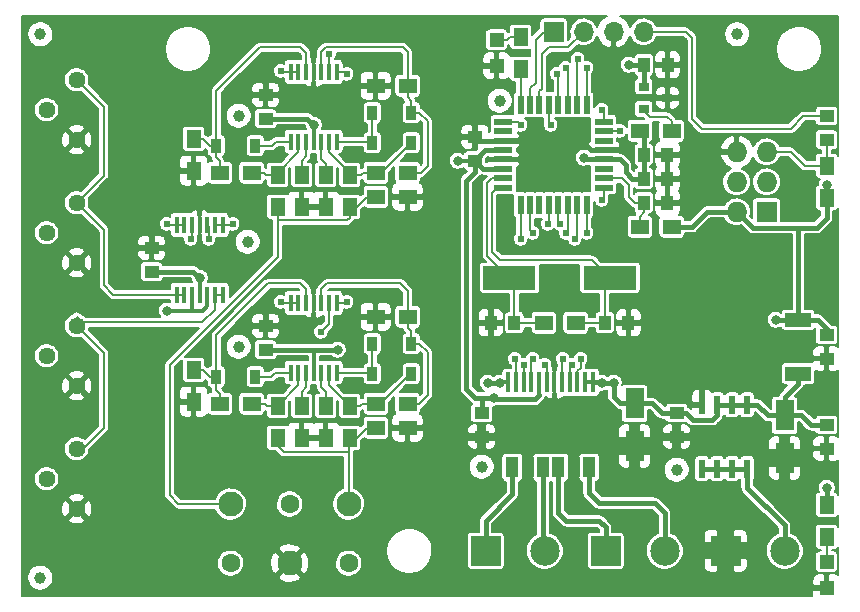
<source format=gtl>
G04 #@! TF.FileFunction,Copper,L1,Top,Signal*
%FSLAX46Y46*%
G04 Gerber Fmt 4.6, Leading zero omitted, Abs format (unit mm)*
G04 Created by KiCad (PCBNEW 4.0.7-e2-6376~61~ubuntu18.04.1) date Tue Jul 28 22:42:24 2020*
%MOMM*%
%LPD*%
G01*
G04 APERTURE LIST*
%ADD10C,0.100000*%
%ADD11C,2.100000*%
%ADD12C,1.600000*%
%ADD13C,1.440000*%
%ADD14R,2.500000X2.500000*%
%ADD15C,2.500000*%
%ADD16C,1.000000*%
%ADD17R,1.727200X1.727200*%
%ADD18O,1.727200X1.727200*%
%ADD19R,1.100000X1.750000*%
%ADD20R,0.450000X1.750000*%
%ADD21R,2.200000X1.200000*%
%ADD22R,1.320800X1.320800*%
%ADD23R,1.447800X1.320800*%
%ADD24R,0.900000X1.200000*%
%ADD25R,1.500000X1.300000*%
%ADD26R,1.600000X0.550000*%
%ADD27R,0.550000X1.600000*%
%ADD28R,0.900000X0.800000*%
%ADD29R,1.000000X1.250000*%
%ADD30R,1.250000X1.000000*%
%ADD31R,1.200000X1.200000*%
%ADD32R,1.300000X1.500000*%
%ADD33R,0.450000X1.450000*%
%ADD34R,4.500000X2.000000*%
%ADD35R,1.600000X2.600000*%
%ADD36R,0.600000X1.550000*%
%ADD37R,1.700000X1.700000*%
%ADD38O,1.700000X1.700000*%
%ADD39C,0.812800*%
%ADD40C,0.609600*%
%ADD41C,0.406400*%
%ADD42C,0.330200*%
%ADD43C,0.250000*%
%ADD44C,0.304800*%
%ADD45C,0.203200*%
G04 APERTURE END LIST*
D10*
D11*
X28114000Y-41770000D03*
X18114000Y-41770000D03*
X23114000Y-46770000D03*
D12*
X18114000Y-46770000D03*
X28114000Y-46770000D03*
X23114000Y-41770000D03*
D13*
X5080000Y-37084000D03*
X2540000Y-39624000D03*
X5080000Y-42164000D03*
X5080000Y-26670000D03*
X2540000Y-29210000D03*
X5080000Y-31750000D03*
X5080000Y-16256000D03*
X2540000Y-18796000D03*
X5080000Y-21336000D03*
X5080000Y-5842000D03*
X2540000Y-8382000D03*
X5080000Y-10922000D03*
D14*
X39704000Y-45720000D03*
D15*
X44704000Y-45720000D03*
D14*
X49864000Y-45720000D03*
D15*
X54864000Y-45720000D03*
D14*
X60024000Y-45720000D03*
D15*
X65024000Y-45720000D03*
D16*
X19558000Y-19558000D03*
X18796000Y-28448000D03*
X18796000Y-8890000D03*
X61000000Y-2000000D03*
X2000000Y-48000000D03*
X2000000Y-2000000D03*
X40894000Y-7620000D03*
X55880000Y-38862000D03*
D17*
X63500000Y-17018000D03*
D18*
X60960000Y-17018000D03*
X63500000Y-14478000D03*
X60960000Y-14478000D03*
X63500000Y-11938000D03*
X60960000Y-11938000D03*
D19*
X41962000Y-38652000D03*
X41962000Y-38652000D03*
X43262000Y-38652000D03*
X43262000Y-38652000D03*
X44562000Y-38652000D03*
X44562000Y-38652000D03*
X45862000Y-38652000D03*
X45862000Y-38652000D03*
X47162000Y-38652000D03*
X47162000Y-38652000D03*
X48462000Y-38652000D03*
X48462000Y-38652000D03*
D20*
X48787000Y-31452000D03*
X48137000Y-31452000D03*
X47487000Y-31452000D03*
X46837000Y-31452000D03*
X46187000Y-31452000D03*
X45537000Y-31452000D03*
X44887000Y-31452000D03*
X44237000Y-31452000D03*
X43587000Y-31452000D03*
X42937000Y-31452000D03*
X42287000Y-31452000D03*
X41637000Y-31452000D03*
D21*
X66176000Y-30728000D03*
X66176000Y-26168000D03*
D22*
X58674000Y-30988000D03*
X62484000Y-30988000D03*
X61214000Y-30988000D03*
X59944000Y-30988000D03*
D23*
X57404000Y-30988000D03*
D22*
X62484000Y-29718000D03*
X62484000Y-28448000D03*
X62484000Y-27178000D03*
X62484000Y-25908000D03*
X61214000Y-29718000D03*
X59944000Y-29718000D03*
X58674000Y-29718000D03*
D23*
X57404000Y-29718000D03*
D22*
X61214000Y-28448000D03*
X59944000Y-28448000D03*
X58674000Y-28448000D03*
D23*
X57404000Y-28448000D03*
D22*
X61214000Y-27178000D03*
X59944000Y-27178000D03*
X58674000Y-27178000D03*
D23*
X57404000Y-27178000D03*
D22*
X61214000Y-25908000D03*
X59944000Y-25908000D03*
X58674000Y-25908000D03*
D23*
X57404000Y-25908000D03*
D24*
X16892000Y-11430000D03*
X20192000Y-11430000D03*
D25*
X17192000Y-13716000D03*
X19892000Y-13716000D03*
D26*
X41216000Y-9392000D03*
X41216000Y-10192000D03*
X41216000Y-10992000D03*
X41216000Y-11792000D03*
X41216000Y-12592000D03*
X41216000Y-13392000D03*
X41216000Y-14192000D03*
X41216000Y-14992000D03*
D27*
X42666000Y-16442000D03*
X43466000Y-16442000D03*
X44266000Y-16442000D03*
X45066000Y-16442000D03*
X45866000Y-16442000D03*
X46666000Y-16442000D03*
X47466000Y-16442000D03*
X48266000Y-16442000D03*
D26*
X49716000Y-14992000D03*
X49716000Y-14192000D03*
X49716000Y-13392000D03*
X49716000Y-12592000D03*
X49716000Y-11792000D03*
X49716000Y-10992000D03*
X49716000Y-10192000D03*
X49716000Y-9392000D03*
D27*
X48266000Y-7942000D03*
X47466000Y-7942000D03*
X46666000Y-7942000D03*
X45866000Y-7942000D03*
X45066000Y-7942000D03*
X44266000Y-7942000D03*
X43466000Y-7942000D03*
X42666000Y-7942000D03*
D28*
X53102000Y-6416000D03*
X53102000Y-8316000D03*
X55102000Y-7366000D03*
D29*
X53102000Y-16256000D03*
X55102000Y-16256000D03*
X53102000Y-14224000D03*
X55102000Y-14224000D03*
D30*
X38796000Y-12684000D03*
X38796000Y-10684000D03*
D29*
X42148000Y-26416000D03*
X40148000Y-26416000D03*
X49800000Y-26416000D03*
X51800000Y-26416000D03*
D30*
X68580000Y-35068000D03*
X68580000Y-37068000D03*
X68580000Y-27448000D03*
X68580000Y-29448000D03*
D29*
X53118000Y-4572000D03*
X55118000Y-4572000D03*
X53102000Y-12192000D03*
X55102000Y-12192000D03*
D30*
X21082000Y-28686000D03*
X21082000Y-26686000D03*
X21082000Y-9128000D03*
X21082000Y-7128000D03*
D31*
X40640000Y-2456000D03*
X40640000Y-4656000D03*
X68580000Y-46652000D03*
X68580000Y-48852000D03*
D24*
X30100000Y-30734000D03*
X33400000Y-30734000D03*
X16892000Y-30988000D03*
X20192000Y-30988000D03*
X33400000Y-28194000D03*
X30100000Y-28194000D03*
X30100000Y-11176000D03*
X33400000Y-11176000D03*
X33400000Y-8636000D03*
X30100000Y-8636000D03*
D25*
X52752000Y-18288000D03*
X55452000Y-18288000D03*
D32*
X68580000Y-15828000D03*
X68580000Y-13128000D03*
X42672000Y-2206000D03*
X42672000Y-4906000D03*
D25*
X44624000Y-26416000D03*
X47324000Y-26416000D03*
D32*
X68580000Y-41830000D03*
X68580000Y-44530000D03*
D25*
X30400000Y-35306000D03*
X33100000Y-35306000D03*
D32*
X22098000Y-33448000D03*
X22098000Y-36148000D03*
X28194000Y-33448000D03*
X28194000Y-36148000D03*
X24130000Y-33448000D03*
X24130000Y-36148000D03*
X26162000Y-33448000D03*
X26162000Y-36148000D03*
D25*
X33100000Y-33274000D03*
X30400000Y-33274000D03*
X17192000Y-33274000D03*
X19892000Y-33274000D03*
D32*
X14986000Y-30400000D03*
X14986000Y-33100000D03*
D25*
X33100000Y-25908000D03*
X30400000Y-25908000D03*
X30400000Y-15748000D03*
X33100000Y-15748000D03*
D32*
X22098000Y-13890000D03*
X22098000Y-16590000D03*
X28194000Y-13890000D03*
X28194000Y-16590000D03*
X24130000Y-13890000D03*
X24130000Y-16590000D03*
X26162000Y-13890000D03*
X26162000Y-16590000D03*
D25*
X33100000Y-13716000D03*
X30400000Y-13716000D03*
D32*
X14986000Y-10842000D03*
X14986000Y-13542000D03*
D25*
X33100000Y-6350000D03*
X30400000Y-6350000D03*
D33*
X13544000Y-24032000D03*
X14194000Y-24032000D03*
X14844000Y-24032000D03*
X15494000Y-24032000D03*
X16144000Y-24032000D03*
X16794000Y-24032000D03*
X17444000Y-24032000D03*
X17444000Y-18132000D03*
X16794000Y-18132000D03*
X16144000Y-18132000D03*
X15494000Y-18132000D03*
X14844000Y-18132000D03*
X14194000Y-18132000D03*
X13544000Y-18132000D03*
X23196000Y-30636000D03*
X23846000Y-30636000D03*
X24496000Y-30636000D03*
X25146000Y-30636000D03*
X25796000Y-30636000D03*
X26446000Y-30636000D03*
X27096000Y-30636000D03*
X27096000Y-24736000D03*
X26446000Y-24736000D03*
X25796000Y-24736000D03*
X25146000Y-24736000D03*
X24496000Y-24736000D03*
X23846000Y-24736000D03*
X23196000Y-24736000D03*
X23196000Y-11078000D03*
X23846000Y-11078000D03*
X24496000Y-11078000D03*
X25146000Y-11078000D03*
X25796000Y-11078000D03*
X26446000Y-11078000D03*
X27096000Y-11078000D03*
X27096000Y-5178000D03*
X26446000Y-5178000D03*
X25796000Y-5178000D03*
X25146000Y-5178000D03*
X24496000Y-5178000D03*
X23846000Y-5178000D03*
X23196000Y-5178000D03*
D34*
X41724000Y-22606000D03*
X50224000Y-22606000D03*
D30*
X11430000Y-22082000D03*
X11430000Y-20082000D03*
X39370000Y-34052000D03*
X39370000Y-36052000D03*
X55880000Y-34052000D03*
X55880000Y-36052000D03*
D35*
X52324000Y-33252000D03*
X52324000Y-36852000D03*
D36*
X61849000Y-33368000D03*
X60579000Y-33368000D03*
X59309000Y-33368000D03*
X58039000Y-33368000D03*
X58039000Y-38768000D03*
X59309000Y-38768000D03*
X60579000Y-38768000D03*
X61849000Y-38768000D03*
D35*
X65024000Y-34268000D03*
X65024000Y-37868000D03*
D16*
X39370000Y-38608000D03*
D25*
X52752000Y-10160000D03*
X55452000Y-10160000D03*
D30*
X68580000Y-8906000D03*
X68580000Y-10906000D03*
D37*
X45466000Y-1778000D03*
D38*
X48006000Y-1778000D03*
X50546000Y-1778000D03*
X53086000Y-1778000D03*
D39*
X22860000Y-27686000D03*
X20574000Y-4318000D03*
X11430000Y-17780000D03*
X9906000Y-20066000D03*
X20320000Y-25146000D03*
X48006000Y-11176000D03*
X42926000Y-12446000D03*
X42926000Y-11176000D03*
X48260000Y-34290000D03*
X48260000Y-35560000D03*
X46990000Y-34290000D03*
X46990000Y-35560000D03*
X45720000Y-34290000D03*
X45720000Y-35560000D03*
X44450000Y-34290000D03*
X44450000Y-35560000D03*
X43180000Y-34290000D03*
X43180000Y-35560000D03*
X41910000Y-34290000D03*
X41910000Y-35560000D03*
X48260000Y-36830000D03*
X46990000Y-36830000D03*
X45720000Y-36830000D03*
X44450000Y-36830000D03*
X41910000Y-36830000D03*
X43180000Y-36830000D03*
X39878000Y-31496000D03*
X50546000Y-31496000D03*
X49530000Y-31496000D03*
X40894000Y-31496000D03*
X51816000Y-4572000D03*
X27178000Y-28702000D03*
X15494000Y-22606000D03*
X37338000Y-12700000D03*
X25146000Y-9652000D03*
X40386000Y-32766000D03*
X68580000Y-14732000D03*
X64262000Y-26162000D03*
X68580000Y-40386000D03*
X12700000Y-25400000D03*
X48006000Y-12446000D03*
D40*
X48260000Y-18796000D03*
X49530000Y-16002000D03*
X47244000Y-19304000D03*
X47752000Y-29464000D03*
X16256000Y-19304000D03*
X14732000Y-19304000D03*
X25762808Y-27178000D03*
X26445529Y-3699738D03*
X48260000Y-4826000D03*
X18288000Y-18034000D03*
X45720000Y-5334000D03*
X12700000Y-18034000D03*
X42672000Y-9652000D03*
X42164000Y-29464000D03*
X42672000Y-19304000D03*
X42926000Y-29972000D03*
X43688000Y-18796000D03*
X43688000Y-29464000D03*
X44958000Y-18034000D03*
X44704000Y-29972000D03*
X45974000Y-18034000D03*
X46228000Y-29464000D03*
X46482000Y-18796000D03*
X46990000Y-29972000D03*
X51054000Y-10160000D03*
X22352000Y-24638000D03*
X27940000Y-24638000D03*
X49530000Y-8382000D03*
X47498000Y-4064000D03*
X22352000Y-5080000D03*
X46482000Y-4826000D03*
X27940000Y-5334000D03*
X45212000Y-9652000D03*
D41*
X21082000Y-26686000D02*
X22533936Y-26686000D01*
X22533936Y-26686000D02*
X22860000Y-27012064D01*
X22860000Y-27012064D02*
X22860000Y-27686000D01*
X21082000Y-7128000D02*
X21082000Y-4826000D01*
X21082000Y-4826000D02*
X20574000Y-4318000D01*
X11430000Y-20082000D02*
X11430000Y-17780000D01*
X11430000Y-20082000D02*
X9922000Y-20082000D01*
X9922000Y-20082000D02*
X9906000Y-20066000D01*
X21082000Y-26686000D02*
X21082000Y-25573012D01*
X21082000Y-25573012D02*
X20654988Y-25146000D01*
X20654988Y-25146000D02*
X20320000Y-25146000D01*
X49716000Y-11792000D02*
X48622000Y-11792000D01*
X48622000Y-11792000D02*
X48006000Y-11176000D01*
X48006000Y-11176000D02*
X42926000Y-11176000D01*
X41216000Y-12592000D02*
X42780000Y-12592000D01*
X42780000Y-12592000D02*
X42926000Y-12446000D01*
X41216000Y-10992000D02*
X42742000Y-10992000D01*
X42742000Y-10992000D02*
X42926000Y-11176000D01*
X41216000Y-10992000D02*
X39104000Y-10992000D01*
X39104000Y-10992000D02*
X38796000Y-10684000D01*
X48260000Y-35560000D02*
X48260000Y-34290000D01*
X48260000Y-36830000D02*
X48260000Y-35560000D01*
X46990000Y-35560000D02*
X46990000Y-34290000D01*
X46990000Y-36830000D02*
X46990000Y-35560000D01*
X45720000Y-35560000D02*
X45720000Y-34290000D01*
X45720000Y-36830000D02*
X45720000Y-35560000D01*
X44450000Y-35560000D02*
X44450000Y-34290000D01*
X44450000Y-36830000D02*
X44450000Y-35560000D01*
X43180000Y-35560000D02*
X43180000Y-34290000D01*
X43180000Y-36830000D02*
X43180000Y-35560000D01*
X41910000Y-35560000D02*
X41910000Y-34290000D01*
X41910000Y-36830000D02*
X41910000Y-35560000D01*
X46990000Y-36830000D02*
X48260000Y-36830000D01*
X45720000Y-36830000D02*
X46990000Y-36830000D01*
X44450000Y-36830000D02*
X45720000Y-36830000D01*
X43180000Y-36830000D02*
X44450000Y-36830000D01*
X43180000Y-36830000D02*
X41910000Y-36830000D01*
X43262000Y-38652000D02*
X43262000Y-36912000D01*
X43262000Y-36912000D02*
X43180000Y-36830000D01*
X50546000Y-31496000D02*
X50546000Y-32674575D01*
X50546000Y-32674575D02*
X51123425Y-33252000D01*
X39878000Y-31496000D02*
X40894000Y-31496000D01*
X49530000Y-31496000D02*
X50546000Y-31496000D01*
X48787000Y-31452000D02*
X49486000Y-31452000D01*
X49486000Y-31452000D02*
X49530000Y-31496000D01*
D42*
X41637000Y-31452000D02*
X40938000Y-31452000D01*
D41*
X40938000Y-31452000D02*
X40894000Y-31496000D01*
D42*
X48137000Y-31452000D02*
X48787000Y-31452000D01*
D41*
X55880000Y-34052000D02*
X56658000Y-34052000D01*
X56658000Y-34052000D02*
X57233279Y-34627279D01*
X57233279Y-34627279D02*
X58918964Y-34627279D01*
X58918964Y-34627279D02*
X59309000Y-34237243D01*
X59309000Y-34237243D02*
X59309000Y-33368000D01*
X51123425Y-33252000D02*
X52324000Y-33252000D01*
X53826000Y-33252000D02*
X54626000Y-34052000D01*
X54626000Y-34052000D02*
X55880000Y-34052000D01*
X52324000Y-33252000D02*
X53826000Y-33252000D01*
X66176000Y-30728000D02*
X66176000Y-31566884D01*
X66176000Y-31566884D02*
X65024000Y-32718884D01*
X65024000Y-32718884D02*
X65024000Y-34268000D01*
X61849000Y-33368000D02*
X62721495Y-33368000D01*
X62721495Y-33368000D02*
X63621495Y-34268000D01*
X63621495Y-34268000D02*
X65024000Y-34268000D01*
X65024000Y-34268000D02*
X66450827Y-34268000D01*
X66450827Y-34268000D02*
X67250827Y-35068000D01*
X67250827Y-35068000D02*
X68580000Y-35068000D01*
X60579000Y-33368000D02*
X61849000Y-33368000D01*
X59309000Y-33368000D02*
X60579000Y-33368000D01*
D43*
X55560000Y-34052000D02*
X56052000Y-34052000D01*
D41*
X53118000Y-4572000D02*
X51816000Y-4572000D01*
X58496127Y-17018000D02*
X57226127Y-18288000D01*
X57226127Y-18288000D02*
X55452000Y-18288000D01*
X58496127Y-17018000D02*
X60960000Y-17018000D01*
D44*
X25146000Y-30636000D02*
X25146000Y-28686000D01*
D41*
X21082000Y-28686000D02*
X25146000Y-28686000D01*
X25146000Y-28686000D02*
X27162000Y-28686000D01*
X27162000Y-28686000D02*
X27178000Y-28702000D01*
D44*
X15494000Y-24032000D02*
X15494000Y-22606000D01*
X37338000Y-12700000D02*
X37354000Y-12684000D01*
X37354000Y-12684000D02*
X38796000Y-12684000D01*
X25146000Y-11078000D02*
X25146000Y-9652000D01*
D41*
X14970000Y-22082000D02*
X15494000Y-22606000D01*
X11430000Y-22082000D02*
X14970000Y-22082000D01*
X24622000Y-9128000D02*
X25146000Y-9652000D01*
X21082000Y-9128000D02*
X24622000Y-9128000D01*
X40386000Y-32766000D02*
X39370000Y-32766000D01*
X39370000Y-32766000D02*
X38822441Y-32766000D01*
X39370000Y-34052000D02*
X39370000Y-32766000D01*
X38060441Y-14388734D02*
X38060441Y-32004000D01*
X38822441Y-32766000D02*
X38060441Y-32004000D01*
X38796000Y-12684000D02*
X38796000Y-13653175D01*
X38796000Y-13653175D02*
X38060441Y-14388734D01*
X44237000Y-32507405D02*
X44237000Y-32556291D01*
X44237000Y-32556291D02*
X43898281Y-32895010D01*
X43898281Y-32895010D02*
X40515010Y-32895010D01*
X40515010Y-32895010D02*
X40386000Y-32766000D01*
X68580000Y-14732000D02*
X68580000Y-15828000D01*
X62311340Y-18369340D02*
X66040000Y-18369340D01*
X66040000Y-18369340D02*
X67771852Y-18369340D01*
X66176000Y-26168000D02*
X66176000Y-18505340D01*
X66176000Y-18505340D02*
X66040000Y-18369340D01*
X60960000Y-17018000D02*
X62311340Y-18369340D01*
X67771852Y-18369340D02*
X68580000Y-17561192D01*
X68580000Y-17561192D02*
X68580000Y-15828000D01*
X68500000Y-15494000D02*
X68580000Y-15574000D01*
X64262000Y-26162000D02*
X64268000Y-26168000D01*
X64268000Y-26168000D02*
X66176000Y-26168000D01*
X68580000Y-41830000D02*
X68580000Y-40386000D01*
X41216000Y-11792000D02*
X39688000Y-11792000D01*
X39688000Y-11792000D02*
X38796000Y-12684000D01*
X41216000Y-13392000D02*
X39504000Y-13392000D01*
X39504000Y-13392000D02*
X38796000Y-12684000D01*
X53118000Y-4572000D02*
X53118000Y-6400000D01*
X53118000Y-6400000D02*
X53102000Y-6416000D01*
X67824000Y-26168000D02*
X68580000Y-26924000D01*
X68580000Y-26924000D02*
X68580000Y-27448000D01*
X66176000Y-26168000D02*
X67824000Y-26168000D01*
D42*
X44237000Y-31452000D02*
X44237000Y-32507405D01*
D41*
X49716000Y-12592000D02*
X51109135Y-12592000D01*
X51109135Y-12592000D02*
X51562000Y-13044865D01*
X51562000Y-13044865D02*
X51562000Y-13669183D01*
X52116817Y-14224000D02*
X53102000Y-14224000D01*
X51562000Y-13669183D02*
X52116817Y-14224000D01*
X53102000Y-12192000D02*
X53102000Y-10510000D01*
X53102000Y-10510000D02*
X52752000Y-10160000D01*
X53102000Y-14224000D02*
X53102000Y-12192000D01*
D44*
X15748000Y-25400000D02*
X14732000Y-25400000D01*
X14732000Y-25400000D02*
X12700000Y-25400000D01*
X14844000Y-24032000D02*
X14844000Y-25288000D01*
X14844000Y-25288000D02*
X14732000Y-25400000D01*
X16144000Y-25004000D02*
X15748000Y-25400000D01*
X16144000Y-24032000D02*
X16144000Y-25004000D01*
D41*
X49716000Y-12592000D02*
X48152000Y-12592000D01*
X48152000Y-12592000D02*
X48006000Y-12446000D01*
D45*
X41216000Y-14192000D02*
X40269829Y-14192000D01*
X39839781Y-14622048D02*
X39839781Y-20721781D01*
X39839781Y-20721781D02*
X41724000Y-22606000D01*
X40269829Y-14192000D02*
X39839781Y-14622048D01*
X42148000Y-26416000D02*
X42148000Y-23030000D01*
X42148000Y-23030000D02*
X41724000Y-22606000D01*
X42148000Y-26416000D02*
X44624000Y-26416000D01*
X41486000Y-2456000D02*
X41736000Y-2206000D01*
X41736000Y-2206000D02*
X42672000Y-2206000D01*
X40640000Y-2456000D02*
X41486000Y-2456000D01*
X68580000Y-46652000D02*
X68580000Y-44530000D01*
X27096000Y-30636000D02*
X30002000Y-30636000D01*
X30002000Y-30636000D02*
X30100000Y-30734000D01*
X30100000Y-28194000D02*
X30100000Y-30734000D01*
X30400000Y-33274000D02*
X30765557Y-33274000D01*
X30765557Y-33274000D02*
X33305557Y-30734000D01*
X33305557Y-30734000D02*
X33400000Y-30734000D01*
X29036000Y-33448000D02*
X29210000Y-33274000D01*
X29210000Y-33274000D02*
X30400000Y-33274000D01*
X28194000Y-33448000D02*
X29036000Y-33448000D01*
X26446000Y-30636000D02*
X26446000Y-31700000D01*
X26446000Y-31700000D02*
X28194000Y-33448000D01*
X16892000Y-30988000D02*
X16892000Y-27493067D01*
X16892000Y-27493067D02*
X21312260Y-23072807D01*
X21312260Y-23072807D02*
X24001713Y-23072807D01*
X24001713Y-23072807D02*
X24496000Y-23567094D01*
X24496000Y-23567094D02*
X24496000Y-24736000D01*
X14986000Y-30400000D02*
X15745435Y-30400000D01*
X15745435Y-30400000D02*
X16333435Y-30988000D01*
X16333435Y-30988000D02*
X16892000Y-30988000D01*
X17192000Y-32432000D02*
X16892000Y-32132000D01*
X16892000Y-32132000D02*
X16892000Y-30988000D01*
X17192000Y-33274000D02*
X17192000Y-32432000D01*
X23196000Y-30636000D02*
X21912092Y-30636000D01*
X21912092Y-30636000D02*
X21560092Y-30988000D01*
X21560092Y-30988000D02*
X20192000Y-30988000D01*
X25796000Y-24736000D02*
X25796000Y-23586124D01*
X25796000Y-23586124D02*
X26309317Y-23072807D01*
X32470807Y-23072807D02*
X33100000Y-23702000D01*
X26309317Y-23072807D02*
X32470807Y-23072807D01*
X33100000Y-23702000D02*
X33100000Y-25908000D01*
X33782000Y-33274000D02*
X34085833Y-33274000D01*
X34798000Y-28906616D02*
X34085384Y-28194000D01*
X34085833Y-33274000D02*
X34798000Y-32561833D01*
X34798000Y-32561833D02*
X34798000Y-28906616D01*
X34085384Y-28194000D02*
X33654000Y-28194000D01*
X33100000Y-25908000D02*
X33100000Y-26842923D01*
X33100000Y-26842923D02*
X33400000Y-27142923D01*
X33400000Y-27142923D02*
X33400000Y-28194000D01*
X33100000Y-33274000D02*
X33528000Y-33274000D01*
X27096000Y-11078000D02*
X30002000Y-11078000D01*
X30002000Y-11078000D02*
X30100000Y-11176000D01*
X30100000Y-11176000D02*
X30100000Y-8636000D01*
X28194000Y-13890000D02*
X29178471Y-13890000D01*
X29178471Y-13890000D02*
X29352471Y-13716000D01*
X29352471Y-13716000D02*
X30400000Y-13716000D01*
X30400000Y-13716000D02*
X30860000Y-13716000D01*
X30860000Y-13716000D02*
X33400000Y-11176000D01*
X28194000Y-13716000D02*
X26446000Y-11968000D01*
X26446000Y-11968000D02*
X26446000Y-11078000D01*
X28194000Y-13890000D02*
X28194000Y-13716000D01*
X16892000Y-11430000D02*
X16892000Y-6767600D01*
X24496000Y-3564064D02*
X24496000Y-5178000D01*
X16892000Y-6767600D02*
X20567403Y-3092197D01*
X20567403Y-3092197D02*
X24024133Y-3092197D01*
X24024133Y-3092197D02*
X24496000Y-3564064D01*
X14986000Y-10842000D02*
X15748258Y-10842000D01*
X15748258Y-10842000D02*
X16336258Y-11430000D01*
X16336258Y-11430000D02*
X16892000Y-11430000D01*
X17192000Y-13716000D02*
X17192000Y-12721269D01*
X16892000Y-12421269D02*
X16892000Y-11430000D01*
X17192000Y-12721269D02*
X16892000Y-12421269D01*
X21942000Y-11078000D02*
X21590000Y-11430000D01*
X21590000Y-11430000D02*
X20192000Y-11430000D01*
X23196000Y-11078000D02*
X21942000Y-11078000D01*
X20290000Y-11078000D02*
X20192000Y-11176000D01*
X33100000Y-13716000D02*
X34202414Y-13716000D01*
X34798000Y-9348902D02*
X34085098Y-8636000D01*
X34202414Y-13716000D02*
X34798000Y-13120414D01*
X34798000Y-13120414D02*
X34798000Y-9348902D01*
X34085098Y-8636000D02*
X33400000Y-8636000D01*
X25796000Y-5178000D02*
X25796000Y-3483567D01*
X25796000Y-3483567D02*
X26196467Y-3083100D01*
X26196467Y-3083100D02*
X32685013Y-3083100D01*
X32685013Y-3083100D02*
X33100000Y-3498087D01*
X33100000Y-3498087D02*
X33100000Y-6350000D01*
X33100000Y-6350000D02*
X33100000Y-7331431D01*
X33400000Y-7631431D02*
X33400000Y-8636000D01*
X33100000Y-7331431D02*
X33400000Y-7631431D01*
X48266000Y-16442000D02*
X48266000Y-18790000D01*
X48266000Y-18790000D02*
X48260000Y-18796000D01*
X49716000Y-14992000D02*
X49716000Y-15816000D01*
X49716000Y-15816000D02*
X49530000Y-16002000D01*
X47466000Y-16442000D02*
X47466000Y-19082000D01*
X47466000Y-19082000D02*
X47244000Y-19304000D01*
X47487000Y-30491000D02*
X47752000Y-30226000D01*
X47752000Y-30226000D02*
X47752000Y-29464000D01*
X47487000Y-31452000D02*
X47487000Y-30491000D01*
X16256000Y-19304000D02*
X16256000Y-18244000D01*
X16256000Y-18244000D02*
X16144000Y-18132000D01*
X14732000Y-19304000D02*
X14844000Y-19192000D01*
X14844000Y-19192000D02*
X14844000Y-18132000D01*
X42666000Y-7942000D02*
X42666000Y-4912000D01*
X42666000Y-4912000D02*
X42672000Y-4906000D01*
D43*
X42600000Y-5154000D02*
X42352000Y-4906000D01*
D45*
X28194000Y-36148000D02*
X28809036Y-36148000D01*
X28809036Y-36148000D02*
X29651036Y-35306000D01*
X29651036Y-35306000D02*
X30400000Y-35306000D01*
X22098000Y-36148000D02*
X22098000Y-36830000D01*
X22098000Y-36830000D02*
X22604322Y-37336322D01*
X22604322Y-37336322D02*
X28114000Y-37336322D01*
X28114000Y-37336322D02*
X28114000Y-37846000D01*
X28114000Y-41770000D02*
X28114000Y-37846000D01*
X28114000Y-37846000D02*
X28114000Y-36228000D01*
X28114000Y-36228000D02*
X28194000Y-36148000D01*
X19892000Y-33274000D02*
X20991504Y-33274000D01*
X20991504Y-33274000D02*
X21165504Y-33448000D01*
X21165504Y-33448000D02*
X22098000Y-33448000D01*
X23846000Y-30636000D02*
X23846000Y-31700000D01*
X23846000Y-31700000D02*
X22098000Y-33448000D01*
X24496000Y-31892000D02*
X24130000Y-32258000D01*
X24130000Y-32258000D02*
X24130000Y-33448000D01*
X24496000Y-30636000D02*
X24496000Y-31892000D01*
X25796000Y-31892000D02*
X26162000Y-32258000D01*
X26162000Y-32258000D02*
X26162000Y-33448000D01*
X25796000Y-30636000D02*
X25796000Y-31892000D01*
X26446000Y-24736000D02*
X26446000Y-26494808D01*
X26446000Y-26494808D02*
X25762808Y-27178000D01*
X26416000Y-24766000D02*
X26446000Y-24736000D01*
X18114000Y-41770000D02*
X13697809Y-41770000D01*
X13697809Y-41770000D02*
X12954000Y-41026191D01*
X12954000Y-41026191D02*
X12954000Y-29972000D01*
X12954000Y-29972000D02*
X22098000Y-20828000D01*
X22098000Y-20828000D02*
X22098000Y-17780000D01*
X22098000Y-17780000D02*
X22098000Y-16590000D01*
X28194000Y-16590000D02*
X28194000Y-17526000D01*
X28194000Y-17526000D02*
X27971888Y-17748112D01*
X27971888Y-17748112D02*
X22129888Y-17748112D01*
X22129888Y-17748112D02*
X22098000Y-17780000D01*
X28194000Y-16590000D02*
X28821614Y-16590000D01*
X28821614Y-16590000D02*
X29663614Y-15748000D01*
X29663614Y-15748000D02*
X30400000Y-15748000D01*
X19892000Y-13716000D02*
X20964040Y-13716000D01*
X21138040Y-13890000D02*
X22098000Y-13890000D01*
X20964040Y-13716000D02*
X21138040Y-13890000D01*
X22098000Y-13716000D02*
X23846000Y-11968000D01*
X23846000Y-11968000D02*
X23846000Y-11078000D01*
X22098000Y-13890000D02*
X22098000Y-13716000D01*
X24130000Y-12700000D02*
X24496000Y-12334000D01*
X24496000Y-12334000D02*
X24496000Y-11078000D01*
X24130000Y-13890000D02*
X24130000Y-12700000D01*
X26162000Y-12954000D02*
X25796000Y-12588000D01*
X25796000Y-12588000D02*
X25796000Y-11078000D01*
X26162000Y-13890000D02*
X26162000Y-12954000D01*
X26445529Y-3699738D02*
X26446000Y-3700209D01*
X26446000Y-3700209D02*
X26446000Y-5178000D01*
X48266000Y-7942000D02*
X48266000Y-4832000D01*
X48266000Y-4832000D02*
X48260000Y-4826000D01*
X17444000Y-18132000D02*
X18190000Y-18132000D01*
X18190000Y-18132000D02*
X18288000Y-18034000D01*
X16794000Y-18132000D02*
X17444000Y-18132000D01*
X45866000Y-7942000D02*
X45866000Y-5480000D01*
X45866000Y-5480000D02*
X45720000Y-5334000D01*
X13544000Y-18132000D02*
X12798000Y-18132000D01*
X12798000Y-18132000D02*
X12700000Y-18034000D01*
X13544000Y-18132000D02*
X14194000Y-18132000D01*
X41216000Y-9392000D02*
X42412000Y-9392000D01*
X42412000Y-9392000D02*
X42672000Y-9652000D01*
X41148000Y-9324000D02*
X41216000Y-9392000D01*
X42287000Y-31452000D02*
X42287000Y-29587000D01*
X42287000Y-29587000D02*
X42164000Y-29464000D01*
X42666000Y-16442000D02*
X42666000Y-19298000D01*
X42666000Y-19298000D02*
X42672000Y-19304000D01*
X42937000Y-31452000D02*
X42937000Y-29983000D01*
X42937000Y-29983000D02*
X42926000Y-29972000D01*
D43*
X42617000Y-16459000D02*
X42600000Y-16442000D01*
D45*
X43466000Y-16442000D02*
X43466000Y-18574000D01*
X43466000Y-18574000D02*
X43688000Y-18796000D01*
X43587000Y-31452000D02*
X43587000Y-29565000D01*
X43587000Y-29565000D02*
X43688000Y-29464000D01*
X45066000Y-16442000D02*
X45066000Y-17926000D01*
X45066000Y-17926000D02*
X44958000Y-18034000D01*
X44887000Y-31452000D02*
X44887000Y-30155000D01*
X44887000Y-30155000D02*
X44704000Y-29972000D01*
X45866000Y-16442000D02*
X45866000Y-17926000D01*
X45866000Y-17926000D02*
X45974000Y-18034000D01*
X46187000Y-31452000D02*
X46187000Y-29505000D01*
X46187000Y-29505000D02*
X46228000Y-29464000D01*
D43*
X45867000Y-16509000D02*
X45800000Y-16442000D01*
D45*
X46666000Y-16442000D02*
X46666000Y-18612000D01*
X46666000Y-18612000D02*
X46482000Y-18796000D01*
X46837000Y-31452000D02*
X46837000Y-30125000D01*
X46837000Y-30125000D02*
X46990000Y-29972000D01*
D43*
X46517000Y-16525000D02*
X46600000Y-16442000D01*
D45*
X49716000Y-10192000D02*
X51022000Y-10192000D01*
X51022000Y-10192000D02*
X51054000Y-10160000D01*
X23196000Y-24736000D02*
X22450000Y-24736000D01*
X22450000Y-24736000D02*
X22352000Y-24638000D01*
X23196000Y-24736000D02*
X23846000Y-24736000D01*
X27096000Y-24736000D02*
X27842000Y-24736000D01*
X27842000Y-24736000D02*
X27940000Y-24638000D01*
X49716000Y-9392000D02*
X49716000Y-8568000D01*
X49716000Y-8568000D02*
X49530000Y-8382000D01*
X47466000Y-7942000D02*
X47466000Y-4096000D01*
X47466000Y-4096000D02*
X47498000Y-4064000D01*
X23196000Y-5178000D02*
X22450000Y-5178000D01*
X22450000Y-5178000D02*
X22352000Y-5080000D01*
X23196000Y-5178000D02*
X23846000Y-5178000D01*
X46666000Y-7942000D02*
X46666000Y-5010000D01*
X46666000Y-5010000D02*
X46482000Y-4826000D01*
X27096000Y-5178000D02*
X27784000Y-5178000D01*
X27784000Y-5178000D02*
X27940000Y-5334000D01*
X43466000Y-7942000D02*
X43466000Y-6572000D01*
X43466000Y-6572000D02*
X43942000Y-6096000D01*
X43942000Y-6096000D02*
X43942000Y-2461701D01*
X43942000Y-2461701D02*
X44625701Y-1778000D01*
X44625701Y-1778000D02*
X45466000Y-1778000D01*
D41*
X41962000Y-38652000D02*
X41962000Y-40934555D01*
X41962000Y-40934555D02*
X39704000Y-43192555D01*
X39704000Y-43192555D02*
X39704000Y-45720000D01*
D45*
X52752000Y-18288000D02*
X52752000Y-17427639D01*
X52752000Y-17427639D02*
X53102000Y-17077639D01*
X53102000Y-17077639D02*
X53102000Y-16256000D01*
X49716000Y-14192000D02*
X51276000Y-14192000D01*
X51276000Y-14192000D02*
X51816000Y-14732000D01*
X51816000Y-14732000D02*
X51816000Y-15748000D01*
X51816000Y-15748000D02*
X52324000Y-16256000D01*
X52324000Y-16256000D02*
X53102000Y-16256000D01*
X41216000Y-14992000D02*
X40691486Y-14992000D01*
X48710571Y-21092571D02*
X50224000Y-22606000D01*
X40691486Y-14992000D02*
X40258663Y-15424823D01*
X40258663Y-15424823D02*
X40258663Y-20452810D01*
X40258663Y-20452810D02*
X40898424Y-21092571D01*
X40898424Y-21092571D02*
X48710571Y-21092571D01*
X49800000Y-26416000D02*
X49800000Y-23030000D01*
X49800000Y-23030000D02*
X50224000Y-22606000D01*
X47324000Y-26416000D02*
X49800000Y-26416000D01*
D41*
X65024000Y-45720000D02*
X65024000Y-43573852D01*
X65024000Y-43573852D02*
X61849000Y-40398852D01*
X61849000Y-40398852D02*
X61849000Y-38768000D01*
X60579000Y-38768000D02*
X61849000Y-38768000D01*
X59309000Y-38768000D02*
X60579000Y-38768000D01*
X58039000Y-38768000D02*
X59309000Y-38768000D01*
D45*
X16794000Y-24032000D02*
X16794000Y-25314840D01*
X16794000Y-25314840D02*
X15727578Y-26381262D01*
X15727578Y-26381262D02*
X5553262Y-26381262D01*
X5080000Y-25908000D02*
X5080000Y-26670000D01*
X5553262Y-26381262D02*
X5080000Y-25908000D01*
X16794000Y-24032000D02*
X17444000Y-24032000D01*
X7366000Y-35306000D02*
X7366000Y-28956000D01*
X7366000Y-28956000D02*
X5080000Y-26670000D01*
X5588000Y-37084000D02*
X7366000Y-35306000D01*
X5080000Y-37084000D02*
X5588000Y-37084000D01*
X5080000Y-16256000D02*
X5080000Y-16248995D01*
X5080000Y-16248995D02*
X7366000Y-13962995D01*
X7366000Y-13962995D02*
X7366000Y-8128000D01*
X7366000Y-8128000D02*
X5080000Y-5842000D01*
X5080000Y-16256000D02*
X5080000Y-16256930D01*
X7400978Y-18577908D02*
X7400978Y-23260368D01*
X5080000Y-16256930D02*
X7400978Y-18577908D01*
X7400978Y-23260368D02*
X8172610Y-24032000D01*
X8172610Y-24032000D02*
X13544000Y-24032000D01*
X14194000Y-24032000D02*
X13544000Y-24032000D01*
X44266000Y-7942000D02*
X44266000Y-6788000D01*
X46712453Y-3083610D02*
X48006000Y-1790063D01*
X44266000Y-6788000D02*
X44450000Y-6604000D01*
X44450000Y-6604000D02*
X44450000Y-3689746D01*
X44450000Y-3689746D02*
X45056136Y-3083610D01*
X45056136Y-3083610D02*
X46712453Y-3083610D01*
X48006000Y-1790063D02*
X48006000Y-1778000D01*
D41*
X44562000Y-38652000D02*
X44562000Y-44648871D01*
X44562000Y-44648871D02*
X44704000Y-44790871D01*
X44704000Y-44790871D02*
X44704000Y-45720000D01*
X49864000Y-45720000D02*
X49864000Y-43727056D01*
X49864000Y-43727056D02*
X49333232Y-43196288D01*
X49333232Y-43196288D02*
X46537768Y-43196288D01*
X46537768Y-43196288D02*
X45862000Y-42520520D01*
X45862000Y-42520520D02*
X45862000Y-38652000D01*
X48462000Y-38652000D02*
X48462000Y-40842000D01*
X54864000Y-42530446D02*
X54864000Y-45720000D01*
X48462000Y-40842000D02*
X49302079Y-41682079D01*
X49302079Y-41682079D02*
X54015633Y-41682079D01*
X54015633Y-41682079D02*
X54864000Y-42530446D01*
D45*
X53102000Y-8316000D02*
X53102000Y-8490303D01*
X53102000Y-8490303D02*
X53594000Y-8982303D01*
X53594000Y-8982303D02*
X55089139Y-8982303D01*
X55089139Y-8982303D02*
X55452000Y-9345164D01*
X55452000Y-9345164D02*
X55452000Y-10160000D01*
X68580000Y-8906000D02*
X66622699Y-8906000D01*
X65539463Y-9989236D02*
X58046533Y-9989236D01*
X66622699Y-8906000D02*
X65539463Y-9989236D01*
X56642000Y-1778000D02*
X53086000Y-1778000D01*
X58046533Y-9989236D02*
X57187568Y-9130271D01*
X57187568Y-9130271D02*
X57187568Y-2323568D01*
X57187568Y-2323568D02*
X56642000Y-1778000D01*
X68580000Y-13128000D02*
X68580000Y-10906000D01*
X45066000Y-7942000D02*
X45066000Y-9506000D01*
X45066000Y-9506000D02*
X45212000Y-9652000D01*
X63500000Y-11938000D02*
X65530480Y-11938000D01*
X65530480Y-11938000D02*
X66720480Y-13128000D01*
X66720480Y-13128000D02*
X68580000Y-13128000D01*
G36*
X49816048Y-514031D02*
X49583486Y-680724D01*
X49387913Y-889585D01*
X49236844Y-1132587D01*
X49142193Y-1384158D01*
X49120633Y-1312749D01*
X49010170Y-1104998D01*
X48861458Y-922660D01*
X48680163Y-772679D01*
X48473189Y-660769D01*
X48248420Y-591191D01*
X48014417Y-566596D01*
X47780093Y-587921D01*
X47554374Y-654354D01*
X47345858Y-763364D01*
X47162486Y-910799D01*
X47011243Y-1091043D01*
X46897890Y-1297231D01*
X46826745Y-1521509D01*
X46800518Y-1755334D01*
X46800400Y-1772167D01*
X46800400Y-1783833D01*
X46823360Y-2018002D01*
X46891367Y-2243251D01*
X46896528Y-2252957D01*
X46673320Y-2476165D01*
X46673320Y-928000D01*
X46668804Y-871372D01*
X46639060Y-775325D01*
X46583736Y-691367D01*
X46507212Y-626146D01*
X46415547Y-584827D01*
X46316000Y-570680D01*
X44616000Y-570680D01*
X44559372Y-575196D01*
X44463325Y-604940D01*
X44379367Y-660264D01*
X44314146Y-736788D01*
X44272827Y-828453D01*
X44258680Y-928000D01*
X44258680Y-1498443D01*
X43679320Y-2077803D01*
X43679320Y-1456000D01*
X43674804Y-1399372D01*
X43645060Y-1303325D01*
X43589736Y-1219367D01*
X43513212Y-1154146D01*
X43421547Y-1112827D01*
X43322000Y-1098680D01*
X42022000Y-1098680D01*
X41965372Y-1103196D01*
X41869325Y-1132940D01*
X41785367Y-1188264D01*
X41720146Y-1264788D01*
X41678827Y-1356453D01*
X41664680Y-1456000D01*
X41664680Y-1755484D01*
X41651897Y-1756602D01*
X41649590Y-1757272D01*
X41647196Y-1757507D01*
X41606800Y-1769704D01*
X41585530Y-1775883D01*
X41563060Y-1703325D01*
X41507736Y-1619367D01*
X41431212Y-1554146D01*
X41339547Y-1512827D01*
X41240000Y-1498680D01*
X40040000Y-1498680D01*
X39983372Y-1503196D01*
X39887325Y-1532940D01*
X39803367Y-1588264D01*
X39738146Y-1664788D01*
X39696827Y-1756453D01*
X39682680Y-1856000D01*
X39682680Y-3056000D01*
X39687196Y-3112628D01*
X39716940Y-3208675D01*
X39772264Y-3292633D01*
X39848788Y-3357854D01*
X39940453Y-3399173D01*
X40040000Y-3413320D01*
X41240000Y-3413320D01*
X41296628Y-3408804D01*
X41392675Y-3379060D01*
X41476633Y-3323736D01*
X41541854Y-3247212D01*
X41583173Y-3155547D01*
X41597320Y-3056000D01*
X41597320Y-2897695D01*
X41615200Y-2892296D01*
X41655790Y-2880504D01*
X41657929Y-2879395D01*
X41660225Y-2878702D01*
X41664680Y-2876333D01*
X41664680Y-2956000D01*
X41669196Y-3012628D01*
X41698940Y-3108675D01*
X41754264Y-3192633D01*
X41830788Y-3257854D01*
X41922453Y-3299173D01*
X42022000Y-3313320D01*
X43322000Y-3313320D01*
X43378628Y-3308804D01*
X43474675Y-3279060D01*
X43484800Y-3272388D01*
X43484800Y-3841339D01*
X43421547Y-3812827D01*
X43322000Y-3798680D01*
X42022000Y-3798680D01*
X41965372Y-3803196D01*
X41869325Y-3832940D01*
X41820703Y-3864980D01*
X41780221Y-3767246D01*
X41713507Y-3667403D01*
X41628598Y-3582493D01*
X41528754Y-3515780D01*
X41417814Y-3469827D01*
X41300041Y-3446400D01*
X40944800Y-3446400D01*
X40792400Y-3598800D01*
X40792400Y-4503600D01*
X40812400Y-4503600D01*
X40812400Y-4808400D01*
X40792400Y-4808400D01*
X40792400Y-5713200D01*
X40944800Y-5865600D01*
X41300041Y-5865600D01*
X41417814Y-5842173D01*
X41528754Y-5796220D01*
X41628598Y-5729507D01*
X41667444Y-5690660D01*
X41669196Y-5712628D01*
X41698940Y-5808675D01*
X41754264Y-5892633D01*
X41830788Y-5957854D01*
X41922453Y-5999173D01*
X42022000Y-6013320D01*
X42208800Y-6013320D01*
X42208800Y-6838395D01*
X42154367Y-6874264D01*
X42089146Y-6950788D01*
X42047827Y-7042453D01*
X42033680Y-7142000D01*
X42033680Y-8742000D01*
X42035309Y-8762424D01*
X42016000Y-8759680D01*
X40416000Y-8759680D01*
X40359372Y-8764196D01*
X40263325Y-8793940D01*
X40179367Y-8849264D01*
X40114146Y-8925788D01*
X40072827Y-9017453D01*
X40058680Y-9117000D01*
X40058680Y-9667000D01*
X40063196Y-9723628D01*
X40084341Y-9791909D01*
X40072827Y-9817453D01*
X40058680Y-9917000D01*
X40058680Y-10222594D01*
X40030600Y-10241357D01*
X40030600Y-10123960D01*
X40007173Y-10006187D01*
X39961221Y-9895246D01*
X39894507Y-9795403D01*
X39809598Y-9710493D01*
X39709754Y-9643780D01*
X39598814Y-9597827D01*
X39481041Y-9574400D01*
X39100800Y-9574400D01*
X38948400Y-9726800D01*
X38948400Y-10531600D01*
X38968400Y-10531600D01*
X38968400Y-10836400D01*
X38948400Y-10836400D01*
X38948400Y-11641200D01*
X38998469Y-11691269D01*
X38863057Y-11826680D01*
X38171000Y-11826680D01*
X38114372Y-11831196D01*
X38018325Y-11860940D01*
X37934367Y-11916264D01*
X37869146Y-11992788D01*
X37827827Y-12084453D01*
X37824356Y-12108874D01*
X37702179Y-12026465D01*
X37564420Y-11968556D01*
X37418036Y-11938508D01*
X37268604Y-11937464D01*
X37121815Y-11965466D01*
X36983260Y-12021445D01*
X36858218Y-12103271D01*
X36751450Y-12207826D01*
X36667023Y-12331127D01*
X36608154Y-12468479D01*
X36577085Y-12614650D01*
X36574998Y-12764071D01*
X36601974Y-12911052D01*
X36656985Y-13049994D01*
X36737936Y-13175605D01*
X36841743Y-13283100D01*
X36964452Y-13368385D01*
X37101390Y-13428212D01*
X37247340Y-13460301D01*
X37396743Y-13463430D01*
X37543908Y-13437481D01*
X37683231Y-13383441D01*
X37809404Y-13303370D01*
X37831199Y-13282615D01*
X37847940Y-13336675D01*
X37903264Y-13420633D01*
X37979788Y-13485854D01*
X38071453Y-13527173D01*
X38124238Y-13534674D01*
X37665310Y-13993603D01*
X37632557Y-14033477D01*
X37599368Y-14073030D01*
X37597952Y-14075605D01*
X37596087Y-14077876D01*
X37571701Y-14123356D01*
X37546828Y-14168599D01*
X37545939Y-14171401D01*
X37544551Y-14173990D01*
X37529470Y-14223318D01*
X37513852Y-14272553D01*
X37513524Y-14275476D01*
X37512666Y-14278283D01*
X37507453Y-14329597D01*
X37501695Y-14380932D01*
X37501655Y-14386673D01*
X37501644Y-14386784D01*
X37501654Y-14386887D01*
X37501641Y-14388734D01*
X37501641Y-32004000D01*
X37506682Y-32055414D01*
X37511177Y-32106791D01*
X37511996Y-32109610D01*
X37512283Y-32112538D01*
X37527208Y-32161970D01*
X37541603Y-32211520D01*
X37542956Y-32214130D01*
X37543805Y-32216942D01*
X37568027Y-32262497D01*
X37591792Y-32308344D01*
X37593626Y-32310641D01*
X37595005Y-32313235D01*
X37627616Y-32353220D01*
X37659831Y-32393576D01*
X37663862Y-32397663D01*
X37663933Y-32397750D01*
X37664014Y-32397817D01*
X37665310Y-32399131D01*
X38427310Y-33161131D01*
X38467184Y-33193884D01*
X38506737Y-33227073D01*
X38509312Y-33228489D01*
X38511583Y-33230354D01*
X38554917Y-33253590D01*
X38508367Y-33284264D01*
X38443146Y-33360788D01*
X38401827Y-33452453D01*
X38387680Y-33552000D01*
X38387680Y-34552000D01*
X38392196Y-34608628D01*
X38421940Y-34704675D01*
X38477264Y-34788633D01*
X38553788Y-34853854D01*
X38645453Y-34895173D01*
X38745000Y-34909320D01*
X39995000Y-34909320D01*
X40051628Y-34904804D01*
X40147675Y-34875060D01*
X40231633Y-34819736D01*
X40296854Y-34743212D01*
X40338173Y-34651547D01*
X40352320Y-34552000D01*
X40352320Y-33552000D01*
X40350362Y-33527453D01*
X40444743Y-33529430D01*
X40591908Y-33503481D01*
X40719967Y-33453810D01*
X43898281Y-33453810D01*
X43949695Y-33448769D01*
X44001072Y-33444274D01*
X44003891Y-33443455D01*
X44006819Y-33443168D01*
X44056251Y-33428243D01*
X44105801Y-33413848D01*
X44108411Y-33412495D01*
X44111223Y-33411646D01*
X44156778Y-33387424D01*
X44202625Y-33363659D01*
X44204922Y-33361825D01*
X44207516Y-33360446D01*
X44247501Y-33327835D01*
X44287857Y-33295620D01*
X44291944Y-33291589D01*
X44292031Y-33291518D01*
X44292098Y-33291437D01*
X44293412Y-33290141D01*
X44632131Y-32951422D01*
X44664884Y-32911548D01*
X44698073Y-32871995D01*
X44699489Y-32869420D01*
X44701354Y-32867149D01*
X44725740Y-32821669D01*
X44750613Y-32776426D01*
X44751502Y-32773624D01*
X44752890Y-32771035D01*
X44767971Y-32721707D01*
X44779831Y-32684320D01*
X44817594Y-32684320D01*
X44838493Y-32715597D01*
X44923402Y-32800507D01*
X45023246Y-32867220D01*
X45134186Y-32913173D01*
X45251959Y-32936600D01*
X45272100Y-32936600D01*
X45424500Y-32784200D01*
X45424500Y-32494594D01*
X45455173Y-32426547D01*
X45469320Y-32327000D01*
X45469320Y-30577000D01*
X45464804Y-30520372D01*
X45435060Y-30424325D01*
X45424500Y-30408299D01*
X45424500Y-30119800D01*
X45361901Y-30057201D01*
X45362362Y-30055171D01*
X45364428Y-29907244D01*
X45339272Y-29780200D01*
X45289920Y-29660461D01*
X45218249Y-29552589D01*
X45185419Y-29519528D01*
X45566732Y-29519528D01*
X45590112Y-29646912D01*
X45637788Y-29767328D01*
X45707945Y-29876191D01*
X45729800Y-29898822D01*
X45729800Y-30039500D01*
X45649500Y-30119800D01*
X45649500Y-30409406D01*
X45618827Y-30477453D01*
X45604680Y-30577000D01*
X45604680Y-32327000D01*
X45609196Y-32383628D01*
X45638940Y-32479675D01*
X45649500Y-32495701D01*
X45649500Y-32784200D01*
X45801900Y-32936600D01*
X45822041Y-32936600D01*
X45939814Y-32913173D01*
X46050754Y-32867220D01*
X46150598Y-32800507D01*
X46235507Y-32715597D01*
X46256406Y-32684320D01*
X46412000Y-32684320D01*
X46468628Y-32679804D01*
X46507271Y-32667837D01*
X46512453Y-32670173D01*
X46612000Y-32684320D01*
X47062000Y-32684320D01*
X47118628Y-32679804D01*
X47157271Y-32667837D01*
X47162453Y-32670173D01*
X47262000Y-32684320D01*
X47712000Y-32684320D01*
X47768628Y-32679804D01*
X47807271Y-32667837D01*
X47812453Y-32670173D01*
X47912000Y-32684320D01*
X48362000Y-32684320D01*
X48418628Y-32679804D01*
X48457271Y-32667837D01*
X48462453Y-32670173D01*
X48562000Y-32684320D01*
X49012000Y-32684320D01*
X49068628Y-32679804D01*
X49164675Y-32650060D01*
X49248633Y-32594736D01*
X49313854Y-32518212D01*
X49355173Y-32426547D01*
X49369320Y-32327000D01*
X49369320Y-32240906D01*
X49439340Y-32256301D01*
X49588743Y-32259430D01*
X49735908Y-32233481D01*
X49875231Y-32179441D01*
X49987200Y-32108384D01*
X49987200Y-32674575D01*
X49992241Y-32725989D01*
X49996736Y-32777366D01*
X49997555Y-32780185D01*
X49997842Y-32783113D01*
X50012767Y-32832545D01*
X50027162Y-32882095D01*
X50028515Y-32884705D01*
X50029364Y-32887517D01*
X50053586Y-32933072D01*
X50077351Y-32978919D01*
X50079185Y-32981216D01*
X50080564Y-32983810D01*
X50113175Y-33023795D01*
X50145390Y-33064151D01*
X50149421Y-33068238D01*
X50149492Y-33068325D01*
X50149573Y-33068392D01*
X50150869Y-33069706D01*
X50728294Y-33647131D01*
X50768168Y-33679884D01*
X50807721Y-33713073D01*
X50810296Y-33714489D01*
X50812567Y-33716354D01*
X50858013Y-33740721D01*
X50903290Y-33765613D01*
X50906097Y-33766503D01*
X50908681Y-33767889D01*
X50957963Y-33782956D01*
X51007244Y-33798589D01*
X51010167Y-33798917D01*
X51012974Y-33799775D01*
X51064288Y-33804988D01*
X51115623Y-33810746D01*
X51121364Y-33810786D01*
X51121475Y-33810797D01*
X51121578Y-33810787D01*
X51123425Y-33810800D01*
X51166680Y-33810800D01*
X51166680Y-34552000D01*
X51171196Y-34608628D01*
X51200940Y-34704675D01*
X51256264Y-34788633D01*
X51332788Y-34853854D01*
X51424453Y-34895173D01*
X51524000Y-34909320D01*
X53124000Y-34909320D01*
X53180628Y-34904804D01*
X53276675Y-34875060D01*
X53360633Y-34819736D01*
X53425854Y-34743212D01*
X53467173Y-34651547D01*
X53481320Y-34552000D01*
X53481320Y-33810800D01*
X53594538Y-33810800D01*
X54230869Y-34447131D01*
X54270743Y-34479884D01*
X54310296Y-34513073D01*
X54312871Y-34514489D01*
X54315142Y-34516354D01*
X54360622Y-34540740D01*
X54405865Y-34565613D01*
X54408667Y-34566502D01*
X54411256Y-34567890D01*
X54460584Y-34582971D01*
X54509819Y-34598589D01*
X54512742Y-34598917D01*
X54515549Y-34599775D01*
X54566863Y-34604988D01*
X54618198Y-34610746D01*
X54623939Y-34610786D01*
X54624050Y-34610797D01*
X54624153Y-34610787D01*
X54626000Y-34610800D01*
X54902869Y-34610800D01*
X54931940Y-34704675D01*
X54987264Y-34788633D01*
X55063788Y-34853854D01*
X55155453Y-34895173D01*
X55255000Y-34909320D01*
X56505000Y-34909320D01*
X56561628Y-34904804D01*
X56657675Y-34875060D01*
X56677641Y-34861904D01*
X56838147Y-35022410D01*
X56878069Y-35055202D01*
X56917575Y-35088352D01*
X56920147Y-35089766D01*
X56922420Y-35091633D01*
X56967887Y-35116012D01*
X57013144Y-35140892D01*
X57015951Y-35141782D01*
X57018535Y-35143168D01*
X57067817Y-35158235D01*
X57117098Y-35173868D01*
X57120021Y-35174196D01*
X57122828Y-35175054D01*
X57174142Y-35180267D01*
X57225477Y-35186025D01*
X57231218Y-35186065D01*
X57231329Y-35186076D01*
X57231432Y-35186066D01*
X57233279Y-35186079D01*
X58918964Y-35186079D01*
X58970378Y-35181038D01*
X59021755Y-35176543D01*
X59024574Y-35175724D01*
X59027502Y-35175437D01*
X59076934Y-35160512D01*
X59126484Y-35146117D01*
X59129094Y-35144764D01*
X59131906Y-35143915D01*
X59177461Y-35119693D01*
X59223308Y-35095928D01*
X59225605Y-35094094D01*
X59228199Y-35092715D01*
X59268184Y-35060104D01*
X59308540Y-35027889D01*
X59312627Y-35023858D01*
X59312714Y-35023787D01*
X59312781Y-35023706D01*
X59314095Y-35022410D01*
X59704131Y-34632374D01*
X59736884Y-34592500D01*
X59770073Y-34552947D01*
X59771489Y-34550372D01*
X59773354Y-34548101D01*
X59797721Y-34502655D01*
X59822613Y-34457378D01*
X59823503Y-34454571D01*
X59824889Y-34451987D01*
X59835449Y-34417447D01*
X59845633Y-34410736D01*
X59910854Y-34334212D01*
X59944653Y-34259229D01*
X59955940Y-34295675D01*
X60011264Y-34379633D01*
X60087788Y-34444854D01*
X60179453Y-34486173D01*
X60279000Y-34500320D01*
X60879000Y-34500320D01*
X60935628Y-34495804D01*
X61031675Y-34466060D01*
X61115633Y-34410736D01*
X61180854Y-34334212D01*
X61214653Y-34259229D01*
X61225940Y-34295675D01*
X61281264Y-34379633D01*
X61357788Y-34444854D01*
X61449453Y-34486173D01*
X61549000Y-34500320D01*
X62149000Y-34500320D01*
X62205628Y-34495804D01*
X62301675Y-34466060D01*
X62385633Y-34410736D01*
X62450854Y-34334212D01*
X62492173Y-34242547D01*
X62506320Y-34143000D01*
X62506320Y-33943087D01*
X63226364Y-34663131D01*
X63266238Y-34695884D01*
X63305791Y-34729073D01*
X63308366Y-34730489D01*
X63310637Y-34732354D01*
X63356083Y-34756721D01*
X63401360Y-34781613D01*
X63404167Y-34782503D01*
X63406751Y-34783889D01*
X63456033Y-34798956D01*
X63505314Y-34814589D01*
X63508237Y-34814917D01*
X63511044Y-34815775D01*
X63562358Y-34820988D01*
X63613693Y-34826746D01*
X63619434Y-34826786D01*
X63619545Y-34826797D01*
X63619648Y-34826787D01*
X63621495Y-34826800D01*
X63866680Y-34826800D01*
X63866680Y-35568000D01*
X63871196Y-35624628D01*
X63900940Y-35720675D01*
X63956264Y-35804633D01*
X64032788Y-35869854D01*
X64124453Y-35911173D01*
X64224000Y-35925320D01*
X65824000Y-35925320D01*
X65880628Y-35920804D01*
X65976675Y-35891060D01*
X66060633Y-35835736D01*
X66125854Y-35759212D01*
X66167173Y-35667547D01*
X66181320Y-35568000D01*
X66181320Y-34826800D01*
X66219365Y-34826800D01*
X66855696Y-35463131D01*
X66895570Y-35495884D01*
X66935123Y-35529073D01*
X66937698Y-35530489D01*
X66939969Y-35532354D01*
X66985449Y-35556740D01*
X67030692Y-35581613D01*
X67033494Y-35582502D01*
X67036083Y-35583890D01*
X67085411Y-35598971D01*
X67134646Y-35614589D01*
X67137569Y-35614917D01*
X67140376Y-35615775D01*
X67191690Y-35620988D01*
X67243025Y-35626746D01*
X67248766Y-35626786D01*
X67248877Y-35626797D01*
X67248980Y-35626787D01*
X67250827Y-35626800D01*
X67602869Y-35626800D01*
X67631940Y-35720675D01*
X67687264Y-35804633D01*
X67763788Y-35869854D01*
X67855453Y-35911173D01*
X67955000Y-35925320D01*
X69205000Y-35925320D01*
X69261628Y-35920804D01*
X69357675Y-35891060D01*
X69441633Y-35835736D01*
X69506854Y-35759212D01*
X69548173Y-35667547D01*
X69562320Y-35568000D01*
X69562320Y-34568000D01*
X69557804Y-34511372D01*
X69528060Y-34415325D01*
X69472736Y-34331367D01*
X69396212Y-34266146D01*
X69304547Y-34224827D01*
X69205000Y-34210680D01*
X67955000Y-34210680D01*
X67898372Y-34215196D01*
X67802325Y-34244940D01*
X67718367Y-34300264D01*
X67653146Y-34376788D01*
X67611827Y-34468453D01*
X67606036Y-34509200D01*
X67482289Y-34509200D01*
X66845958Y-33872869D01*
X66806084Y-33840116D01*
X66766531Y-33806927D01*
X66763956Y-33805511D01*
X66761685Y-33803646D01*
X66716205Y-33779260D01*
X66670962Y-33754387D01*
X66668160Y-33753498D01*
X66665571Y-33752110D01*
X66616243Y-33737029D01*
X66567008Y-33721411D01*
X66564085Y-33721083D01*
X66561278Y-33720225D01*
X66509964Y-33715012D01*
X66458629Y-33709254D01*
X66452888Y-33709214D01*
X66452777Y-33709203D01*
X66452674Y-33709213D01*
X66450827Y-33709200D01*
X66181320Y-33709200D01*
X66181320Y-32968000D01*
X66176804Y-32911372D01*
X66147060Y-32815325D01*
X66091736Y-32731367D01*
X66015212Y-32666146D01*
X65923547Y-32624827D01*
X65910214Y-32622932D01*
X66571131Y-31962015D01*
X66603884Y-31922141D01*
X66637073Y-31882588D01*
X66638489Y-31880013D01*
X66640354Y-31877742D01*
X66664740Y-31832262D01*
X66689613Y-31787019D01*
X66690502Y-31784217D01*
X66691890Y-31781628D01*
X66706971Y-31732300D01*
X66721874Y-31685320D01*
X67276000Y-31685320D01*
X67332628Y-31680804D01*
X67428675Y-31651060D01*
X67512633Y-31595736D01*
X67577854Y-31519212D01*
X67619173Y-31427547D01*
X67633320Y-31328000D01*
X67633320Y-30466220D01*
X67666246Y-30488220D01*
X67777186Y-30534173D01*
X67894959Y-30557600D01*
X68275200Y-30557600D01*
X68427600Y-30405200D01*
X68427600Y-29600400D01*
X67497800Y-29600400D01*
X67345400Y-29752800D01*
X67345400Y-29780543D01*
X67276000Y-29770680D01*
X65076000Y-29770680D01*
X65019372Y-29775196D01*
X64923325Y-29804940D01*
X64839367Y-29860264D01*
X64774146Y-29936788D01*
X64732827Y-30028453D01*
X64718680Y-30128000D01*
X64718680Y-31328000D01*
X64723196Y-31384628D01*
X64752940Y-31480675D01*
X64808264Y-31564633D01*
X64884788Y-31629854D01*
X64976453Y-31671173D01*
X65076000Y-31685320D01*
X65267302Y-31685320D01*
X64628869Y-32323753D01*
X64596116Y-32363627D01*
X64562927Y-32403180D01*
X64561511Y-32405755D01*
X64559646Y-32408026D01*
X64535260Y-32453506D01*
X64510387Y-32498749D01*
X64509498Y-32501551D01*
X64508110Y-32504140D01*
X64493029Y-32553468D01*
X64477411Y-32602703D01*
X64477083Y-32605626D01*
X64476225Y-32608433D01*
X64475997Y-32610680D01*
X64224000Y-32610680D01*
X64167372Y-32615196D01*
X64071325Y-32644940D01*
X63987367Y-32700264D01*
X63922146Y-32776788D01*
X63880827Y-32868453D01*
X63866680Y-32968000D01*
X63866680Y-33709200D01*
X63852957Y-33709200D01*
X63116626Y-32972869D01*
X63076752Y-32940116D01*
X63037199Y-32906927D01*
X63034624Y-32905511D01*
X63032353Y-32903646D01*
X62986873Y-32879260D01*
X62941630Y-32854387D01*
X62938828Y-32853498D01*
X62936239Y-32852110D01*
X62886911Y-32837029D01*
X62837676Y-32821411D01*
X62834753Y-32821083D01*
X62831946Y-32820225D01*
X62780632Y-32815012D01*
X62729297Y-32809254D01*
X62723556Y-32809214D01*
X62723445Y-32809203D01*
X62723342Y-32809213D01*
X62721495Y-32809200D01*
X62506320Y-32809200D01*
X62506320Y-32593000D01*
X62501804Y-32536372D01*
X62472060Y-32440325D01*
X62416736Y-32356367D01*
X62340212Y-32291146D01*
X62248547Y-32249827D01*
X62149000Y-32235680D01*
X61549000Y-32235680D01*
X61492372Y-32240196D01*
X61396325Y-32269940D01*
X61312367Y-32325264D01*
X61247146Y-32401788D01*
X61213347Y-32476771D01*
X61202060Y-32440325D01*
X61146736Y-32356367D01*
X61070212Y-32291146D01*
X60978547Y-32249827D01*
X60879000Y-32235680D01*
X60279000Y-32235680D01*
X60222372Y-32240196D01*
X60126325Y-32269940D01*
X60042367Y-32325264D01*
X59977146Y-32401788D01*
X59943347Y-32476771D01*
X59932060Y-32440325D01*
X59876736Y-32356367D01*
X59800212Y-32291146D01*
X59708547Y-32249827D01*
X59609000Y-32235680D01*
X59009000Y-32235680D01*
X58952372Y-32240196D01*
X58856325Y-32269940D01*
X58856306Y-32269952D01*
X58812507Y-32204403D01*
X58727598Y-32119493D01*
X58627754Y-32052780D01*
X58516814Y-32006827D01*
X58399041Y-31983400D01*
X58341400Y-31983400D01*
X58189000Y-32135800D01*
X58189000Y-33215600D01*
X58211400Y-33215600D01*
X58211400Y-33520400D01*
X58189000Y-33520400D01*
X58189000Y-33540400D01*
X57889000Y-33540400D01*
X57889000Y-33520400D01*
X57281800Y-33520400D01*
X57129400Y-33672800D01*
X57129400Y-33733138D01*
X57053131Y-33656869D01*
X57013257Y-33624116D01*
X56973704Y-33590927D01*
X56971129Y-33589511D01*
X56968858Y-33587646D01*
X56923378Y-33563260D01*
X56878135Y-33538387D01*
X56875333Y-33537498D01*
X56872744Y-33536110D01*
X56860761Y-33532446D01*
X56857804Y-33495372D01*
X56828060Y-33399325D01*
X56772736Y-33315367D01*
X56696212Y-33250146D01*
X56604547Y-33208827D01*
X56505000Y-33194680D01*
X55255000Y-33194680D01*
X55198372Y-33199196D01*
X55102325Y-33228940D01*
X55018367Y-33284264D01*
X54953146Y-33360788D01*
X54911827Y-33452453D01*
X54906036Y-33493200D01*
X54857462Y-33493200D01*
X54221131Y-32856869D01*
X54181257Y-32824116D01*
X54141704Y-32790927D01*
X54139129Y-32789511D01*
X54136858Y-32787646D01*
X54091378Y-32763260D01*
X54046135Y-32738387D01*
X54043333Y-32737498D01*
X54040744Y-32736110D01*
X53991416Y-32721029D01*
X53942181Y-32705411D01*
X53939258Y-32705083D01*
X53936451Y-32704225D01*
X53885137Y-32699012D01*
X53833802Y-32693254D01*
X53828061Y-32693214D01*
X53827950Y-32693203D01*
X53827847Y-32693213D01*
X53826000Y-32693200D01*
X53481320Y-32693200D01*
X53481320Y-32532960D01*
X57129400Y-32532960D01*
X57129400Y-33063200D01*
X57281800Y-33215600D01*
X57889000Y-33215600D01*
X57889000Y-32135800D01*
X57736600Y-31983400D01*
X57678959Y-31983400D01*
X57561186Y-32006827D01*
X57450246Y-32052780D01*
X57350402Y-32119493D01*
X57265493Y-32204403D01*
X57198779Y-32304246D01*
X57152827Y-32415187D01*
X57129400Y-32532960D01*
X53481320Y-32532960D01*
X53481320Y-31952000D01*
X53476804Y-31895372D01*
X53447060Y-31799325D01*
X53391736Y-31715367D01*
X53315212Y-31650146D01*
X53223547Y-31608827D01*
X53124000Y-31594680D01*
X51524000Y-31594680D01*
X51467372Y-31599196D01*
X51371325Y-31628940D01*
X51287367Y-31684264D01*
X51283703Y-31688563D01*
X51305649Y-31591966D01*
X51308033Y-31421282D01*
X51279007Y-31274692D01*
X51222061Y-31136532D01*
X51139365Y-31012063D01*
X51034067Y-30906028D01*
X50910179Y-30822465D01*
X50772420Y-30764556D01*
X50626036Y-30734508D01*
X50476604Y-30733464D01*
X50329815Y-30761466D01*
X50191260Y-30817445D01*
X50066218Y-30899271D01*
X50038405Y-30926508D01*
X50018067Y-30906028D01*
X49894179Y-30822465D01*
X49756420Y-30764556D01*
X49610036Y-30734508D01*
X49460604Y-30733464D01*
X49369320Y-30750878D01*
X49369320Y-30577000D01*
X49364804Y-30520372D01*
X49335060Y-30424325D01*
X49279736Y-30340367D01*
X49203212Y-30275146D01*
X49111547Y-30233827D01*
X49012000Y-30219680D01*
X48562000Y-30219680D01*
X48505372Y-30224196D01*
X48466729Y-30236163D01*
X48461547Y-30233827D01*
X48362000Y-30219680D01*
X48209200Y-30219680D01*
X48209200Y-29940591D01*
X48254338Y-29897607D01*
X48328992Y-29791777D01*
X48381669Y-29673463D01*
X48410362Y-29547171D01*
X48412428Y-29399244D01*
X48387272Y-29272200D01*
X48337920Y-29152461D01*
X48266249Y-29044589D01*
X48174991Y-28952691D01*
X48079023Y-28887960D01*
X67345400Y-28887960D01*
X67345400Y-29143200D01*
X67497800Y-29295600D01*
X68427600Y-29295600D01*
X68427600Y-28490800D01*
X68275200Y-28338400D01*
X67894959Y-28338400D01*
X67777186Y-28361827D01*
X67666246Y-28407780D01*
X67566402Y-28474493D01*
X67481493Y-28559403D01*
X67414779Y-28659246D01*
X67368827Y-28770187D01*
X67345400Y-28887960D01*
X48079023Y-28887960D01*
X48067622Y-28880270D01*
X47948230Y-28830082D01*
X47821365Y-28804040D01*
X47691857Y-28803136D01*
X47564640Y-28827404D01*
X47444559Y-28875920D01*
X47336189Y-28946835D01*
X47243657Y-29037449D01*
X47170487Y-29144311D01*
X47119467Y-29263349D01*
X47107038Y-29321826D01*
X47059365Y-29312040D01*
X46929857Y-29311136D01*
X46873125Y-29321958D01*
X46863272Y-29272200D01*
X46813920Y-29152461D01*
X46742249Y-29044589D01*
X46650991Y-28952691D01*
X46543622Y-28880270D01*
X46424230Y-28830082D01*
X46297365Y-28804040D01*
X46167857Y-28803136D01*
X46040640Y-28827404D01*
X45920559Y-28875920D01*
X45812189Y-28946835D01*
X45719657Y-29037449D01*
X45646487Y-29144311D01*
X45595467Y-29263349D01*
X45568541Y-29390030D01*
X45566732Y-29519528D01*
X45185419Y-29519528D01*
X45126991Y-29460691D01*
X45019622Y-29388270D01*
X44900230Y-29338082D01*
X44773365Y-29312040D01*
X44643857Y-29311136D01*
X44516640Y-29335404D01*
X44396559Y-29383920D01*
X44348200Y-29415565D01*
X44348428Y-29399244D01*
X44323272Y-29272200D01*
X44273920Y-29152461D01*
X44202249Y-29044589D01*
X44110991Y-28952691D01*
X44003622Y-28880270D01*
X43884230Y-28830082D01*
X43757365Y-28804040D01*
X43627857Y-28803136D01*
X43500640Y-28827404D01*
X43380559Y-28875920D01*
X43272189Y-28946835D01*
X43179657Y-29037449D01*
X43106487Y-29144311D01*
X43055467Y-29263349D01*
X43043038Y-29321826D01*
X42995365Y-29312040D01*
X42865857Y-29311136D01*
X42809125Y-29321958D01*
X42799272Y-29272200D01*
X42749920Y-29152461D01*
X42678249Y-29044589D01*
X42586991Y-28952691D01*
X42479622Y-28880270D01*
X42360230Y-28830082D01*
X42233365Y-28804040D01*
X42103857Y-28803136D01*
X41976640Y-28827404D01*
X41856559Y-28875920D01*
X41748189Y-28946835D01*
X41655657Y-29037449D01*
X41582487Y-29144311D01*
X41531467Y-29263349D01*
X41504541Y-29390030D01*
X41502732Y-29519528D01*
X41526112Y-29646912D01*
X41573788Y-29767328D01*
X41643945Y-29876191D01*
X41733911Y-29969353D01*
X41829800Y-30035998D01*
X41829800Y-30219680D01*
X41412000Y-30219680D01*
X41355372Y-30224196D01*
X41259325Y-30253940D01*
X41175367Y-30309264D01*
X41110146Y-30385788D01*
X41068827Y-30477453D01*
X41054680Y-30577000D01*
X41054680Y-30751062D01*
X40974036Y-30734508D01*
X40824604Y-30733464D01*
X40677815Y-30761466D01*
X40539260Y-30817445D01*
X40414218Y-30899271D01*
X40386405Y-30926508D01*
X40366067Y-30906028D01*
X40242179Y-30822465D01*
X40104420Y-30764556D01*
X39958036Y-30734508D01*
X39808604Y-30733464D01*
X39661815Y-30761466D01*
X39523260Y-30817445D01*
X39398218Y-30899271D01*
X39291450Y-31003826D01*
X39207023Y-31127127D01*
X39148154Y-31264479D01*
X39117085Y-31410650D01*
X39114998Y-31560071D01*
X39141974Y-31707052D01*
X39196985Y-31845994D01*
X39277936Y-31971605D01*
X39381743Y-32079100D01*
X39504452Y-32164385D01*
X39602451Y-32207200D01*
X39053903Y-32207200D01*
X38619241Y-31772538D01*
X38619241Y-26720800D01*
X39038400Y-26720800D01*
X39038400Y-27101041D01*
X39061827Y-27218814D01*
X39107780Y-27329754D01*
X39174493Y-27429598D01*
X39259403Y-27514507D01*
X39359246Y-27581221D01*
X39470187Y-27627173D01*
X39587960Y-27650600D01*
X39843200Y-27650600D01*
X39995600Y-27498200D01*
X39995600Y-26568400D01*
X40300400Y-26568400D01*
X40300400Y-27498200D01*
X40452800Y-27650600D01*
X40708040Y-27650600D01*
X40825813Y-27627173D01*
X40936754Y-27581221D01*
X41036597Y-27514507D01*
X41121507Y-27429598D01*
X41188220Y-27329754D01*
X41234173Y-27218814D01*
X41257600Y-27101041D01*
X41257600Y-26720800D01*
X41105200Y-26568400D01*
X40300400Y-26568400D01*
X39995600Y-26568400D01*
X39190800Y-26568400D01*
X39038400Y-26720800D01*
X38619241Y-26720800D01*
X38619241Y-25730959D01*
X39038400Y-25730959D01*
X39038400Y-26111200D01*
X39190800Y-26263600D01*
X39995600Y-26263600D01*
X39995600Y-25333800D01*
X40300400Y-25333800D01*
X40300400Y-26263600D01*
X41105200Y-26263600D01*
X41257600Y-26111200D01*
X41257600Y-25730959D01*
X41234173Y-25613186D01*
X41188220Y-25502246D01*
X41121507Y-25402402D01*
X41036597Y-25317493D01*
X40936754Y-25250779D01*
X40825813Y-25204827D01*
X40708040Y-25181400D01*
X40452800Y-25181400D01*
X40300400Y-25333800D01*
X39995600Y-25333800D01*
X39843200Y-25181400D01*
X39587960Y-25181400D01*
X39470187Y-25204827D01*
X39359246Y-25250779D01*
X39259403Y-25317493D01*
X39174493Y-25402402D01*
X39107780Y-25502246D01*
X39061827Y-25613186D01*
X39038400Y-25730959D01*
X38619241Y-25730959D01*
X38619241Y-14620196D01*
X39191132Y-14048306D01*
X39223932Y-14008375D01*
X39257073Y-13968879D01*
X39258487Y-13966307D01*
X39260355Y-13964033D01*
X39284762Y-13918514D01*
X39290409Y-13908242D01*
X39338538Y-13922956D01*
X39387819Y-13938589D01*
X39390742Y-13938917D01*
X39393549Y-13939775D01*
X39444863Y-13944988D01*
X39496198Y-13950746D01*
X39501939Y-13950786D01*
X39502050Y-13950797D01*
X39502153Y-13950787D01*
X39504000Y-13950800D01*
X39864451Y-13950800D01*
X39516492Y-14298759D01*
X39489690Y-14331387D01*
X39462539Y-14363745D01*
X39461381Y-14365851D01*
X39459855Y-14367709D01*
X39439911Y-14404904D01*
X39419552Y-14441938D01*
X39418824Y-14444233D01*
X39417690Y-14446348D01*
X39405339Y-14486745D01*
X39392572Y-14526991D01*
X39392305Y-14529374D01*
X39391600Y-14531679D01*
X39387321Y-14573805D01*
X39382626Y-14615664D01*
X39382593Y-14620354D01*
X39382583Y-14620452D01*
X39382592Y-14620543D01*
X39382581Y-14622048D01*
X39382581Y-20721781D01*
X39386703Y-20763824D01*
X39390383Y-20805884D01*
X39391053Y-20808191D01*
X39391288Y-20810585D01*
X39403485Y-20850981D01*
X39415277Y-20891571D01*
X39416386Y-20893710D01*
X39417079Y-20896006D01*
X39436896Y-20933277D01*
X39456341Y-20970790D01*
X39457839Y-20972666D01*
X39458969Y-20974792D01*
X39485698Y-21007565D01*
X39512009Y-21040524D01*
X39515304Y-21043866D01*
X39515365Y-21043940D01*
X39515434Y-21043997D01*
X39516492Y-21045070D01*
X39720102Y-21248680D01*
X39474000Y-21248680D01*
X39417372Y-21253196D01*
X39321325Y-21282940D01*
X39237367Y-21338264D01*
X39172146Y-21414788D01*
X39130827Y-21506453D01*
X39116680Y-21606000D01*
X39116680Y-23606000D01*
X39121196Y-23662628D01*
X39150940Y-23758675D01*
X39206264Y-23842633D01*
X39282788Y-23907854D01*
X39374453Y-23949173D01*
X39474000Y-23963320D01*
X41690800Y-23963320D01*
X41690800Y-25433680D01*
X41648000Y-25433680D01*
X41591372Y-25438196D01*
X41495325Y-25467940D01*
X41411367Y-25523264D01*
X41346146Y-25599788D01*
X41304827Y-25691453D01*
X41290680Y-25791000D01*
X41290680Y-27041000D01*
X41295196Y-27097628D01*
X41324940Y-27193675D01*
X41380264Y-27277633D01*
X41456788Y-27342854D01*
X41548453Y-27384173D01*
X41648000Y-27398320D01*
X42648000Y-27398320D01*
X42704628Y-27393804D01*
X42800675Y-27364060D01*
X42884633Y-27308736D01*
X42949854Y-27232212D01*
X42991173Y-27140547D01*
X43005320Y-27041000D01*
X43005320Y-26873200D01*
X43516680Y-26873200D01*
X43516680Y-27066000D01*
X43521196Y-27122628D01*
X43550940Y-27218675D01*
X43606264Y-27302633D01*
X43682788Y-27367854D01*
X43774453Y-27409173D01*
X43874000Y-27423320D01*
X45374000Y-27423320D01*
X45430628Y-27418804D01*
X45526675Y-27389060D01*
X45610633Y-27333736D01*
X45675854Y-27257212D01*
X45717173Y-27165547D01*
X45731320Y-27066000D01*
X45731320Y-25766000D01*
X45726804Y-25709372D01*
X45697060Y-25613325D01*
X45641736Y-25529367D01*
X45565212Y-25464146D01*
X45473547Y-25422827D01*
X45374000Y-25408680D01*
X43874000Y-25408680D01*
X43817372Y-25413196D01*
X43721325Y-25442940D01*
X43637367Y-25498264D01*
X43572146Y-25574788D01*
X43530827Y-25666453D01*
X43516680Y-25766000D01*
X43516680Y-25958800D01*
X43005320Y-25958800D01*
X43005320Y-25791000D01*
X43000804Y-25734372D01*
X42971060Y-25638325D01*
X42915736Y-25554367D01*
X42839212Y-25489146D01*
X42747547Y-25447827D01*
X42648000Y-25433680D01*
X42605200Y-25433680D01*
X42605200Y-23963320D01*
X43974000Y-23963320D01*
X44030628Y-23958804D01*
X44126675Y-23929060D01*
X44210633Y-23873736D01*
X44275854Y-23797212D01*
X44317173Y-23705547D01*
X44331320Y-23606000D01*
X44331320Y-21606000D01*
X44326836Y-21549771D01*
X47624671Y-21549771D01*
X47616680Y-21606000D01*
X47616680Y-23606000D01*
X47621196Y-23662628D01*
X47650940Y-23758675D01*
X47706264Y-23842633D01*
X47782788Y-23907854D01*
X47874453Y-23949173D01*
X47974000Y-23963320D01*
X49342800Y-23963320D01*
X49342800Y-25433680D01*
X49300000Y-25433680D01*
X49243372Y-25438196D01*
X49147325Y-25467940D01*
X49063367Y-25523264D01*
X48998146Y-25599788D01*
X48956827Y-25691453D01*
X48942680Y-25791000D01*
X48942680Y-25958800D01*
X48431320Y-25958800D01*
X48431320Y-25766000D01*
X48426804Y-25709372D01*
X48397060Y-25613325D01*
X48341736Y-25529367D01*
X48265212Y-25464146D01*
X48173547Y-25422827D01*
X48074000Y-25408680D01*
X46574000Y-25408680D01*
X46517372Y-25413196D01*
X46421325Y-25442940D01*
X46337367Y-25498264D01*
X46272146Y-25574788D01*
X46230827Y-25666453D01*
X46216680Y-25766000D01*
X46216680Y-27066000D01*
X46221196Y-27122628D01*
X46250940Y-27218675D01*
X46306264Y-27302633D01*
X46382788Y-27367854D01*
X46474453Y-27409173D01*
X46574000Y-27423320D01*
X48074000Y-27423320D01*
X48130628Y-27418804D01*
X48226675Y-27389060D01*
X48310633Y-27333736D01*
X48375854Y-27257212D01*
X48417173Y-27165547D01*
X48431320Y-27066000D01*
X48431320Y-26873200D01*
X48942680Y-26873200D01*
X48942680Y-27041000D01*
X48947196Y-27097628D01*
X48976940Y-27193675D01*
X49032264Y-27277633D01*
X49108788Y-27342854D01*
X49200453Y-27384173D01*
X49300000Y-27398320D01*
X50300000Y-27398320D01*
X50356628Y-27393804D01*
X50452675Y-27364060D01*
X50536633Y-27308736D01*
X50601854Y-27232212D01*
X50643173Y-27140547D01*
X50657320Y-27041000D01*
X50657320Y-26720800D01*
X50690400Y-26720800D01*
X50690400Y-27101041D01*
X50713827Y-27218814D01*
X50759780Y-27329754D01*
X50826493Y-27429598D01*
X50911403Y-27514507D01*
X51011246Y-27581221D01*
X51122187Y-27627173D01*
X51239960Y-27650600D01*
X51495200Y-27650600D01*
X51647600Y-27498200D01*
X51647600Y-26568400D01*
X51952400Y-26568400D01*
X51952400Y-27498200D01*
X52104800Y-27650600D01*
X52360040Y-27650600D01*
X52477813Y-27627173D01*
X52588754Y-27581221D01*
X52688597Y-27514507D01*
X52773507Y-27429598D01*
X52840220Y-27329754D01*
X52886173Y-27218814D01*
X52909600Y-27101041D01*
X52909600Y-26720800D01*
X52757200Y-26568400D01*
X51952400Y-26568400D01*
X51647600Y-26568400D01*
X50842800Y-26568400D01*
X50690400Y-26720800D01*
X50657320Y-26720800D01*
X50657320Y-25791000D01*
X50652804Y-25734372D01*
X50651748Y-25730959D01*
X50690400Y-25730959D01*
X50690400Y-26111200D01*
X50842800Y-26263600D01*
X51647600Y-26263600D01*
X51647600Y-25333800D01*
X51952400Y-25333800D01*
X51952400Y-26263600D01*
X52757200Y-26263600D01*
X52909600Y-26111200D01*
X52909600Y-25730959D01*
X52886173Y-25613186D01*
X52840220Y-25502246D01*
X52773507Y-25402402D01*
X52688597Y-25317493D01*
X52588754Y-25250779D01*
X52477813Y-25204827D01*
X52360040Y-25181400D01*
X52104800Y-25181400D01*
X51952400Y-25333800D01*
X51647600Y-25333800D01*
X51495200Y-25181400D01*
X51239960Y-25181400D01*
X51122187Y-25204827D01*
X51011246Y-25250779D01*
X50911403Y-25317493D01*
X50826493Y-25402402D01*
X50759780Y-25502246D01*
X50713827Y-25613186D01*
X50690400Y-25730959D01*
X50651748Y-25730959D01*
X50623060Y-25638325D01*
X50567736Y-25554367D01*
X50491212Y-25489146D01*
X50399547Y-25447827D01*
X50300000Y-25433680D01*
X50257200Y-25433680D01*
X50257200Y-23963320D01*
X52474000Y-23963320D01*
X52530628Y-23958804D01*
X52626675Y-23929060D01*
X52710633Y-23873736D01*
X52775854Y-23797212D01*
X52817173Y-23705547D01*
X52831320Y-23606000D01*
X52831320Y-21606000D01*
X52826804Y-21549372D01*
X52797060Y-21453325D01*
X52741736Y-21369367D01*
X52665212Y-21304146D01*
X52573547Y-21262827D01*
X52474000Y-21248680D01*
X49513258Y-21248680D01*
X49033860Y-20769282D01*
X49001232Y-20742480D01*
X48968874Y-20715329D01*
X48966768Y-20714171D01*
X48964910Y-20712645D01*
X48927715Y-20692701D01*
X48890681Y-20672342D01*
X48888386Y-20671614D01*
X48886271Y-20670480D01*
X48845874Y-20658129D01*
X48805628Y-20645362D01*
X48803245Y-20645095D01*
X48800940Y-20644390D01*
X48758814Y-20640111D01*
X48716955Y-20635416D01*
X48712265Y-20635383D01*
X48712167Y-20635373D01*
X48712076Y-20635382D01*
X48710571Y-20635371D01*
X41087802Y-20635371D01*
X40715863Y-20263432D01*
X40715863Y-15624320D01*
X42016000Y-15624320D01*
X42036424Y-15622691D01*
X42033680Y-15642000D01*
X42033680Y-17242000D01*
X42038196Y-17298628D01*
X42067940Y-17394675D01*
X42123264Y-17478633D01*
X42199788Y-17543854D01*
X42208800Y-17547916D01*
X42208800Y-18833242D01*
X42163657Y-18877449D01*
X42090487Y-18984311D01*
X42039467Y-19103349D01*
X42012541Y-19230030D01*
X42010732Y-19359528D01*
X42034112Y-19486912D01*
X42081788Y-19607328D01*
X42151945Y-19716191D01*
X42241911Y-19809353D01*
X42348259Y-19883267D01*
X42466938Y-19935116D01*
X42593428Y-19962927D01*
X42722910Y-19965639D01*
X42850454Y-19943150D01*
X42971200Y-19896315D01*
X43080550Y-19826920D01*
X43174338Y-19737607D01*
X43248992Y-19631777D01*
X43301669Y-19513463D01*
X43330362Y-19387171D01*
X43330853Y-19352049D01*
X43364259Y-19375267D01*
X43482938Y-19427116D01*
X43609428Y-19454927D01*
X43738910Y-19457639D01*
X43866454Y-19435150D01*
X43987200Y-19388315D01*
X44096550Y-19318920D01*
X44190338Y-19229607D01*
X44264992Y-19123777D01*
X44317669Y-19005463D01*
X44346362Y-18879171D01*
X44348428Y-18731244D01*
X44323272Y-18604200D01*
X44273920Y-18484461D01*
X44202249Y-18376589D01*
X44110991Y-18284691D01*
X44003622Y-18212270D01*
X43923200Y-18178464D01*
X43923200Y-17589685D01*
X43991000Y-17599320D01*
X44457958Y-17599320D01*
X44449657Y-17607449D01*
X44376487Y-17714311D01*
X44325467Y-17833349D01*
X44298541Y-17960030D01*
X44296732Y-18089528D01*
X44320112Y-18216912D01*
X44367788Y-18337328D01*
X44437945Y-18446191D01*
X44527911Y-18539353D01*
X44634259Y-18613267D01*
X44752938Y-18665116D01*
X44879428Y-18692927D01*
X45008910Y-18695639D01*
X45136454Y-18673150D01*
X45257200Y-18626315D01*
X45366550Y-18556920D01*
X45460338Y-18467607D01*
X45466369Y-18459057D01*
X45543911Y-18539353D01*
X45650259Y-18613267D01*
X45768938Y-18665116D01*
X45831705Y-18678916D01*
X45822541Y-18722030D01*
X45820732Y-18851528D01*
X45844112Y-18978912D01*
X45891788Y-19099328D01*
X45961945Y-19208191D01*
X46051911Y-19301353D01*
X46158259Y-19375267D01*
X46276938Y-19427116D01*
X46403428Y-19454927D01*
X46532910Y-19457639D01*
X46598613Y-19446054D01*
X46606112Y-19486912D01*
X46653788Y-19607328D01*
X46723945Y-19716191D01*
X46813911Y-19809353D01*
X46920259Y-19883267D01*
X47038938Y-19935116D01*
X47165428Y-19962927D01*
X47294910Y-19965639D01*
X47422454Y-19943150D01*
X47543200Y-19896315D01*
X47652550Y-19826920D01*
X47746338Y-19737607D01*
X47820992Y-19631777D01*
X47873669Y-19513463D01*
X47902362Y-19387171D01*
X47902853Y-19352049D01*
X47936259Y-19375267D01*
X48054938Y-19427116D01*
X48181428Y-19454927D01*
X48310910Y-19457639D01*
X48438454Y-19435150D01*
X48559200Y-19388315D01*
X48668550Y-19318920D01*
X48762338Y-19229607D01*
X48836992Y-19123777D01*
X48889669Y-19005463D01*
X48918362Y-18879171D01*
X48920428Y-18731244D01*
X48895272Y-18604200D01*
X48845920Y-18484461D01*
X48774249Y-18376589D01*
X48723200Y-18325182D01*
X48723200Y-17545605D01*
X48777633Y-17509736D01*
X48842854Y-17433212D01*
X48884173Y-17341547D01*
X48898320Y-17242000D01*
X48898320Y-16200592D01*
X48939788Y-16305328D01*
X49009945Y-16414191D01*
X49099911Y-16507353D01*
X49206259Y-16581267D01*
X49324938Y-16633116D01*
X49451428Y-16660927D01*
X49580910Y-16663639D01*
X49708454Y-16641150D01*
X49829200Y-16594315D01*
X49938550Y-16524920D01*
X50032338Y-16435607D01*
X50106992Y-16329777D01*
X50159669Y-16211463D01*
X50188362Y-16085171D01*
X50190428Y-15937244D01*
X50171177Y-15840021D01*
X50173155Y-15822384D01*
X50173188Y-15817694D01*
X50173198Y-15817596D01*
X50173189Y-15817505D01*
X50173200Y-15816000D01*
X50173200Y-15624320D01*
X50516000Y-15624320D01*
X50572628Y-15619804D01*
X50668675Y-15590060D01*
X50752633Y-15534736D01*
X50817854Y-15458212D01*
X50859173Y-15366547D01*
X50873320Y-15267000D01*
X50873320Y-14717000D01*
X50868804Y-14660372D01*
X50865344Y-14649200D01*
X51086622Y-14649200D01*
X51358800Y-14921378D01*
X51358800Y-15748000D01*
X51362922Y-15790043D01*
X51366602Y-15832103D01*
X51367272Y-15834410D01*
X51367507Y-15836804D01*
X51379704Y-15877200D01*
X51391496Y-15917790D01*
X51392605Y-15919929D01*
X51393298Y-15922225D01*
X51413115Y-15959496D01*
X51432560Y-15997009D01*
X51434058Y-15998885D01*
X51435188Y-16001011D01*
X51461917Y-16033784D01*
X51488228Y-16066743D01*
X51491523Y-16070085D01*
X51491584Y-16070159D01*
X51491653Y-16070216D01*
X51492711Y-16071289D01*
X52000710Y-16579289D01*
X52033364Y-16606111D01*
X52065697Y-16633242D01*
X52067803Y-16634400D01*
X52069661Y-16635926D01*
X52106856Y-16655870D01*
X52143890Y-16676229D01*
X52146185Y-16676957D01*
X52148300Y-16678091D01*
X52188656Y-16690429D01*
X52228943Y-16703209D01*
X52231331Y-16703477D01*
X52233631Y-16704180D01*
X52244680Y-16705302D01*
X52244680Y-16881000D01*
X52249196Y-16937628D01*
X52278940Y-17033675D01*
X52334264Y-17117633D01*
X52383168Y-17159314D01*
X52374758Y-17169336D01*
X52373600Y-17171442D01*
X52372074Y-17173300D01*
X52352130Y-17210495D01*
X52331771Y-17247529D01*
X52331043Y-17249824D01*
X52329909Y-17251939D01*
X52321121Y-17280680D01*
X52002000Y-17280680D01*
X51945372Y-17285196D01*
X51849325Y-17314940D01*
X51765367Y-17370264D01*
X51700146Y-17446788D01*
X51658827Y-17538453D01*
X51644680Y-17638000D01*
X51644680Y-18938000D01*
X51649196Y-18994628D01*
X51678940Y-19090675D01*
X51734264Y-19174633D01*
X51810788Y-19239854D01*
X51902453Y-19281173D01*
X52002000Y-19295320D01*
X53502000Y-19295320D01*
X53558628Y-19290804D01*
X53654675Y-19261060D01*
X53738633Y-19205736D01*
X53803854Y-19129212D01*
X53845173Y-19037547D01*
X53859320Y-18938000D01*
X53859320Y-17638000D01*
X53854804Y-17581372D01*
X53825060Y-17485325D01*
X53769736Y-17401367D01*
X53693212Y-17336146D01*
X53601547Y-17294827D01*
X53509070Y-17281685D01*
X53522229Y-17257749D01*
X53522957Y-17255454D01*
X53524091Y-17253339D01*
X53528683Y-17238320D01*
X53602000Y-17238320D01*
X53658628Y-17233804D01*
X53754675Y-17204060D01*
X53838633Y-17148736D01*
X53903854Y-17072212D01*
X53945173Y-16980547D01*
X53959320Y-16881000D01*
X53959320Y-15631000D01*
X53954804Y-15574372D01*
X53925060Y-15478325D01*
X53869736Y-15394367D01*
X53793212Y-15329146D01*
X53701547Y-15287827D01*
X53602000Y-15273680D01*
X52602000Y-15273680D01*
X52545372Y-15278196D01*
X52449325Y-15307940D01*
X52365367Y-15363264D01*
X52300146Y-15439788D01*
X52273200Y-15499567D01*
X52273200Y-14983140D01*
X52278940Y-15001675D01*
X52334264Y-15085633D01*
X52410788Y-15150854D01*
X52502453Y-15192173D01*
X52602000Y-15206320D01*
X53602000Y-15206320D01*
X53658628Y-15201804D01*
X53754675Y-15172060D01*
X53838633Y-15116736D01*
X53903854Y-15040212D01*
X53945173Y-14948547D01*
X53959320Y-14849000D01*
X53959320Y-14528800D01*
X53992400Y-14528800D01*
X53992400Y-14909041D01*
X54015827Y-15026814D01*
X54061780Y-15137754D01*
X54128493Y-15237598D01*
X54130895Y-15240000D01*
X54128493Y-15242402D01*
X54061780Y-15342246D01*
X54015827Y-15453186D01*
X53992400Y-15570959D01*
X53992400Y-15951200D01*
X54144800Y-16103600D01*
X54949600Y-16103600D01*
X54949600Y-14376400D01*
X55254400Y-14376400D01*
X55254400Y-16103600D01*
X56059200Y-16103600D01*
X56211600Y-15951200D01*
X56211600Y-15570959D01*
X56188173Y-15453186D01*
X56142220Y-15342246D01*
X56075507Y-15242402D01*
X56073105Y-15240000D01*
X56075507Y-15237598D01*
X56142220Y-15137754D01*
X56188173Y-15026814D01*
X56211600Y-14909041D01*
X56211600Y-14528800D01*
X56059200Y-14376400D01*
X55254400Y-14376400D01*
X54949600Y-14376400D01*
X54144800Y-14376400D01*
X53992400Y-14528800D01*
X53959320Y-14528800D01*
X53959320Y-13599000D01*
X53954804Y-13542372D01*
X53925060Y-13446325D01*
X53869736Y-13362367D01*
X53793212Y-13297146D01*
X53701547Y-13255827D01*
X53660800Y-13250036D01*
X53660800Y-13169131D01*
X53754675Y-13140060D01*
X53838633Y-13084736D01*
X53903854Y-13008212D01*
X53945173Y-12916547D01*
X53959320Y-12817000D01*
X53959320Y-12496800D01*
X53992400Y-12496800D01*
X53992400Y-12877041D01*
X54015827Y-12994814D01*
X54061780Y-13105754D01*
X54128493Y-13205598D01*
X54130895Y-13208000D01*
X54128493Y-13210402D01*
X54061780Y-13310246D01*
X54015827Y-13421186D01*
X53992400Y-13538959D01*
X53992400Y-13919200D01*
X54144800Y-14071600D01*
X54949600Y-14071600D01*
X54949600Y-12344400D01*
X55254400Y-12344400D01*
X55254400Y-14071600D01*
X56059200Y-14071600D01*
X56211600Y-13919200D01*
X56211600Y-13538959D01*
X56188173Y-13421186D01*
X56142220Y-13310246D01*
X56075507Y-13210402D01*
X56073105Y-13208000D01*
X56075507Y-13205598D01*
X56142220Y-13105754D01*
X56188173Y-12994814D01*
X56211600Y-12877041D01*
X56211600Y-12496800D01*
X56059200Y-12344400D01*
X55254400Y-12344400D01*
X54949600Y-12344400D01*
X54144800Y-12344400D01*
X53992400Y-12496800D01*
X53959320Y-12496800D01*
X53959320Y-11567000D01*
X53954804Y-11510372D01*
X53925060Y-11414325D01*
X53869736Y-11330367D01*
X53793212Y-11265146D01*
X53701547Y-11223827D01*
X53660800Y-11218036D01*
X53660800Y-11129024D01*
X53738633Y-11077736D01*
X53803854Y-11001212D01*
X53845173Y-10909547D01*
X53859320Y-10810000D01*
X53859320Y-9510000D01*
X53854804Y-9453372D01*
X53850509Y-9439503D01*
X54354699Y-9439503D01*
X54344680Y-9510000D01*
X54344680Y-10810000D01*
X54349196Y-10866628D01*
X54378940Y-10962675D01*
X54398038Y-10991658D01*
X54313246Y-11026779D01*
X54213403Y-11093493D01*
X54128493Y-11178402D01*
X54061780Y-11278246D01*
X54015827Y-11389186D01*
X53992400Y-11506959D01*
X53992400Y-11887200D01*
X54144800Y-12039600D01*
X54949600Y-12039600D01*
X54949600Y-12019600D01*
X55254400Y-12019600D01*
X55254400Y-12039600D01*
X56059200Y-12039600D01*
X56211600Y-11887200D01*
X56211600Y-11558254D01*
X59536585Y-11558254D01*
X59648022Y-11785600D01*
X60807600Y-11785600D01*
X60807600Y-10625098D01*
X60580253Y-10514579D01*
X60309854Y-10616015D01*
X60064440Y-10768254D01*
X59853442Y-10965445D01*
X59684968Y-11200011D01*
X59565493Y-11462938D01*
X59536585Y-11558254D01*
X56211600Y-11558254D01*
X56211600Y-11506959D01*
X56188173Y-11389186D01*
X56142220Y-11278246D01*
X56075507Y-11178402D01*
X56064425Y-11167320D01*
X56202000Y-11167320D01*
X56258628Y-11162804D01*
X56354675Y-11133060D01*
X56438633Y-11077736D01*
X56503854Y-11001212D01*
X56545173Y-10909547D01*
X56559320Y-10810000D01*
X56559320Y-9510000D01*
X56554804Y-9453372D01*
X56525060Y-9357325D01*
X56469736Y-9273367D01*
X56393212Y-9208146D01*
X56301547Y-9166827D01*
X56202000Y-9152680D01*
X55864994Y-9152680D01*
X55854885Y-9133668D01*
X55835440Y-9096155D01*
X55833942Y-9094279D01*
X55832812Y-9092153D01*
X55806083Y-9059380D01*
X55779772Y-9026421D01*
X55776477Y-9023079D01*
X55776416Y-9023005D01*
X55776347Y-9022948D01*
X55775289Y-9021875D01*
X55412428Y-8659014D01*
X55379800Y-8632212D01*
X55347442Y-8605061D01*
X55345336Y-8603903D01*
X55343478Y-8602377D01*
X55306283Y-8582433D01*
X55269249Y-8562074D01*
X55266954Y-8561346D01*
X55264839Y-8560212D01*
X55224442Y-8547861D01*
X55184196Y-8535094D01*
X55181813Y-8534827D01*
X55179508Y-8534122D01*
X55137382Y-8529843D01*
X55095523Y-8525148D01*
X55090833Y-8525115D01*
X55090735Y-8525105D01*
X55090644Y-8525114D01*
X55089139Y-8525103D01*
X53909320Y-8525103D01*
X53909320Y-7916000D01*
X53904804Y-7859372D01*
X53875060Y-7763325D01*
X53819736Y-7679367D01*
X53809685Y-7670800D01*
X54042400Y-7670800D01*
X54042400Y-7826041D01*
X54065827Y-7943814D01*
X54111780Y-8054754D01*
X54178493Y-8154598D01*
X54263403Y-8239507D01*
X54363246Y-8306221D01*
X54474187Y-8352173D01*
X54591960Y-8375600D01*
X54797200Y-8375600D01*
X54949600Y-8223200D01*
X54949600Y-7518400D01*
X55254400Y-7518400D01*
X55254400Y-8223200D01*
X55406800Y-8375600D01*
X55612040Y-8375600D01*
X55729813Y-8352173D01*
X55840754Y-8306221D01*
X55940597Y-8239507D01*
X56025507Y-8154598D01*
X56092220Y-8054754D01*
X56138173Y-7943814D01*
X56161600Y-7826041D01*
X56161600Y-7670800D01*
X56009200Y-7518400D01*
X55254400Y-7518400D01*
X54949600Y-7518400D01*
X54194800Y-7518400D01*
X54042400Y-7670800D01*
X53809685Y-7670800D01*
X53743212Y-7614146D01*
X53651547Y-7572827D01*
X53552000Y-7558680D01*
X52652000Y-7558680D01*
X52595372Y-7563196D01*
X52499325Y-7592940D01*
X52415367Y-7648264D01*
X52350146Y-7724788D01*
X52308827Y-7816453D01*
X52294680Y-7916000D01*
X52294680Y-8716000D01*
X52299196Y-8772628D01*
X52328940Y-8868675D01*
X52384264Y-8952633D01*
X52460788Y-9017854D01*
X52552453Y-9059173D01*
X52652000Y-9073320D01*
X53038439Y-9073320D01*
X53117799Y-9152680D01*
X52002000Y-9152680D01*
X51945372Y-9157196D01*
X51849325Y-9186940D01*
X51765367Y-9242264D01*
X51700146Y-9318788D01*
X51658827Y-9410453D01*
X51644680Y-9510000D01*
X51644680Y-9860010D01*
X51639920Y-9848461D01*
X51568249Y-9740589D01*
X51476991Y-9648691D01*
X51369622Y-9576270D01*
X51250230Y-9526082D01*
X51123365Y-9500040D01*
X50993857Y-9499136D01*
X50873320Y-9522130D01*
X50873320Y-9117000D01*
X50868804Y-9060372D01*
X50839060Y-8964325D01*
X50783736Y-8880367D01*
X50707212Y-8815146D01*
X50615547Y-8773827D01*
X50516000Y-8759680D01*
X50173200Y-8759680D01*
X50173200Y-8568000D01*
X50170728Y-8542787D01*
X50188362Y-8465171D01*
X50190428Y-8317244D01*
X50165272Y-8190200D01*
X50115920Y-8070461D01*
X50044249Y-7962589D01*
X49952991Y-7870691D01*
X49845622Y-7798270D01*
X49726230Y-7748082D01*
X49599365Y-7722040D01*
X49469857Y-7721136D01*
X49342640Y-7745404D01*
X49222559Y-7793920D01*
X49114189Y-7864835D01*
X49021657Y-7955449D01*
X48948487Y-8062311D01*
X48898320Y-8179359D01*
X48898320Y-7142000D01*
X48893804Y-7085372D01*
X48864060Y-6989325D01*
X48808736Y-6905367D01*
X48732212Y-6840146D01*
X48723200Y-6836084D01*
X48723200Y-5296878D01*
X48762338Y-5259607D01*
X48836992Y-5153777D01*
X48889669Y-5035463D01*
X48918362Y-4909171D01*
X48920428Y-4761244D01*
X48895643Y-4636071D01*
X51052998Y-4636071D01*
X51079974Y-4783052D01*
X51134985Y-4921994D01*
X51215936Y-5047605D01*
X51319743Y-5155100D01*
X51442452Y-5240385D01*
X51579390Y-5300212D01*
X51725340Y-5332301D01*
X51874743Y-5335430D01*
X52021908Y-5309481D01*
X52161231Y-5255441D01*
X52260680Y-5192329D01*
X52260680Y-5197000D01*
X52265196Y-5253628D01*
X52294940Y-5349675D01*
X52350264Y-5433633D01*
X52426788Y-5498854D01*
X52518453Y-5540173D01*
X52559200Y-5545964D01*
X52559200Y-5674398D01*
X52499325Y-5692940D01*
X52415367Y-5748264D01*
X52350146Y-5824788D01*
X52308827Y-5916453D01*
X52294680Y-6016000D01*
X52294680Y-6816000D01*
X52299196Y-6872628D01*
X52328940Y-6968675D01*
X52384264Y-7052633D01*
X52460788Y-7117854D01*
X52552453Y-7159173D01*
X52652000Y-7173320D01*
X53552000Y-7173320D01*
X53608628Y-7168804D01*
X53704675Y-7139060D01*
X53788633Y-7083736D01*
X53853854Y-7007212D01*
X53895173Y-6915547D01*
X53896535Y-6905959D01*
X54042400Y-6905959D01*
X54042400Y-7061200D01*
X54194800Y-7213600D01*
X54949600Y-7213600D01*
X54949600Y-6508800D01*
X55254400Y-6508800D01*
X55254400Y-7213600D01*
X56009200Y-7213600D01*
X56161600Y-7061200D01*
X56161600Y-6905959D01*
X56138173Y-6788186D01*
X56092220Y-6677246D01*
X56025507Y-6577402D01*
X55940597Y-6492493D01*
X55840754Y-6425779D01*
X55729813Y-6379827D01*
X55612040Y-6356400D01*
X55406800Y-6356400D01*
X55254400Y-6508800D01*
X54949600Y-6508800D01*
X54797200Y-6356400D01*
X54591960Y-6356400D01*
X54474187Y-6379827D01*
X54363246Y-6425779D01*
X54263403Y-6492493D01*
X54178493Y-6577402D01*
X54111780Y-6677246D01*
X54065827Y-6788186D01*
X54042400Y-6905959D01*
X53896535Y-6905959D01*
X53909320Y-6816000D01*
X53909320Y-6016000D01*
X53904804Y-5959372D01*
X53875060Y-5863325D01*
X53819736Y-5779367D01*
X53743212Y-5714146D01*
X53676800Y-5684210D01*
X53676800Y-5549131D01*
X53770675Y-5520060D01*
X53854633Y-5464736D01*
X53919854Y-5388212D01*
X53961173Y-5296547D01*
X53975320Y-5197000D01*
X53975320Y-4876800D01*
X54008400Y-4876800D01*
X54008400Y-5257041D01*
X54031827Y-5374814D01*
X54077780Y-5485754D01*
X54144493Y-5585598D01*
X54229403Y-5670507D01*
X54329246Y-5737221D01*
X54440187Y-5783173D01*
X54557960Y-5806600D01*
X54813200Y-5806600D01*
X54965600Y-5654200D01*
X54965600Y-4724400D01*
X55270400Y-4724400D01*
X55270400Y-5654200D01*
X55422800Y-5806600D01*
X55678040Y-5806600D01*
X55795813Y-5783173D01*
X55906754Y-5737221D01*
X56006597Y-5670507D01*
X56091507Y-5585598D01*
X56158220Y-5485754D01*
X56204173Y-5374814D01*
X56227600Y-5257041D01*
X56227600Y-4876800D01*
X56075200Y-4724400D01*
X55270400Y-4724400D01*
X54965600Y-4724400D01*
X54160800Y-4724400D01*
X54008400Y-4876800D01*
X53975320Y-4876800D01*
X53975320Y-3947000D01*
X53970804Y-3890372D01*
X53969748Y-3886959D01*
X54008400Y-3886959D01*
X54008400Y-4267200D01*
X54160800Y-4419600D01*
X54965600Y-4419600D01*
X54965600Y-3489800D01*
X55270400Y-3489800D01*
X55270400Y-4419600D01*
X56075200Y-4419600D01*
X56227600Y-4267200D01*
X56227600Y-3886959D01*
X56204173Y-3769186D01*
X56158220Y-3658246D01*
X56091507Y-3558402D01*
X56006597Y-3473493D01*
X55906754Y-3406779D01*
X55795813Y-3360827D01*
X55678040Y-3337400D01*
X55422800Y-3337400D01*
X55270400Y-3489800D01*
X54965600Y-3489800D01*
X54813200Y-3337400D01*
X54557960Y-3337400D01*
X54440187Y-3360827D01*
X54329246Y-3406779D01*
X54229403Y-3473493D01*
X54144493Y-3558402D01*
X54077780Y-3658246D01*
X54031827Y-3769186D01*
X54008400Y-3886959D01*
X53969748Y-3886959D01*
X53941060Y-3794325D01*
X53885736Y-3710367D01*
X53809212Y-3645146D01*
X53717547Y-3603827D01*
X53618000Y-3589680D01*
X52618000Y-3589680D01*
X52561372Y-3594196D01*
X52465325Y-3623940D01*
X52381367Y-3679264D01*
X52316146Y-3755788D01*
X52274827Y-3847453D01*
X52260680Y-3947000D01*
X52260680Y-3952763D01*
X52180179Y-3898465D01*
X52042420Y-3840556D01*
X51896036Y-3810508D01*
X51746604Y-3809464D01*
X51599815Y-3837466D01*
X51461260Y-3893445D01*
X51336218Y-3975271D01*
X51229450Y-4079826D01*
X51145023Y-4203127D01*
X51086154Y-4340479D01*
X51055085Y-4486650D01*
X51052998Y-4636071D01*
X48895643Y-4636071D01*
X48895272Y-4634200D01*
X48845920Y-4514461D01*
X48774249Y-4406589D01*
X48682991Y-4314691D01*
X48575622Y-4242270D01*
X48456230Y-4192082D01*
X48329365Y-4166040D01*
X48199857Y-4165136D01*
X48150125Y-4174623D01*
X48156362Y-4147171D01*
X48158428Y-3999244D01*
X48133272Y-3872200D01*
X48083920Y-3752461D01*
X48012249Y-3644589D01*
X47920991Y-3552691D01*
X47813622Y-3480270D01*
X47694230Y-3430082D01*
X47567365Y-3404040D01*
X47437857Y-3403136D01*
X47310640Y-3427404D01*
X47190559Y-3475920D01*
X47082189Y-3546835D01*
X46989657Y-3637449D01*
X46916487Y-3744311D01*
X46865467Y-3863349D01*
X46838541Y-3990030D01*
X46836732Y-4119528D01*
X46860112Y-4246912D01*
X46880373Y-4298086D01*
X46797622Y-4242270D01*
X46678230Y-4192082D01*
X46551365Y-4166040D01*
X46421857Y-4165136D01*
X46294640Y-4189404D01*
X46174559Y-4237920D01*
X46066189Y-4308835D01*
X45973657Y-4399449D01*
X45900487Y-4506311D01*
X45849467Y-4625349D01*
X45837038Y-4683826D01*
X45789365Y-4674040D01*
X45659857Y-4673136D01*
X45532640Y-4697404D01*
X45412559Y-4745920D01*
X45304189Y-4816835D01*
X45211657Y-4907449D01*
X45138487Y-5014311D01*
X45087467Y-5133349D01*
X45060541Y-5260030D01*
X45058732Y-5389528D01*
X45082112Y-5516912D01*
X45129788Y-5637328D01*
X45199945Y-5746191D01*
X45289911Y-5839353D01*
X45396259Y-5913267D01*
X45408800Y-5918746D01*
X45408800Y-6794315D01*
X45341000Y-6784680D01*
X44869916Y-6784680D01*
X44870229Y-6784110D01*
X44870957Y-6781815D01*
X44872091Y-6779700D01*
X44884429Y-6739344D01*
X44897209Y-6699057D01*
X44897477Y-6696669D01*
X44898180Y-6694369D01*
X44902449Y-6652337D01*
X44907155Y-6610384D01*
X44907188Y-6605683D01*
X44907197Y-6605596D01*
X44907189Y-6605515D01*
X44907200Y-6604000D01*
X44907200Y-3879124D01*
X45245514Y-3540810D01*
X46712453Y-3540810D01*
X46754496Y-3536688D01*
X46796556Y-3533008D01*
X46798863Y-3532338D01*
X46801257Y-3532103D01*
X46841653Y-3519906D01*
X46882243Y-3508114D01*
X46884382Y-3507005D01*
X46886678Y-3506312D01*
X46923949Y-3486495D01*
X46961462Y-3467050D01*
X46963338Y-3465552D01*
X46965464Y-3464422D01*
X46998237Y-3437693D01*
X47031196Y-3411382D01*
X47034538Y-3408087D01*
X47034612Y-3408026D01*
X47034669Y-3407957D01*
X47035742Y-3406899D01*
X47545377Y-2897264D01*
X47763580Y-2964809D01*
X47997583Y-2989404D01*
X48231907Y-2968079D01*
X48457626Y-2901646D01*
X48666142Y-2792636D01*
X48849514Y-2645201D01*
X49000757Y-2464957D01*
X49114110Y-2258769D01*
X49141917Y-2171109D01*
X49236844Y-2423413D01*
X49387913Y-2666415D01*
X49583486Y-2875276D01*
X49816048Y-3041969D01*
X50076662Y-3160089D01*
X50168393Y-3187910D01*
X50393600Y-3076286D01*
X50393600Y-1930400D01*
X50373600Y-1930400D01*
X50373600Y-1625600D01*
X50393600Y-1625600D01*
X50393600Y-1605600D01*
X50698400Y-1605600D01*
X50698400Y-1625600D01*
X50718400Y-1625600D01*
X50718400Y-1930400D01*
X50698400Y-1930400D01*
X50698400Y-3076286D01*
X50923607Y-3187910D01*
X51015338Y-3160089D01*
X51275952Y-3041969D01*
X51508514Y-2875276D01*
X51704087Y-2666415D01*
X51855156Y-2423413D01*
X51949807Y-2171842D01*
X51971367Y-2243251D01*
X52081830Y-2451002D01*
X52230542Y-2633340D01*
X52411837Y-2783321D01*
X52618811Y-2895231D01*
X52843580Y-2964809D01*
X53077583Y-2989404D01*
X53311907Y-2968079D01*
X53537626Y-2901646D01*
X53746142Y-2792636D01*
X53929514Y-2645201D01*
X54080757Y-2464957D01*
X54194110Y-2258769D01*
X54201587Y-2235200D01*
X56452622Y-2235200D01*
X56730368Y-2512946D01*
X56730368Y-9130271D01*
X56734490Y-9172314D01*
X56738170Y-9214374D01*
X56738840Y-9216681D01*
X56739075Y-9219075D01*
X56751272Y-9259471D01*
X56763064Y-9300061D01*
X56764173Y-9302200D01*
X56764866Y-9304496D01*
X56784683Y-9341767D01*
X56804128Y-9379280D01*
X56805626Y-9381156D01*
X56806756Y-9383282D01*
X56833485Y-9416055D01*
X56859796Y-9449014D01*
X56863091Y-9452356D01*
X56863152Y-9452430D01*
X56863221Y-9452487D01*
X56864279Y-9453560D01*
X57723244Y-10312525D01*
X57755850Y-10339308D01*
X57788230Y-10366478D01*
X57790339Y-10367637D01*
X57792195Y-10369162D01*
X57829369Y-10389094D01*
X57866423Y-10409465D01*
X57868718Y-10410193D01*
X57870833Y-10411327D01*
X57911230Y-10423678D01*
X57951476Y-10436445D01*
X57953859Y-10436712D01*
X57956164Y-10437417D01*
X57998290Y-10441696D01*
X58040149Y-10446391D01*
X58044839Y-10446424D01*
X58044937Y-10446434D01*
X58045028Y-10446425D01*
X58046533Y-10446436D01*
X65539463Y-10446436D01*
X65581506Y-10442314D01*
X65623566Y-10438634D01*
X65625873Y-10437964D01*
X65628267Y-10437729D01*
X65668663Y-10425532D01*
X65709253Y-10413740D01*
X65711392Y-10412631D01*
X65713688Y-10411938D01*
X65750959Y-10392121D01*
X65788472Y-10372676D01*
X65790348Y-10371178D01*
X65792474Y-10370048D01*
X65825247Y-10343319D01*
X65858206Y-10317008D01*
X65861548Y-10313713D01*
X65861622Y-10313652D01*
X65861679Y-10313583D01*
X65862752Y-10312525D01*
X66812077Y-9363200D01*
X67597680Y-9363200D01*
X67597680Y-9406000D01*
X67602196Y-9462628D01*
X67631940Y-9558675D01*
X67687264Y-9642633D01*
X67763788Y-9707854D01*
X67855453Y-9749173D01*
X67955000Y-9763320D01*
X69205000Y-9763320D01*
X69261628Y-9758804D01*
X69357675Y-9729060D01*
X69441633Y-9673736D01*
X69506854Y-9597212D01*
X69548173Y-9505547D01*
X69562320Y-9406000D01*
X69562320Y-8406000D01*
X69557804Y-8349372D01*
X69528060Y-8253325D01*
X69472736Y-8169367D01*
X69396212Y-8104146D01*
X69304547Y-8062827D01*
X69205000Y-8048680D01*
X67955000Y-8048680D01*
X67898372Y-8053196D01*
X67802325Y-8082940D01*
X67718367Y-8138264D01*
X67653146Y-8214788D01*
X67611827Y-8306453D01*
X67597680Y-8406000D01*
X67597680Y-8448800D01*
X66622699Y-8448800D01*
X66580656Y-8452922D01*
X66538596Y-8456602D01*
X66536289Y-8457272D01*
X66533895Y-8457507D01*
X66493499Y-8469704D01*
X66452909Y-8481496D01*
X66450770Y-8482605D01*
X66448474Y-8483298D01*
X66411203Y-8503115D01*
X66373690Y-8522560D01*
X66371814Y-8524058D01*
X66369688Y-8525188D01*
X66336915Y-8551917D01*
X66303956Y-8578228D01*
X66300614Y-8581523D01*
X66300540Y-8581584D01*
X66300483Y-8581653D01*
X66299410Y-8582711D01*
X65350085Y-9532036D01*
X58235911Y-9532036D01*
X57644768Y-8940893D01*
X57644768Y-3414432D01*
X64291830Y-3414432D01*
X64361061Y-3791644D01*
X64502242Y-4148226D01*
X64709994Y-4470594D01*
X64976404Y-4746470D01*
X65291326Y-4965346D01*
X65642762Y-5118885D01*
X66017329Y-5201239D01*
X66400758Y-5209270D01*
X66778444Y-5142674D01*
X67136002Y-5003986D01*
X67459813Y-4798490D01*
X67737542Y-4534012D01*
X67958611Y-4220626D01*
X68114600Y-3870270D01*
X68199567Y-3496288D01*
X68205684Y-3058244D01*
X68131192Y-2682035D01*
X67985047Y-2327459D01*
X67772814Y-2008023D01*
X67502578Y-1735894D01*
X67184631Y-1521436D01*
X66831085Y-1372819D01*
X66455405Y-1295703D01*
X66071901Y-1293025D01*
X65695182Y-1364889D01*
X65339595Y-1508555D01*
X65018685Y-1718553D01*
X64744675Y-1986882D01*
X64528003Y-2303324D01*
X64376921Y-2655824D01*
X64297184Y-3030957D01*
X64291830Y-3414432D01*
X57644768Y-3414432D01*
X57644768Y-2323568D01*
X57640645Y-2281521D01*
X57636966Y-2239466D01*
X57636296Y-2237159D01*
X57636061Y-2234764D01*
X57623861Y-2194355D01*
X57612072Y-2153778D01*
X57610963Y-2151639D01*
X57610270Y-2149343D01*
X57590453Y-2112072D01*
X57580374Y-2092626D01*
X59896952Y-2092626D01*
X59935951Y-2305111D01*
X60015478Y-2505975D01*
X60132506Y-2687567D01*
X60282577Y-2842970D01*
X60459974Y-2966264D01*
X60657940Y-3052753D01*
X60868935Y-3099143D01*
X61084923Y-3103668D01*
X61297675Y-3066154D01*
X61499090Y-2988030D01*
X61681494Y-2872273D01*
X61837941Y-2723291D01*
X61962470Y-2546759D01*
X62050339Y-2349401D01*
X62098202Y-2138735D01*
X62101647Y-1891983D01*
X62059686Y-1680062D01*
X61977361Y-1480328D01*
X61857809Y-1300388D01*
X61705584Y-1147096D01*
X61526483Y-1026291D01*
X61327328Y-942574D01*
X61115706Y-899134D01*
X60899676Y-897626D01*
X60687468Y-938107D01*
X60487164Y-1019035D01*
X60306393Y-1137327D01*
X60152042Y-1288479D01*
X60029990Y-1466732D01*
X59944885Y-1665298D01*
X59899968Y-1876612D01*
X59896952Y-2092626D01*
X57580374Y-2092626D01*
X57571008Y-2074559D01*
X57569510Y-2072683D01*
X57568380Y-2070557D01*
X57541651Y-2037784D01*
X57515340Y-2004825D01*
X57512045Y-2001483D01*
X57511984Y-2001409D01*
X57511915Y-2001352D01*
X57510857Y-2000279D01*
X56965289Y-1454711D01*
X56932661Y-1427909D01*
X56900303Y-1400758D01*
X56898197Y-1399600D01*
X56896339Y-1398074D01*
X56859144Y-1378130D01*
X56822110Y-1357771D01*
X56819815Y-1357043D01*
X56817700Y-1355909D01*
X56777303Y-1343558D01*
X56737057Y-1330791D01*
X56734674Y-1330524D01*
X56732369Y-1329819D01*
X56690243Y-1325540D01*
X56648384Y-1320845D01*
X56643694Y-1320812D01*
X56643596Y-1320802D01*
X56643505Y-1320811D01*
X56642000Y-1320800D01*
X54203064Y-1320800D01*
X54200633Y-1312749D01*
X54090170Y-1104998D01*
X53941458Y-922660D01*
X53760163Y-772679D01*
X53553189Y-660769D01*
X53328420Y-591191D01*
X53094417Y-566596D01*
X52860093Y-587921D01*
X52634374Y-654354D01*
X52425858Y-763364D01*
X52242486Y-910799D01*
X52091243Y-1091043D01*
X51977890Y-1297231D01*
X51950083Y-1384891D01*
X51855156Y-1132587D01*
X51704087Y-889585D01*
X51508514Y-680724D01*
X51275952Y-514031D01*
X51091874Y-430600D01*
X69569400Y-430600D01*
X69569400Y-12278089D01*
X69553060Y-12225325D01*
X69497736Y-12141367D01*
X69421212Y-12076146D01*
X69329547Y-12034827D01*
X69230000Y-12020680D01*
X69037200Y-12020680D01*
X69037200Y-11763320D01*
X69205000Y-11763320D01*
X69261628Y-11758804D01*
X69357675Y-11729060D01*
X69441633Y-11673736D01*
X69506854Y-11597212D01*
X69548173Y-11505547D01*
X69562320Y-11406000D01*
X69562320Y-10406000D01*
X69557804Y-10349372D01*
X69528060Y-10253325D01*
X69472736Y-10169367D01*
X69396212Y-10104146D01*
X69304547Y-10062827D01*
X69205000Y-10048680D01*
X67955000Y-10048680D01*
X67898372Y-10053196D01*
X67802325Y-10082940D01*
X67718367Y-10138264D01*
X67653146Y-10214788D01*
X67611827Y-10306453D01*
X67597680Y-10406000D01*
X67597680Y-11406000D01*
X67602196Y-11462628D01*
X67631940Y-11558675D01*
X67687264Y-11642633D01*
X67763788Y-11707854D01*
X67855453Y-11749173D01*
X67955000Y-11763320D01*
X68122800Y-11763320D01*
X68122800Y-12020680D01*
X67930000Y-12020680D01*
X67873372Y-12025196D01*
X67777325Y-12054940D01*
X67693367Y-12110264D01*
X67628146Y-12186788D01*
X67586827Y-12278453D01*
X67572680Y-12378000D01*
X67572680Y-12670800D01*
X66909858Y-12670800D01*
X65853769Y-11614711D01*
X65821141Y-11587909D01*
X65788783Y-11560758D01*
X65786677Y-11559600D01*
X65784819Y-11558074D01*
X65747624Y-11538130D01*
X65710590Y-11517771D01*
X65708295Y-11517043D01*
X65706180Y-11515909D01*
X65665783Y-11503558D01*
X65625537Y-11490791D01*
X65623154Y-11490524D01*
X65620849Y-11489819D01*
X65578723Y-11485540D01*
X65536864Y-11480845D01*
X65532174Y-11480812D01*
X65532076Y-11480802D01*
X65531985Y-11480811D01*
X65530480Y-11480800D01*
X64636071Y-11480800D01*
X64526082Y-11270411D01*
X64376984Y-11084970D01*
X64194707Y-10932022D01*
X63986193Y-10817390D01*
X63759385Y-10745442D01*
X63522922Y-10718919D01*
X63505899Y-10718800D01*
X63494101Y-10718800D01*
X63257290Y-10742019D01*
X63029500Y-10810793D01*
X62819406Y-10922502D01*
X62635011Y-11072891D01*
X62483338Y-11256232D01*
X62370165Y-11465541D01*
X62362655Y-11489803D01*
X62354507Y-11462938D01*
X62235032Y-11200011D01*
X62066558Y-10965445D01*
X61855560Y-10768254D01*
X61610146Y-10616015D01*
X61339747Y-10514579D01*
X61112400Y-10625098D01*
X61112400Y-11785600D01*
X61132400Y-11785600D01*
X61132400Y-12090400D01*
X61112400Y-12090400D01*
X61112400Y-12110400D01*
X60807600Y-12110400D01*
X60807600Y-12090400D01*
X59648022Y-12090400D01*
X59536585Y-12317746D01*
X59565493Y-12413062D01*
X59684968Y-12675989D01*
X59853442Y-12910555D01*
X60064440Y-13107746D01*
X60309854Y-13259985D01*
X60524086Y-13340351D01*
X60489500Y-13350793D01*
X60279406Y-13462502D01*
X60095011Y-13612891D01*
X59943338Y-13796232D01*
X59830165Y-14005541D01*
X59759803Y-14232846D01*
X59734931Y-14469488D01*
X59756496Y-14706455D01*
X59823678Y-14934720D01*
X59933918Y-15145589D01*
X60083016Y-15331030D01*
X60265293Y-15483978D01*
X60473807Y-15598610D01*
X60700615Y-15670558D01*
X60937078Y-15697081D01*
X60954101Y-15697200D01*
X60965899Y-15697200D01*
X61202710Y-15673981D01*
X61430500Y-15605207D01*
X61640594Y-15493498D01*
X61824989Y-15343109D01*
X61976662Y-15159768D01*
X62089835Y-14950459D01*
X62160197Y-14723154D01*
X62185069Y-14486512D01*
X62183520Y-14469488D01*
X62274931Y-14469488D01*
X62296496Y-14706455D01*
X62363678Y-14934720D01*
X62473918Y-15145589D01*
X62623016Y-15331030D01*
X62805293Y-15483978D01*
X63013807Y-15598610D01*
X63240615Y-15670558D01*
X63477078Y-15697081D01*
X63494101Y-15697200D01*
X63505899Y-15697200D01*
X63742710Y-15673981D01*
X63970500Y-15605207D01*
X64180594Y-15493498D01*
X64364989Y-15343109D01*
X64516662Y-15159768D01*
X64629835Y-14950459D01*
X64700197Y-14723154D01*
X64725069Y-14486512D01*
X64703504Y-14249545D01*
X64636322Y-14021280D01*
X64526082Y-13810411D01*
X64376984Y-13624970D01*
X64194707Y-13472022D01*
X63986193Y-13357390D01*
X63759385Y-13285442D01*
X63522922Y-13258919D01*
X63505899Y-13258800D01*
X63494101Y-13258800D01*
X63257290Y-13282019D01*
X63029500Y-13350793D01*
X62819406Y-13462502D01*
X62635011Y-13612891D01*
X62483338Y-13796232D01*
X62370165Y-14005541D01*
X62299803Y-14232846D01*
X62274931Y-14469488D01*
X62183520Y-14469488D01*
X62163504Y-14249545D01*
X62096322Y-14021280D01*
X61986082Y-13810411D01*
X61836984Y-13624970D01*
X61654707Y-13472022D01*
X61446193Y-13357390D01*
X61394340Y-13340941D01*
X61610146Y-13259985D01*
X61855560Y-13107746D01*
X62066558Y-12910555D01*
X62235032Y-12675989D01*
X62354507Y-12413062D01*
X62361901Y-12388682D01*
X62363678Y-12394720D01*
X62473918Y-12605589D01*
X62623016Y-12791030D01*
X62805293Y-12943978D01*
X63013807Y-13058610D01*
X63240615Y-13130558D01*
X63477078Y-13157081D01*
X63494101Y-13157200D01*
X63505899Y-13157200D01*
X63742710Y-13133981D01*
X63970500Y-13065207D01*
X64180594Y-12953498D01*
X64364989Y-12803109D01*
X64516662Y-12619768D01*
X64629835Y-12410459D01*
X64634558Y-12395200D01*
X65341102Y-12395200D01*
X66397191Y-13451289D01*
X66429819Y-13478091D01*
X66462177Y-13505242D01*
X66464283Y-13506400D01*
X66466141Y-13507926D01*
X66503336Y-13527870D01*
X66540370Y-13548229D01*
X66542665Y-13548957D01*
X66544780Y-13550091D01*
X66585136Y-13562429D01*
X66625423Y-13575209D01*
X66627811Y-13575477D01*
X66630111Y-13576180D01*
X66672143Y-13580449D01*
X66714096Y-13585155D01*
X66718797Y-13585188D01*
X66718884Y-13585197D01*
X66718965Y-13585189D01*
X66720480Y-13585200D01*
X67572680Y-13585200D01*
X67572680Y-13878000D01*
X67577196Y-13934628D01*
X67606940Y-14030675D01*
X67662264Y-14114633D01*
X67738788Y-14179854D01*
X67830453Y-14221173D01*
X67930000Y-14235320D01*
X67998051Y-14235320D01*
X67993450Y-14239826D01*
X67909023Y-14363127D01*
X67850154Y-14500479D01*
X67819085Y-14646650D01*
X67817747Y-14742422D01*
X67777325Y-14754940D01*
X67693367Y-14810264D01*
X67628146Y-14886788D01*
X67586827Y-14978453D01*
X67572680Y-15078000D01*
X67572680Y-16578000D01*
X67577196Y-16634628D01*
X67606940Y-16730675D01*
X67662264Y-16814633D01*
X67738788Y-16879854D01*
X67830453Y-16921173D01*
X67930000Y-16935320D01*
X68021200Y-16935320D01*
X68021200Y-17329730D01*
X67540390Y-17810540D01*
X64720920Y-17810540D01*
X64720920Y-16154400D01*
X64716404Y-16097772D01*
X64686660Y-16001725D01*
X64631336Y-15917767D01*
X64554812Y-15852546D01*
X64463147Y-15811227D01*
X64363600Y-15797080D01*
X62636400Y-15797080D01*
X62579772Y-15801596D01*
X62483725Y-15831340D01*
X62399767Y-15886664D01*
X62334546Y-15963188D01*
X62293227Y-16054853D01*
X62279080Y-16154400D01*
X62279080Y-17546817D01*
X62121246Y-17388984D01*
X62160197Y-17263154D01*
X62185069Y-17026512D01*
X62163504Y-16789545D01*
X62096322Y-16561280D01*
X61986082Y-16350411D01*
X61836984Y-16164970D01*
X61654707Y-16012022D01*
X61446193Y-15897390D01*
X61219385Y-15825442D01*
X60982922Y-15798919D01*
X60965899Y-15798800D01*
X60954101Y-15798800D01*
X60717290Y-15822019D01*
X60489500Y-15890793D01*
X60279406Y-16002502D01*
X60095011Y-16152891D01*
X59943338Y-16336232D01*
X59876849Y-16459200D01*
X58496127Y-16459200D01*
X58444718Y-16464241D01*
X58393335Y-16468736D01*
X58390516Y-16469555D01*
X58387589Y-16469842D01*
X58338169Y-16484763D01*
X58288607Y-16499162D01*
X58285997Y-16500515D01*
X58283185Y-16501364D01*
X58237650Y-16525575D01*
X58191782Y-16549351D01*
X58189483Y-16551186D01*
X58186892Y-16552564D01*
X58146929Y-16585157D01*
X58106551Y-16617390D01*
X58102464Y-16621421D01*
X58102377Y-16621492D01*
X58102310Y-16621573D01*
X58100996Y-16622869D01*
X56994665Y-17729200D01*
X56559320Y-17729200D01*
X56559320Y-17638000D01*
X56554804Y-17581372D01*
X56525060Y-17485325D01*
X56469736Y-17401367D01*
X56393212Y-17336146D01*
X56301547Y-17294827D01*
X56202000Y-17280680D01*
X56064425Y-17280680D01*
X56075507Y-17269598D01*
X56142220Y-17169754D01*
X56188173Y-17058814D01*
X56211600Y-16941041D01*
X56211600Y-16560800D01*
X56059200Y-16408400D01*
X55254400Y-16408400D01*
X55254400Y-16428400D01*
X54949600Y-16428400D01*
X54949600Y-16408400D01*
X54144800Y-16408400D01*
X53992400Y-16560800D01*
X53992400Y-16941041D01*
X54015827Y-17058814D01*
X54061780Y-17169754D01*
X54128493Y-17269598D01*
X54213403Y-17354507D01*
X54313246Y-17421221D01*
X54396185Y-17455575D01*
X54358827Y-17538453D01*
X54344680Y-17638000D01*
X54344680Y-18938000D01*
X54349196Y-18994628D01*
X54378940Y-19090675D01*
X54434264Y-19174633D01*
X54510788Y-19239854D01*
X54602453Y-19281173D01*
X54702000Y-19295320D01*
X56202000Y-19295320D01*
X56258628Y-19290804D01*
X56354675Y-19261060D01*
X56438633Y-19205736D01*
X56503854Y-19129212D01*
X56545173Y-19037547D01*
X56559320Y-18938000D01*
X56559320Y-18846800D01*
X57226127Y-18846800D01*
X57277541Y-18841759D01*
X57328918Y-18837264D01*
X57331737Y-18836445D01*
X57334665Y-18836158D01*
X57384097Y-18821233D01*
X57433647Y-18806838D01*
X57436257Y-18805485D01*
X57439069Y-18804636D01*
X57484624Y-18780414D01*
X57530471Y-18756649D01*
X57532768Y-18754815D01*
X57535362Y-18753436D01*
X57575347Y-18720825D01*
X57615703Y-18688610D01*
X57619790Y-18684579D01*
X57619877Y-18684508D01*
X57619944Y-18684427D01*
X57621258Y-18683131D01*
X58727589Y-17576800D01*
X59877044Y-17576800D01*
X59933918Y-17685589D01*
X60083016Y-17871030D01*
X60265293Y-18023978D01*
X60473807Y-18138610D01*
X60700615Y-18210558D01*
X60937078Y-18237081D01*
X60954101Y-18237200D01*
X60965899Y-18237200D01*
X61202710Y-18213981D01*
X61327916Y-18176179D01*
X61916208Y-18764471D01*
X61956130Y-18797263D01*
X61995636Y-18830413D01*
X61998208Y-18831827D01*
X62000481Y-18833694D01*
X62045948Y-18858073D01*
X62091205Y-18882953D01*
X62094012Y-18883843D01*
X62096596Y-18885229D01*
X62145878Y-18900296D01*
X62195159Y-18915929D01*
X62198082Y-18916257D01*
X62200889Y-18917115D01*
X62252203Y-18922328D01*
X62303538Y-18928086D01*
X62309279Y-18928126D01*
X62309390Y-18928137D01*
X62309493Y-18928127D01*
X62311340Y-18928140D01*
X65617200Y-18928140D01*
X65617200Y-25210680D01*
X65076000Y-25210680D01*
X65019372Y-25215196D01*
X64923325Y-25244940D01*
X64839367Y-25300264D01*
X64774146Y-25376788D01*
X64732827Y-25468453D01*
X64720903Y-25552357D01*
X64626179Y-25488465D01*
X64488420Y-25430556D01*
X64342036Y-25400508D01*
X64192604Y-25399464D01*
X64045815Y-25427466D01*
X63907260Y-25483445D01*
X63782218Y-25565271D01*
X63675450Y-25669826D01*
X63591023Y-25793127D01*
X63532154Y-25930479D01*
X63501085Y-26076650D01*
X63498998Y-26226071D01*
X63525974Y-26373052D01*
X63580985Y-26511994D01*
X63661936Y-26637605D01*
X63765743Y-26745100D01*
X63888452Y-26830385D01*
X64025390Y-26890212D01*
X64171340Y-26922301D01*
X64320743Y-26925430D01*
X64467908Y-26899481D01*
X64607231Y-26845441D01*
X64719190Y-26774391D01*
X64723196Y-26824628D01*
X64752940Y-26920675D01*
X64808264Y-27004633D01*
X64884788Y-27069854D01*
X64976453Y-27111173D01*
X65076000Y-27125320D01*
X67276000Y-27125320D01*
X67332628Y-27120804D01*
X67428675Y-27091060D01*
X67512633Y-27035736D01*
X67577854Y-26959212D01*
X67604482Y-26900139D01*
X67597680Y-26948000D01*
X67597680Y-27948000D01*
X67602196Y-28004628D01*
X67631940Y-28100675D01*
X67687264Y-28184633D01*
X67763788Y-28249854D01*
X67855453Y-28291173D01*
X67955000Y-28305320D01*
X69205000Y-28305320D01*
X69261628Y-28300804D01*
X69357675Y-28271060D01*
X69441633Y-28215736D01*
X69506854Y-28139212D01*
X69548173Y-28047547D01*
X69562320Y-27948000D01*
X69562320Y-26948000D01*
X69557804Y-26891372D01*
X69528060Y-26795325D01*
X69472736Y-26711367D01*
X69396212Y-26646146D01*
X69304547Y-26604827D01*
X69205000Y-26590680D01*
X69025793Y-26590680D01*
X69012863Y-26574826D01*
X68980610Y-26534423D01*
X68976574Y-26530331D01*
X68976508Y-26530250D01*
X68976432Y-26530187D01*
X68975131Y-26528868D01*
X68219131Y-25772869D01*
X68179257Y-25740116D01*
X68139704Y-25706927D01*
X68137129Y-25705511D01*
X68134858Y-25703646D01*
X68089378Y-25679260D01*
X68044135Y-25654387D01*
X68041333Y-25653498D01*
X68038744Y-25652110D01*
X67989416Y-25637029D01*
X67940181Y-25621411D01*
X67937258Y-25621083D01*
X67934451Y-25620225D01*
X67883137Y-25615012D01*
X67831802Y-25609254D01*
X67826061Y-25609214D01*
X67825950Y-25609203D01*
X67825847Y-25609213D01*
X67824000Y-25609200D01*
X67633320Y-25609200D01*
X67633320Y-25568000D01*
X67628804Y-25511372D01*
X67599060Y-25415325D01*
X67543736Y-25331367D01*
X67467212Y-25266146D01*
X67375547Y-25224827D01*
X67276000Y-25210680D01*
X66734800Y-25210680D01*
X66734800Y-18928140D01*
X67771852Y-18928140D01*
X67823266Y-18923099D01*
X67874643Y-18918604D01*
X67877462Y-18917785D01*
X67880390Y-18917498D01*
X67929822Y-18902573D01*
X67979372Y-18888178D01*
X67981982Y-18886825D01*
X67984794Y-18885976D01*
X68030349Y-18861754D01*
X68076196Y-18837989D01*
X68078493Y-18836155D01*
X68081087Y-18834776D01*
X68121072Y-18802165D01*
X68161428Y-18769950D01*
X68165515Y-18765919D01*
X68165602Y-18765848D01*
X68165669Y-18765767D01*
X68166983Y-18764471D01*
X68975131Y-17956323D01*
X69007884Y-17916449D01*
X69041073Y-17876896D01*
X69042489Y-17874321D01*
X69044354Y-17872050D01*
X69068740Y-17826570D01*
X69093613Y-17781327D01*
X69094502Y-17778525D01*
X69095890Y-17775936D01*
X69110971Y-17726608D01*
X69126589Y-17677373D01*
X69126917Y-17674450D01*
X69127775Y-17671643D01*
X69132988Y-17620329D01*
X69138746Y-17568994D01*
X69138786Y-17563253D01*
X69138797Y-17563142D01*
X69138787Y-17563039D01*
X69138800Y-17561192D01*
X69138800Y-16935320D01*
X69230000Y-16935320D01*
X69286628Y-16930804D01*
X69382675Y-16901060D01*
X69466633Y-16845736D01*
X69531854Y-16769212D01*
X69569400Y-16685917D01*
X69569400Y-28458325D01*
X69493754Y-28407780D01*
X69382814Y-28361827D01*
X69265041Y-28338400D01*
X68884800Y-28338400D01*
X68732400Y-28490800D01*
X68732400Y-29295600D01*
X68752400Y-29295600D01*
X68752400Y-29600400D01*
X68732400Y-29600400D01*
X68732400Y-30405200D01*
X68884800Y-30557600D01*
X69265041Y-30557600D01*
X69382814Y-30534173D01*
X69493754Y-30488220D01*
X69569400Y-30437675D01*
X69569400Y-36078325D01*
X69493754Y-36027780D01*
X69382814Y-35981827D01*
X69265041Y-35958400D01*
X68884800Y-35958400D01*
X68732400Y-36110800D01*
X68732400Y-36915600D01*
X68752400Y-36915600D01*
X68752400Y-37220400D01*
X68732400Y-37220400D01*
X68732400Y-38025200D01*
X68884800Y-38177600D01*
X69265041Y-38177600D01*
X69382814Y-38154173D01*
X69493754Y-38108220D01*
X69569400Y-38057675D01*
X69569400Y-40980089D01*
X69553060Y-40927325D01*
X69497736Y-40843367D01*
X69421212Y-40778146D01*
X69329547Y-40736827D01*
X69262211Y-40727258D01*
X69306542Y-40627688D01*
X69339649Y-40481966D01*
X69342033Y-40311282D01*
X69313007Y-40164692D01*
X69256061Y-40026532D01*
X69173365Y-39902063D01*
X69068067Y-39796028D01*
X68944179Y-39712465D01*
X68806420Y-39654556D01*
X68660036Y-39624508D01*
X68510604Y-39623464D01*
X68363815Y-39651466D01*
X68225260Y-39707445D01*
X68100218Y-39789271D01*
X67993450Y-39893826D01*
X67909023Y-40017127D01*
X67850154Y-40154479D01*
X67819085Y-40300650D01*
X67816998Y-40450071D01*
X67843974Y-40597052D01*
X67894824Y-40725485D01*
X67873372Y-40727196D01*
X67777325Y-40756940D01*
X67693367Y-40812264D01*
X67628146Y-40888788D01*
X67586827Y-40980453D01*
X67572680Y-41080000D01*
X67572680Y-42580000D01*
X67577196Y-42636628D01*
X67606940Y-42732675D01*
X67662264Y-42816633D01*
X67738788Y-42881854D01*
X67830453Y-42923173D01*
X67930000Y-42937320D01*
X69230000Y-42937320D01*
X69286628Y-42932804D01*
X69382675Y-42903060D01*
X69466633Y-42847736D01*
X69531854Y-42771212D01*
X69569400Y-42687917D01*
X69569400Y-43680089D01*
X69553060Y-43627325D01*
X69497736Y-43543367D01*
X69421212Y-43478146D01*
X69329547Y-43436827D01*
X69230000Y-43422680D01*
X67930000Y-43422680D01*
X67873372Y-43427196D01*
X67777325Y-43456940D01*
X67693367Y-43512264D01*
X67628146Y-43588788D01*
X67586827Y-43680453D01*
X67572680Y-43780000D01*
X67572680Y-45280000D01*
X67577196Y-45336628D01*
X67606940Y-45432675D01*
X67662264Y-45516633D01*
X67738788Y-45581854D01*
X67830453Y-45623173D01*
X67930000Y-45637320D01*
X68122800Y-45637320D01*
X68122800Y-45694680D01*
X67980000Y-45694680D01*
X67923372Y-45699196D01*
X67827325Y-45728940D01*
X67743367Y-45784264D01*
X67678146Y-45860788D01*
X67636827Y-45952453D01*
X67622680Y-46052000D01*
X67622680Y-47252000D01*
X67627196Y-47308628D01*
X67656940Y-47404675D01*
X67712264Y-47488633D01*
X67788788Y-47553854D01*
X67880453Y-47595173D01*
X67980000Y-47609320D01*
X69180000Y-47609320D01*
X69236628Y-47604804D01*
X69332675Y-47575060D01*
X69416633Y-47519736D01*
X69481854Y-47443212D01*
X69523173Y-47351547D01*
X69537320Y-47252000D01*
X69537320Y-46052000D01*
X69532804Y-45995372D01*
X69503060Y-45899325D01*
X69447736Y-45815367D01*
X69371212Y-45750146D01*
X69279547Y-45708827D01*
X69180000Y-45694680D01*
X69037200Y-45694680D01*
X69037200Y-45637320D01*
X69230000Y-45637320D01*
X69286628Y-45632804D01*
X69382675Y-45603060D01*
X69466633Y-45547736D01*
X69531854Y-45471212D01*
X69569400Y-45387917D01*
X69569400Y-47779295D01*
X69568598Y-47778493D01*
X69468754Y-47711780D01*
X69357814Y-47665827D01*
X69240041Y-47642400D01*
X68884800Y-47642400D01*
X68732400Y-47794800D01*
X68732400Y-48699600D01*
X68752400Y-48699600D01*
X68752400Y-49004400D01*
X68732400Y-49004400D01*
X68732400Y-49024400D01*
X68427600Y-49024400D01*
X68427600Y-49004400D01*
X67522800Y-49004400D01*
X67370400Y-49156800D01*
X67370400Y-49512040D01*
X67381810Y-49569400D01*
X430600Y-49569400D01*
X430600Y-48092626D01*
X896952Y-48092626D01*
X935951Y-48305111D01*
X1015478Y-48505975D01*
X1132506Y-48687567D01*
X1282577Y-48842970D01*
X1459974Y-48966264D01*
X1657940Y-49052753D01*
X1868935Y-49099143D01*
X2084923Y-49103668D01*
X2297675Y-49066154D01*
X2499090Y-48988030D01*
X2681494Y-48872273D01*
X2837941Y-48723291D01*
X2962470Y-48546759D01*
X3050339Y-48349401D01*
X3098202Y-48138735D01*
X3100924Y-47943759D01*
X22155767Y-47943759D01*
X22261188Y-48203074D01*
X22557153Y-48341913D01*
X22874517Y-48420345D01*
X23201085Y-48435355D01*
X23524306Y-48386366D01*
X23831759Y-48275261D01*
X23966812Y-48203074D01*
X23971330Y-48191960D01*
X67370400Y-48191960D01*
X67370400Y-48547200D01*
X67522800Y-48699600D01*
X68427600Y-48699600D01*
X68427600Y-47794800D01*
X68275200Y-47642400D01*
X67919959Y-47642400D01*
X67802186Y-47665827D01*
X67691246Y-47711780D01*
X67591402Y-47778493D01*
X67506493Y-47863403D01*
X67439779Y-47963246D01*
X67393827Y-48074187D01*
X67370400Y-48191960D01*
X23971330Y-48191960D01*
X24072233Y-47943759D01*
X23114000Y-46985526D01*
X22155767Y-47943759D01*
X3100924Y-47943759D01*
X3101647Y-47891983D01*
X3059686Y-47680062D01*
X2977361Y-47480328D01*
X2857809Y-47300388D01*
X2705584Y-47147096D01*
X2526483Y-47026291D01*
X2327328Y-46942574D01*
X2115706Y-46899134D01*
X1899676Y-46897626D01*
X1687468Y-46938107D01*
X1487164Y-47019035D01*
X1306393Y-47137327D01*
X1152042Y-47288479D01*
X1029990Y-47466732D01*
X944885Y-47665298D01*
X899968Y-47876612D01*
X896952Y-48092626D01*
X430600Y-48092626D01*
X430600Y-46867166D01*
X16956881Y-46867166D01*
X16997792Y-47090068D01*
X17081218Y-47300778D01*
X17203982Y-47491271D01*
X17361409Y-47654291D01*
X17547502Y-47783629D01*
X17755172Y-47874358D01*
X17976510Y-47923023D01*
X18203085Y-47927769D01*
X18426267Y-47888416D01*
X18637555Y-47806463D01*
X18828901Y-47685031D01*
X18993016Y-47528746D01*
X19123650Y-47343561D01*
X19215826Y-47136529D01*
X19266035Y-46915536D01*
X19266851Y-46857085D01*
X21448645Y-46857085D01*
X21497634Y-47180306D01*
X21608739Y-47487759D01*
X21680926Y-47622812D01*
X21940241Y-47728233D01*
X22898474Y-46770000D01*
X23329526Y-46770000D01*
X24287759Y-47728233D01*
X24547074Y-47622812D01*
X24685913Y-47326847D01*
X24764345Y-47009483D01*
X24770886Y-46867166D01*
X26956881Y-46867166D01*
X26997792Y-47090068D01*
X27081218Y-47300778D01*
X27203982Y-47491271D01*
X27361409Y-47654291D01*
X27547502Y-47783629D01*
X27755172Y-47874358D01*
X27976510Y-47923023D01*
X28203085Y-47927769D01*
X28426267Y-47888416D01*
X28637555Y-47806463D01*
X28828901Y-47685031D01*
X28993016Y-47528746D01*
X29123650Y-47343561D01*
X29215826Y-47136529D01*
X29266035Y-46915536D01*
X29269649Y-46656688D01*
X29225631Y-46434379D01*
X29139271Y-46224854D01*
X29013859Y-46036093D01*
X28893044Y-45914432D01*
X31291830Y-45914432D01*
X31361061Y-46291644D01*
X31502242Y-46648226D01*
X31709994Y-46970594D01*
X31976404Y-47246470D01*
X32291326Y-47465346D01*
X32642762Y-47618885D01*
X33017329Y-47701239D01*
X33400758Y-47709270D01*
X33778444Y-47642674D01*
X34136002Y-47503986D01*
X34459813Y-47298490D01*
X34737542Y-47034012D01*
X34958611Y-46720626D01*
X35114600Y-46370270D01*
X35199567Y-45996288D01*
X35205684Y-45558244D01*
X35131192Y-45182035D01*
X34985047Y-44827459D01*
X34772814Y-44508023D01*
X34735056Y-44470000D01*
X38096680Y-44470000D01*
X38096680Y-46970000D01*
X38101196Y-47026628D01*
X38130940Y-47122675D01*
X38186264Y-47206633D01*
X38262788Y-47271854D01*
X38354453Y-47313173D01*
X38454000Y-47327320D01*
X40954000Y-47327320D01*
X41010628Y-47322804D01*
X41106675Y-47293060D01*
X41190633Y-47237736D01*
X41255854Y-47161212D01*
X41297173Y-47069547D01*
X41311320Y-46970000D01*
X41311320Y-45855003D01*
X43096289Y-45855003D01*
X43153130Y-46164705D01*
X43269043Y-46457468D01*
X43439613Y-46722141D01*
X43658343Y-46948642D01*
X43916902Y-47128345D01*
X44205442Y-47254405D01*
X44512971Y-47322020D01*
X44827776Y-47328614D01*
X45137867Y-47273937D01*
X45431432Y-47160070D01*
X45697289Y-46991352D01*
X45925312Y-46774209D01*
X46106816Y-46516910D01*
X46234887Y-46229258D01*
X46304647Y-45922209D01*
X46309669Y-45562563D01*
X46248510Y-45253685D01*
X46128520Y-44962569D01*
X45954271Y-44700304D01*
X45732400Y-44476878D01*
X45471357Y-44300802D01*
X45181086Y-44178784D01*
X45120800Y-44166409D01*
X45120800Y-39883618D01*
X45168628Y-39879804D01*
X45207271Y-39867837D01*
X45212453Y-39870173D01*
X45303200Y-39883069D01*
X45303200Y-42520520D01*
X45308241Y-42571934D01*
X45312736Y-42623311D01*
X45313555Y-42626130D01*
X45313842Y-42629058D01*
X45328767Y-42678490D01*
X45343162Y-42728040D01*
X45344515Y-42730650D01*
X45345364Y-42733462D01*
X45369586Y-42779017D01*
X45393351Y-42824864D01*
X45395185Y-42827161D01*
X45396564Y-42829755D01*
X45429175Y-42869740D01*
X45461390Y-42910096D01*
X45465421Y-42914183D01*
X45465492Y-42914270D01*
X45465573Y-42914337D01*
X45466869Y-42915651D01*
X46142637Y-43591419D01*
X46182511Y-43624172D01*
X46222064Y-43657361D01*
X46224639Y-43658777D01*
X46226910Y-43660642D01*
X46272356Y-43685009D01*
X46317633Y-43709901D01*
X46320440Y-43710791D01*
X46323024Y-43712177D01*
X46372306Y-43727244D01*
X46421587Y-43742877D01*
X46424510Y-43743205D01*
X46427317Y-43744063D01*
X46478631Y-43749276D01*
X46529966Y-43755034D01*
X46535707Y-43755074D01*
X46535818Y-43755085D01*
X46535921Y-43755075D01*
X46537768Y-43755088D01*
X49101770Y-43755088D01*
X49305200Y-43958518D01*
X49305200Y-44112680D01*
X48614000Y-44112680D01*
X48557372Y-44117196D01*
X48461325Y-44146940D01*
X48377367Y-44202264D01*
X48312146Y-44278788D01*
X48270827Y-44370453D01*
X48256680Y-44470000D01*
X48256680Y-46970000D01*
X48261196Y-47026628D01*
X48290940Y-47122675D01*
X48346264Y-47206633D01*
X48422788Y-47271854D01*
X48514453Y-47313173D01*
X48614000Y-47327320D01*
X51114000Y-47327320D01*
X51170628Y-47322804D01*
X51266675Y-47293060D01*
X51350633Y-47237736D01*
X51415854Y-47161212D01*
X51457173Y-47069547D01*
X51471320Y-46970000D01*
X51471320Y-44470000D01*
X51466804Y-44413372D01*
X51437060Y-44317325D01*
X51381736Y-44233367D01*
X51305212Y-44168146D01*
X51213547Y-44126827D01*
X51114000Y-44112680D01*
X50422800Y-44112680D01*
X50422800Y-43727056D01*
X50417759Y-43675647D01*
X50413264Y-43624264D01*
X50412445Y-43621445D01*
X50412158Y-43618518D01*
X50397237Y-43569098D01*
X50382838Y-43519536D01*
X50381485Y-43516926D01*
X50380636Y-43514114D01*
X50356425Y-43468579D01*
X50332649Y-43422711D01*
X50330814Y-43420412D01*
X50329436Y-43417821D01*
X50296843Y-43377858D01*
X50264610Y-43337480D01*
X50260579Y-43333393D01*
X50260508Y-43333306D01*
X50260427Y-43333239D01*
X50259131Y-43331925D01*
X49728363Y-42801157D01*
X49688489Y-42768404D01*
X49648936Y-42735215D01*
X49646361Y-42733799D01*
X49644090Y-42731934D01*
X49598610Y-42707548D01*
X49553367Y-42682675D01*
X49550565Y-42681786D01*
X49547976Y-42680398D01*
X49498648Y-42665317D01*
X49449413Y-42649699D01*
X49446490Y-42649371D01*
X49443683Y-42648513D01*
X49392369Y-42643300D01*
X49341034Y-42637542D01*
X49335293Y-42637502D01*
X49335182Y-42637491D01*
X49335079Y-42637501D01*
X49333232Y-42637488D01*
X46769230Y-42637488D01*
X46420800Y-42289058D01*
X46420800Y-39883618D01*
X46468628Y-39879804D01*
X46564675Y-39850060D01*
X46648633Y-39794736D01*
X46713854Y-39718212D01*
X46755173Y-39626547D01*
X46769320Y-39527000D01*
X46769320Y-37777000D01*
X47554680Y-37777000D01*
X47554680Y-39527000D01*
X47559196Y-39583628D01*
X47588940Y-39679675D01*
X47644264Y-39763633D01*
X47720788Y-39828854D01*
X47812453Y-39870173D01*
X47903200Y-39883069D01*
X47903200Y-40842000D01*
X47908241Y-40893414D01*
X47912736Y-40944791D01*
X47913555Y-40947610D01*
X47913842Y-40950538D01*
X47928767Y-40999970D01*
X47943162Y-41049520D01*
X47944515Y-41052130D01*
X47945364Y-41054942D01*
X47969586Y-41100497D01*
X47993351Y-41146344D01*
X47995185Y-41148641D01*
X47996564Y-41151235D01*
X48029175Y-41191220D01*
X48061390Y-41231576D01*
X48065421Y-41235663D01*
X48065492Y-41235750D01*
X48065573Y-41235817D01*
X48066869Y-41237131D01*
X48906948Y-42077210D01*
X48946822Y-42109963D01*
X48986375Y-42143152D01*
X48988950Y-42144568D01*
X48991221Y-42146433D01*
X49036667Y-42170800D01*
X49081944Y-42195692D01*
X49084751Y-42196582D01*
X49087335Y-42197968D01*
X49136617Y-42213035D01*
X49185898Y-42228668D01*
X49188821Y-42228996D01*
X49191628Y-42229854D01*
X49242942Y-42235067D01*
X49294277Y-42240825D01*
X49300018Y-42240865D01*
X49300129Y-42240876D01*
X49300232Y-42240866D01*
X49302079Y-42240879D01*
X53784171Y-42240879D01*
X54305200Y-42761908D01*
X54305200Y-44214000D01*
X54116533Y-44290227D01*
X53853057Y-44462640D01*
X53628088Y-44682946D01*
X53450194Y-44942754D01*
X53326152Y-45232166D01*
X53260686Y-45540159D01*
X53256289Y-45855003D01*
X53313130Y-46164705D01*
X53429043Y-46457468D01*
X53599613Y-46722141D01*
X53818343Y-46948642D01*
X54076902Y-47128345D01*
X54365442Y-47254405D01*
X54672971Y-47322020D01*
X54987776Y-47328614D01*
X55297867Y-47273937D01*
X55591432Y-47160070D01*
X55857289Y-46991352D01*
X56085312Y-46774209D01*
X56266816Y-46516910D01*
X56275502Y-46497400D01*
X58164400Y-46497400D01*
X58164400Y-47030041D01*
X58187827Y-47147814D01*
X58233780Y-47258754D01*
X58300493Y-47358598D01*
X58385403Y-47443507D01*
X58485246Y-47510221D01*
X58596187Y-47556173D01*
X58713960Y-47579600D01*
X59246600Y-47579600D01*
X59399000Y-47427200D01*
X59399000Y-46345000D01*
X60649000Y-46345000D01*
X60649000Y-47427200D01*
X60801400Y-47579600D01*
X61334040Y-47579600D01*
X61451813Y-47556173D01*
X61562754Y-47510221D01*
X61662597Y-47443507D01*
X61747507Y-47358598D01*
X61814220Y-47258754D01*
X61860173Y-47147814D01*
X61883600Y-47030041D01*
X61883600Y-46497400D01*
X61731200Y-46345000D01*
X60649000Y-46345000D01*
X59399000Y-46345000D01*
X58316800Y-46345000D01*
X58164400Y-46497400D01*
X56275502Y-46497400D01*
X56394887Y-46229258D01*
X56464647Y-45922209D01*
X56469669Y-45562563D01*
X56408510Y-45253685D01*
X56288520Y-44962569D01*
X56114271Y-44700304D01*
X55892400Y-44476878D01*
X55793189Y-44409959D01*
X58164400Y-44409959D01*
X58164400Y-44942600D01*
X58316800Y-45095000D01*
X59399000Y-45095000D01*
X59399000Y-44012800D01*
X60649000Y-44012800D01*
X60649000Y-45095000D01*
X61731200Y-45095000D01*
X61883600Y-44942600D01*
X61883600Y-44409959D01*
X61860173Y-44292186D01*
X61814220Y-44181246D01*
X61747507Y-44081402D01*
X61662597Y-43996493D01*
X61562754Y-43929779D01*
X61451813Y-43883827D01*
X61334040Y-43860400D01*
X60801400Y-43860400D01*
X60649000Y-44012800D01*
X59399000Y-44012800D01*
X59246600Y-43860400D01*
X58713960Y-43860400D01*
X58596187Y-43883827D01*
X58485246Y-43929779D01*
X58385403Y-43996493D01*
X58300493Y-44081402D01*
X58233780Y-44181246D01*
X58187827Y-44292186D01*
X58164400Y-44409959D01*
X55793189Y-44409959D01*
X55631357Y-44300802D01*
X55422800Y-44213133D01*
X55422800Y-42530446D01*
X55417759Y-42479032D01*
X55413264Y-42427655D01*
X55412445Y-42424836D01*
X55412158Y-42421908D01*
X55397233Y-42372476D01*
X55382838Y-42322926D01*
X55381485Y-42320316D01*
X55380636Y-42317504D01*
X55356414Y-42271949D01*
X55332649Y-42226102D01*
X55330815Y-42223805D01*
X55329436Y-42221211D01*
X55296825Y-42181226D01*
X55264610Y-42140870D01*
X55260579Y-42136783D01*
X55260508Y-42136696D01*
X55260427Y-42136629D01*
X55259131Y-42135315D01*
X54410764Y-41286948D01*
X54370890Y-41254195D01*
X54331337Y-41221006D01*
X54328762Y-41219590D01*
X54326491Y-41217725D01*
X54281011Y-41193339D01*
X54235768Y-41168466D01*
X54232966Y-41167577D01*
X54230377Y-41166189D01*
X54181049Y-41151108D01*
X54131814Y-41135490D01*
X54128891Y-41135162D01*
X54126084Y-41134304D01*
X54074770Y-41129091D01*
X54023435Y-41123333D01*
X54017694Y-41123293D01*
X54017583Y-41123282D01*
X54017480Y-41123292D01*
X54015633Y-41123279D01*
X49533541Y-41123279D01*
X49020800Y-40610538D01*
X49020800Y-39883618D01*
X49068628Y-39879804D01*
X49164675Y-39850060D01*
X49248633Y-39794736D01*
X49313854Y-39718212D01*
X49355173Y-39626547D01*
X49369320Y-39527000D01*
X49369320Y-38954626D01*
X54776952Y-38954626D01*
X54815951Y-39167111D01*
X54895478Y-39367975D01*
X55012506Y-39549567D01*
X55162577Y-39704970D01*
X55339974Y-39828264D01*
X55537940Y-39914753D01*
X55748935Y-39961143D01*
X55964923Y-39965668D01*
X56177675Y-39928154D01*
X56379090Y-39850030D01*
X56561494Y-39734273D01*
X56717941Y-39585291D01*
X56842470Y-39408759D01*
X56930339Y-39211401D01*
X56978202Y-39000735D01*
X56981647Y-38753983D01*
X56939686Y-38542062D01*
X56857361Y-38342328D01*
X56737809Y-38162388D01*
X56585584Y-38009096D01*
X56561721Y-37993000D01*
X57381680Y-37993000D01*
X57381680Y-39543000D01*
X57386196Y-39599628D01*
X57415940Y-39695675D01*
X57471264Y-39779633D01*
X57547788Y-39844854D01*
X57639453Y-39886173D01*
X57739000Y-39900320D01*
X58339000Y-39900320D01*
X58395628Y-39895804D01*
X58491675Y-39866060D01*
X58575633Y-39810736D01*
X58640854Y-39734212D01*
X58674653Y-39659229D01*
X58685940Y-39695675D01*
X58741264Y-39779633D01*
X58817788Y-39844854D01*
X58909453Y-39886173D01*
X59009000Y-39900320D01*
X59609000Y-39900320D01*
X59665628Y-39895804D01*
X59761675Y-39866060D01*
X59845633Y-39810736D01*
X59910854Y-39734212D01*
X59944653Y-39659229D01*
X59955940Y-39695675D01*
X60011264Y-39779633D01*
X60087788Y-39844854D01*
X60179453Y-39886173D01*
X60279000Y-39900320D01*
X60879000Y-39900320D01*
X60935628Y-39895804D01*
X61031675Y-39866060D01*
X61115633Y-39810736D01*
X61180854Y-39734212D01*
X61214653Y-39659229D01*
X61225940Y-39695675D01*
X61281264Y-39779633D01*
X61290200Y-39787249D01*
X61290200Y-40398852D01*
X61295241Y-40450266D01*
X61299736Y-40501643D01*
X61300555Y-40504462D01*
X61300842Y-40507390D01*
X61315767Y-40556822D01*
X61330162Y-40606372D01*
X61331515Y-40608982D01*
X61332364Y-40611794D01*
X61356586Y-40657349D01*
X61380351Y-40703196D01*
X61382185Y-40705493D01*
X61383564Y-40708087D01*
X61416175Y-40748072D01*
X61448390Y-40788428D01*
X61452421Y-40792515D01*
X61452492Y-40792602D01*
X61452573Y-40792669D01*
X61453869Y-40793983D01*
X64465200Y-43805314D01*
X64465200Y-44214000D01*
X64276533Y-44290227D01*
X64013057Y-44462640D01*
X63788088Y-44682946D01*
X63610194Y-44942754D01*
X63486152Y-45232166D01*
X63420686Y-45540159D01*
X63416289Y-45855003D01*
X63473130Y-46164705D01*
X63589043Y-46457468D01*
X63759613Y-46722141D01*
X63978343Y-46948642D01*
X64236902Y-47128345D01*
X64525442Y-47254405D01*
X64832971Y-47322020D01*
X65147776Y-47328614D01*
X65457867Y-47273937D01*
X65751432Y-47160070D01*
X66017289Y-46991352D01*
X66245312Y-46774209D01*
X66426816Y-46516910D01*
X66554887Y-46229258D01*
X66624647Y-45922209D01*
X66629669Y-45562563D01*
X66568510Y-45253685D01*
X66448520Y-44962569D01*
X66274271Y-44700304D01*
X66052400Y-44476878D01*
X65791357Y-44300802D01*
X65582800Y-44213133D01*
X65582800Y-43573852D01*
X65577759Y-43522438D01*
X65573264Y-43471061D01*
X65572445Y-43468242D01*
X65572158Y-43465314D01*
X65557233Y-43415882D01*
X65542838Y-43366332D01*
X65541485Y-43363722D01*
X65540636Y-43360910D01*
X65516414Y-43315355D01*
X65492649Y-43269508D01*
X65490815Y-43267211D01*
X65489436Y-43264617D01*
X65456825Y-43224632D01*
X65424610Y-43184276D01*
X65420579Y-43180189D01*
X65420508Y-43180102D01*
X65420427Y-43180035D01*
X65419131Y-43178721D01*
X62407800Y-40167390D01*
X62407800Y-39784727D01*
X62450854Y-39734212D01*
X62492173Y-39642547D01*
X62506320Y-39543000D01*
X62506320Y-38670400D01*
X63614400Y-38670400D01*
X63614400Y-39228040D01*
X63637827Y-39345813D01*
X63683779Y-39456754D01*
X63750493Y-39556597D01*
X63835402Y-39641507D01*
X63935246Y-39708220D01*
X64046186Y-39754173D01*
X64163959Y-39777600D01*
X64471600Y-39777600D01*
X64624000Y-39625200D01*
X64624000Y-38518000D01*
X65424000Y-38518000D01*
X65424000Y-39625200D01*
X65576400Y-39777600D01*
X65884041Y-39777600D01*
X66001814Y-39754173D01*
X66112754Y-39708220D01*
X66212598Y-39641507D01*
X66297507Y-39556597D01*
X66364221Y-39456754D01*
X66410173Y-39345813D01*
X66433600Y-39228040D01*
X66433600Y-38670400D01*
X66281200Y-38518000D01*
X65424000Y-38518000D01*
X64624000Y-38518000D01*
X63766800Y-38518000D01*
X63614400Y-38670400D01*
X62506320Y-38670400D01*
X62506320Y-37993000D01*
X62501804Y-37936372D01*
X62472060Y-37840325D01*
X62416736Y-37756367D01*
X62340212Y-37691146D01*
X62248547Y-37649827D01*
X62149000Y-37635680D01*
X61549000Y-37635680D01*
X61492372Y-37640196D01*
X61396325Y-37669940D01*
X61312367Y-37725264D01*
X61247146Y-37801788D01*
X61213347Y-37876771D01*
X61202060Y-37840325D01*
X61146736Y-37756367D01*
X61070212Y-37691146D01*
X60978547Y-37649827D01*
X60879000Y-37635680D01*
X60279000Y-37635680D01*
X60222372Y-37640196D01*
X60126325Y-37669940D01*
X60042367Y-37725264D01*
X59977146Y-37801788D01*
X59943347Y-37876771D01*
X59932060Y-37840325D01*
X59876736Y-37756367D01*
X59800212Y-37691146D01*
X59708547Y-37649827D01*
X59609000Y-37635680D01*
X59009000Y-37635680D01*
X58952372Y-37640196D01*
X58856325Y-37669940D01*
X58772367Y-37725264D01*
X58707146Y-37801788D01*
X58673347Y-37876771D01*
X58662060Y-37840325D01*
X58606736Y-37756367D01*
X58530212Y-37691146D01*
X58438547Y-37649827D01*
X58339000Y-37635680D01*
X57739000Y-37635680D01*
X57682372Y-37640196D01*
X57586325Y-37669940D01*
X57502367Y-37725264D01*
X57437146Y-37801788D01*
X57395827Y-37893453D01*
X57381680Y-37993000D01*
X56561721Y-37993000D01*
X56406483Y-37888291D01*
X56207328Y-37804574D01*
X55995706Y-37761134D01*
X55779676Y-37759626D01*
X55567468Y-37800107D01*
X55367164Y-37881035D01*
X55186393Y-37999327D01*
X55032042Y-38150479D01*
X54909990Y-38328732D01*
X54824885Y-38527298D01*
X54779968Y-38738612D01*
X54776952Y-38954626D01*
X49369320Y-38954626D01*
X49369320Y-37777000D01*
X49364804Y-37720372D01*
X49344374Y-37654400D01*
X50914400Y-37654400D01*
X50914400Y-38212040D01*
X50937827Y-38329813D01*
X50983779Y-38440754D01*
X51050493Y-38540597D01*
X51135402Y-38625507D01*
X51235246Y-38692220D01*
X51346186Y-38738173D01*
X51463959Y-38761600D01*
X51771600Y-38761600D01*
X51924000Y-38609200D01*
X51924000Y-37502000D01*
X52724000Y-37502000D01*
X52724000Y-38609200D01*
X52876400Y-38761600D01*
X53184041Y-38761600D01*
X53301814Y-38738173D01*
X53412754Y-38692220D01*
X53512598Y-38625507D01*
X53597507Y-38540597D01*
X53664221Y-38440754D01*
X53710173Y-38329813D01*
X53733600Y-38212040D01*
X53733600Y-37654400D01*
X53581200Y-37502000D01*
X52724000Y-37502000D01*
X51924000Y-37502000D01*
X51066800Y-37502000D01*
X50914400Y-37654400D01*
X49344374Y-37654400D01*
X49335060Y-37624325D01*
X49279736Y-37540367D01*
X49203212Y-37475146D01*
X49111547Y-37433827D01*
X49012000Y-37419680D01*
X47912000Y-37419680D01*
X47855372Y-37424196D01*
X47759325Y-37453940D01*
X47675367Y-37509264D01*
X47610146Y-37585788D01*
X47568827Y-37677453D01*
X47554680Y-37777000D01*
X46769320Y-37777000D01*
X46764804Y-37720372D01*
X46735060Y-37624325D01*
X46679736Y-37540367D01*
X46603212Y-37475146D01*
X46511547Y-37433827D01*
X46412000Y-37419680D01*
X45312000Y-37419680D01*
X45255372Y-37424196D01*
X45216729Y-37436163D01*
X45211547Y-37433827D01*
X45112000Y-37419680D01*
X44012000Y-37419680D01*
X43955372Y-37424196D01*
X43859325Y-37453940D01*
X43775367Y-37509264D01*
X43710146Y-37585788D01*
X43668827Y-37677453D01*
X43654680Y-37777000D01*
X43654680Y-39527000D01*
X43659196Y-39583628D01*
X43688940Y-39679675D01*
X43744264Y-39763633D01*
X43820788Y-39828854D01*
X43912453Y-39870173D01*
X44003200Y-39883069D01*
X44003200Y-44271372D01*
X43956533Y-44290227D01*
X43693057Y-44462640D01*
X43468088Y-44682946D01*
X43290194Y-44942754D01*
X43166152Y-45232166D01*
X43100686Y-45540159D01*
X43096289Y-45855003D01*
X41311320Y-45855003D01*
X41311320Y-44470000D01*
X41306804Y-44413372D01*
X41277060Y-44317325D01*
X41221736Y-44233367D01*
X41145212Y-44168146D01*
X41053547Y-44126827D01*
X40954000Y-44112680D01*
X40262800Y-44112680D01*
X40262800Y-43424017D01*
X42357131Y-41329686D01*
X42389884Y-41289812D01*
X42423073Y-41250259D01*
X42424489Y-41247684D01*
X42426354Y-41245413D01*
X42450721Y-41199967D01*
X42475613Y-41154690D01*
X42476503Y-41151883D01*
X42477889Y-41149299D01*
X42492956Y-41100017D01*
X42508589Y-41050736D01*
X42508917Y-41047813D01*
X42509775Y-41045006D01*
X42514988Y-40993692D01*
X42520746Y-40942357D01*
X42520786Y-40936616D01*
X42520797Y-40936505D01*
X42520787Y-40936402D01*
X42520800Y-40934555D01*
X42520800Y-39883618D01*
X42568628Y-39879804D01*
X42664675Y-39850060D01*
X42748633Y-39794736D01*
X42813854Y-39718212D01*
X42855173Y-39626547D01*
X42869320Y-39527000D01*
X42869320Y-37777000D01*
X42864804Y-37720372D01*
X42835060Y-37624325D01*
X42779736Y-37540367D01*
X42703212Y-37475146D01*
X42611547Y-37433827D01*
X42512000Y-37419680D01*
X41412000Y-37419680D01*
X41355372Y-37424196D01*
X41259325Y-37453940D01*
X41175367Y-37509264D01*
X41110146Y-37585788D01*
X41068827Y-37677453D01*
X41054680Y-37777000D01*
X41054680Y-39527000D01*
X41059196Y-39583628D01*
X41088940Y-39679675D01*
X41144264Y-39763633D01*
X41220788Y-39828854D01*
X41312453Y-39870173D01*
X41403200Y-39883069D01*
X41403200Y-40703093D01*
X39308869Y-42797424D01*
X39276116Y-42837298D01*
X39242927Y-42876851D01*
X39241511Y-42879426D01*
X39239646Y-42881697D01*
X39215260Y-42927177D01*
X39190387Y-42972420D01*
X39189498Y-42975222D01*
X39188110Y-42977811D01*
X39173029Y-43027139D01*
X39157411Y-43076374D01*
X39157083Y-43079297D01*
X39156225Y-43082104D01*
X39151012Y-43133418D01*
X39145254Y-43184753D01*
X39145214Y-43190494D01*
X39145203Y-43190605D01*
X39145213Y-43190708D01*
X39145200Y-43192555D01*
X39145200Y-44112680D01*
X38454000Y-44112680D01*
X38397372Y-44117196D01*
X38301325Y-44146940D01*
X38217367Y-44202264D01*
X38152146Y-44278788D01*
X38110827Y-44370453D01*
X38096680Y-44470000D01*
X34735056Y-44470000D01*
X34502578Y-44235894D01*
X34184631Y-44021436D01*
X33831085Y-43872819D01*
X33455405Y-43795703D01*
X33071901Y-43793025D01*
X32695182Y-43864889D01*
X32339595Y-44008555D01*
X32018685Y-44218553D01*
X31744675Y-44486882D01*
X31528003Y-44803324D01*
X31376921Y-45155824D01*
X31297184Y-45530957D01*
X31291830Y-45914432D01*
X28893044Y-45914432D01*
X28854171Y-45875287D01*
X28666291Y-45748560D01*
X28457374Y-45660739D01*
X28235378Y-45615170D01*
X28008758Y-45613588D01*
X27786148Y-45656053D01*
X27576025Y-45740948D01*
X27386393Y-45865040D01*
X27224476Y-46023601D01*
X27096441Y-46210592D01*
X27007164Y-46418891D01*
X26960046Y-46640563D01*
X26956881Y-46867166D01*
X24770886Y-46867166D01*
X24779355Y-46682915D01*
X24730366Y-46359694D01*
X24619261Y-46052241D01*
X24547074Y-45917188D01*
X24287759Y-45811767D01*
X23329526Y-46770000D01*
X22898474Y-46770000D01*
X21940241Y-45811767D01*
X21680926Y-45917188D01*
X21542087Y-46213153D01*
X21463655Y-46530517D01*
X21448645Y-46857085D01*
X19266851Y-46857085D01*
X19269649Y-46656688D01*
X19225631Y-46434379D01*
X19139271Y-46224854D01*
X19013859Y-46036093D01*
X18854171Y-45875287D01*
X18666291Y-45748560D01*
X18457374Y-45660739D01*
X18235378Y-45615170D01*
X18008758Y-45613588D01*
X17786148Y-45656053D01*
X17576025Y-45740948D01*
X17386393Y-45865040D01*
X17224476Y-46023601D01*
X17096441Y-46210592D01*
X17007164Y-46418891D01*
X16960046Y-46640563D01*
X16956881Y-46867166D01*
X430600Y-46867166D01*
X430600Y-45596241D01*
X22155767Y-45596241D01*
X23114000Y-46554474D01*
X24072233Y-45596241D01*
X23966812Y-45336926D01*
X23670847Y-45198087D01*
X23353483Y-45119655D01*
X23026915Y-45104645D01*
X22703694Y-45153634D01*
X22396241Y-45264739D01*
X22261188Y-45336926D01*
X22155767Y-45596241D01*
X430600Y-45596241D01*
X430600Y-43101752D01*
X4357775Y-43101752D01*
X4423120Y-43327396D01*
X4662709Y-43433193D01*
X4918335Y-43490215D01*
X5180173Y-43496271D01*
X5438162Y-43451129D01*
X5682386Y-43356523D01*
X5736880Y-43327396D01*
X5802225Y-43101752D01*
X5080000Y-42379526D01*
X4357775Y-43101752D01*
X430600Y-43101752D01*
X430600Y-42264173D01*
X3747729Y-42264173D01*
X3792871Y-42522162D01*
X3887477Y-42766386D01*
X3916604Y-42820880D01*
X4142248Y-42886225D01*
X4864474Y-42164000D01*
X5295526Y-42164000D01*
X6017752Y-42886225D01*
X6243396Y-42820880D01*
X6349193Y-42581291D01*
X6406215Y-42325665D01*
X6412271Y-42063827D01*
X6367129Y-41805838D01*
X6272523Y-41561614D01*
X6243396Y-41507120D01*
X6017752Y-41441775D01*
X5295526Y-42164000D01*
X4864474Y-42164000D01*
X4142248Y-41441775D01*
X3916604Y-41507120D01*
X3810807Y-41746709D01*
X3753785Y-42002335D01*
X3747729Y-42264173D01*
X430600Y-42264173D01*
X430600Y-41226248D01*
X4357775Y-41226248D01*
X5080000Y-41948474D01*
X5802225Y-41226248D01*
X5736880Y-41000604D01*
X5497291Y-40894807D01*
X5241665Y-40837785D01*
X4979827Y-40831729D01*
X4721838Y-40876871D01*
X4477614Y-40971477D01*
X4423120Y-41000604D01*
X4357775Y-41226248D01*
X430600Y-41226248D01*
X430600Y-39714439D01*
X1462987Y-39714439D01*
X1501065Y-39921910D01*
X1578715Y-40118033D01*
X1692981Y-40295339D01*
X1839509Y-40447074D01*
X2012719Y-40567458D01*
X2206013Y-40651906D01*
X2412029Y-40697201D01*
X2622918Y-40701619D01*
X2830650Y-40664990D01*
X3027310Y-40588710D01*
X3205409Y-40475685D01*
X3358163Y-40330220D01*
X3479754Y-40157854D01*
X3565549Y-39965155D01*
X3612282Y-39759461D01*
X3615646Y-39518532D01*
X3574675Y-39311613D01*
X3494293Y-39116593D01*
X3377563Y-38940900D01*
X3228930Y-38791226D01*
X3054057Y-38673272D01*
X2859602Y-38591531D01*
X2652975Y-38549117D01*
X2442044Y-38547644D01*
X2234844Y-38587170D01*
X2039268Y-38666188D01*
X1862764Y-38781688D01*
X1712056Y-38929273D01*
X1592884Y-39103319D01*
X1509788Y-39297197D01*
X1465932Y-39503524D01*
X1462987Y-39714439D01*
X430600Y-39714439D01*
X430600Y-32687752D01*
X4357775Y-32687752D01*
X4423120Y-32913396D01*
X4662709Y-33019193D01*
X4918335Y-33076215D01*
X5180173Y-33082271D01*
X5438162Y-33037129D01*
X5682386Y-32942523D01*
X5736880Y-32913396D01*
X5802225Y-32687752D01*
X5080000Y-31965526D01*
X4357775Y-32687752D01*
X430600Y-32687752D01*
X430600Y-31850173D01*
X3747729Y-31850173D01*
X3792871Y-32108162D01*
X3887477Y-32352386D01*
X3916604Y-32406880D01*
X4142248Y-32472225D01*
X4864474Y-31750000D01*
X5295526Y-31750000D01*
X6017752Y-32472225D01*
X6243396Y-32406880D01*
X6349193Y-32167291D01*
X6406215Y-31911665D01*
X6412271Y-31649827D01*
X6367129Y-31391838D01*
X6272523Y-31147614D01*
X6243396Y-31093120D01*
X6017752Y-31027775D01*
X5295526Y-31750000D01*
X4864474Y-31750000D01*
X4142248Y-31027775D01*
X3916604Y-31093120D01*
X3810807Y-31332709D01*
X3753785Y-31588335D01*
X3747729Y-31850173D01*
X430600Y-31850173D01*
X430600Y-30812248D01*
X4357775Y-30812248D01*
X5080000Y-31534474D01*
X5802225Y-30812248D01*
X5736880Y-30586604D01*
X5497291Y-30480807D01*
X5241665Y-30423785D01*
X4979827Y-30417729D01*
X4721838Y-30462871D01*
X4477614Y-30557477D01*
X4423120Y-30586604D01*
X4357775Y-30812248D01*
X430600Y-30812248D01*
X430600Y-29300439D01*
X1462987Y-29300439D01*
X1501065Y-29507910D01*
X1578715Y-29704033D01*
X1692981Y-29881339D01*
X1839509Y-30033074D01*
X2012719Y-30153458D01*
X2206013Y-30237906D01*
X2412029Y-30283201D01*
X2622918Y-30287619D01*
X2830650Y-30250990D01*
X3027310Y-30174710D01*
X3205409Y-30061685D01*
X3358163Y-29916220D01*
X3479754Y-29743854D01*
X3565549Y-29551155D01*
X3612282Y-29345461D01*
X3615646Y-29104532D01*
X3574675Y-28897613D01*
X3494293Y-28702593D01*
X3377563Y-28526900D01*
X3228930Y-28377226D01*
X3054057Y-28259272D01*
X2859602Y-28177531D01*
X2652975Y-28135117D01*
X2442044Y-28133644D01*
X2234844Y-28173170D01*
X2039268Y-28252188D01*
X1862764Y-28367688D01*
X1712056Y-28515273D01*
X1592884Y-28689319D01*
X1509788Y-28883197D01*
X1465932Y-29089524D01*
X1462987Y-29300439D01*
X430600Y-29300439D01*
X430600Y-22273752D01*
X4357775Y-22273752D01*
X4423120Y-22499396D01*
X4662709Y-22605193D01*
X4918335Y-22662215D01*
X5180173Y-22668271D01*
X5438162Y-22623129D01*
X5682386Y-22528523D01*
X5736880Y-22499396D01*
X5802225Y-22273752D01*
X5080000Y-21551526D01*
X4357775Y-22273752D01*
X430600Y-22273752D01*
X430600Y-21436173D01*
X3747729Y-21436173D01*
X3792871Y-21694162D01*
X3887477Y-21938386D01*
X3916604Y-21992880D01*
X4142248Y-22058225D01*
X4864474Y-21336000D01*
X5295526Y-21336000D01*
X6017752Y-22058225D01*
X6243396Y-21992880D01*
X6349193Y-21753291D01*
X6406215Y-21497665D01*
X6412271Y-21235827D01*
X6367129Y-20977838D01*
X6272523Y-20733614D01*
X6243396Y-20679120D01*
X6017752Y-20613775D01*
X5295526Y-21336000D01*
X4864474Y-21336000D01*
X4142248Y-20613775D01*
X3916604Y-20679120D01*
X3810807Y-20918709D01*
X3753785Y-21174335D01*
X3747729Y-21436173D01*
X430600Y-21436173D01*
X430600Y-20398248D01*
X4357775Y-20398248D01*
X5080000Y-21120474D01*
X5802225Y-20398248D01*
X5736880Y-20172604D01*
X5497291Y-20066807D01*
X5241665Y-20009785D01*
X4979827Y-20003729D01*
X4721838Y-20048871D01*
X4477614Y-20143477D01*
X4423120Y-20172604D01*
X4357775Y-20398248D01*
X430600Y-20398248D01*
X430600Y-18886439D01*
X1462987Y-18886439D01*
X1501065Y-19093910D01*
X1578715Y-19290033D01*
X1692981Y-19467339D01*
X1839509Y-19619074D01*
X2012719Y-19739458D01*
X2206013Y-19823906D01*
X2412029Y-19869201D01*
X2622918Y-19873619D01*
X2830650Y-19836990D01*
X3027310Y-19760710D01*
X3205409Y-19647685D01*
X3358163Y-19502220D01*
X3479754Y-19329854D01*
X3565549Y-19137155D01*
X3612282Y-18931461D01*
X3615646Y-18690532D01*
X3574675Y-18483613D01*
X3494293Y-18288593D01*
X3377563Y-18112900D01*
X3228930Y-17963226D01*
X3054057Y-17845272D01*
X2859602Y-17763531D01*
X2652975Y-17721117D01*
X2442044Y-17719644D01*
X2234844Y-17759170D01*
X2039268Y-17838188D01*
X1862764Y-17953688D01*
X1712056Y-18101273D01*
X1592884Y-18275319D01*
X1509788Y-18469197D01*
X1465932Y-18675524D01*
X1462987Y-18886439D01*
X430600Y-18886439D01*
X430600Y-11859752D01*
X4357775Y-11859752D01*
X4423120Y-12085396D01*
X4662709Y-12191193D01*
X4918335Y-12248215D01*
X5180173Y-12254271D01*
X5438162Y-12209129D01*
X5682386Y-12114523D01*
X5736880Y-12085396D01*
X5802225Y-11859752D01*
X5080000Y-11137526D01*
X4357775Y-11859752D01*
X430600Y-11859752D01*
X430600Y-11022173D01*
X3747729Y-11022173D01*
X3792871Y-11280162D01*
X3887477Y-11524386D01*
X3916604Y-11578880D01*
X4142248Y-11644225D01*
X4864474Y-10922000D01*
X5295526Y-10922000D01*
X6017752Y-11644225D01*
X6243396Y-11578880D01*
X6349193Y-11339291D01*
X6406215Y-11083665D01*
X6412271Y-10821827D01*
X6367129Y-10563838D01*
X6272523Y-10319614D01*
X6243396Y-10265120D01*
X6017752Y-10199775D01*
X5295526Y-10922000D01*
X4864474Y-10922000D01*
X4142248Y-10199775D01*
X3916604Y-10265120D01*
X3810807Y-10504709D01*
X3753785Y-10760335D01*
X3747729Y-11022173D01*
X430600Y-11022173D01*
X430600Y-9984248D01*
X4357775Y-9984248D01*
X5080000Y-10706474D01*
X5802225Y-9984248D01*
X5736880Y-9758604D01*
X5497291Y-9652807D01*
X5241665Y-9595785D01*
X4979827Y-9589729D01*
X4721838Y-9634871D01*
X4477614Y-9729477D01*
X4423120Y-9758604D01*
X4357775Y-9984248D01*
X430600Y-9984248D01*
X430600Y-8472439D01*
X1462987Y-8472439D01*
X1501065Y-8679910D01*
X1578715Y-8876033D01*
X1692981Y-9053339D01*
X1839509Y-9205074D01*
X2012719Y-9325458D01*
X2206013Y-9409906D01*
X2412029Y-9455201D01*
X2622918Y-9459619D01*
X2830650Y-9422990D01*
X3027310Y-9346710D01*
X3205409Y-9233685D01*
X3358163Y-9088220D01*
X3479754Y-8915854D01*
X3565549Y-8723155D01*
X3612282Y-8517461D01*
X3615646Y-8276532D01*
X3574675Y-8069613D01*
X3494293Y-7874593D01*
X3377563Y-7698900D01*
X3228930Y-7549226D01*
X3054057Y-7431272D01*
X2859602Y-7349531D01*
X2652975Y-7307117D01*
X2442044Y-7305644D01*
X2234844Y-7345170D01*
X2039268Y-7424188D01*
X1862764Y-7539688D01*
X1712056Y-7687273D01*
X1592884Y-7861319D01*
X1509788Y-8055197D01*
X1465932Y-8261524D01*
X1462987Y-8472439D01*
X430600Y-8472439D01*
X430600Y-5932439D01*
X4002987Y-5932439D01*
X4041065Y-6139910D01*
X4118715Y-6336033D01*
X4232981Y-6513339D01*
X4379509Y-6665074D01*
X4552719Y-6785458D01*
X4746013Y-6869906D01*
X4952029Y-6915201D01*
X5162918Y-6919619D01*
X5370650Y-6882990D01*
X5445413Y-6853991D01*
X6908800Y-8317378D01*
X6908800Y-13773617D01*
X5441341Y-15241076D01*
X5399602Y-15223531D01*
X5192975Y-15181117D01*
X4982044Y-15179644D01*
X4774844Y-15219170D01*
X4579268Y-15298188D01*
X4402764Y-15413688D01*
X4252056Y-15561273D01*
X4132884Y-15735319D01*
X4049788Y-15929197D01*
X4005932Y-16135524D01*
X4002987Y-16346439D01*
X4041065Y-16553910D01*
X4118715Y-16750033D01*
X4232981Y-16927339D01*
X4379509Y-17079074D01*
X4552719Y-17199458D01*
X4746013Y-17283906D01*
X4952029Y-17329201D01*
X5162918Y-17333619D01*
X5370650Y-17296990D01*
X5444743Y-17268251D01*
X6943778Y-18767287D01*
X6943778Y-23260368D01*
X6947900Y-23302411D01*
X6951580Y-23344471D01*
X6952250Y-23346778D01*
X6952485Y-23349172D01*
X6964682Y-23389568D01*
X6976474Y-23430158D01*
X6977583Y-23432297D01*
X6978276Y-23434593D01*
X6998093Y-23471864D01*
X7017538Y-23509377D01*
X7019036Y-23511253D01*
X7020166Y-23513379D01*
X7046895Y-23546152D01*
X7073206Y-23579111D01*
X7076501Y-23582453D01*
X7076562Y-23582527D01*
X7076631Y-23582584D01*
X7077689Y-23583657D01*
X7849320Y-24355289D01*
X7881974Y-24382111D01*
X7914307Y-24409242D01*
X7916413Y-24410400D01*
X7918271Y-24411926D01*
X7955466Y-24431870D01*
X7992500Y-24452229D01*
X7994795Y-24452957D01*
X7996910Y-24454091D01*
X8037266Y-24466429D01*
X8077553Y-24479209D01*
X8079941Y-24479477D01*
X8082241Y-24480180D01*
X8124273Y-24484449D01*
X8166226Y-24489155D01*
X8170927Y-24489188D01*
X8171014Y-24489197D01*
X8171095Y-24489189D01*
X8172610Y-24489200D01*
X12961680Y-24489200D01*
X12961680Y-24683378D01*
X12926420Y-24668556D01*
X12780036Y-24638508D01*
X12630604Y-24637464D01*
X12483815Y-24665466D01*
X12345260Y-24721445D01*
X12220218Y-24803271D01*
X12113450Y-24907826D01*
X12029023Y-25031127D01*
X11970154Y-25168479D01*
X11939085Y-25314650D01*
X11936998Y-25464071D01*
X11963974Y-25611052D01*
X12018985Y-25749994D01*
X12099936Y-25875605D01*
X12146731Y-25924062D01*
X5855162Y-25924062D01*
X5768930Y-25837226D01*
X5594057Y-25719272D01*
X5497089Y-25678510D01*
X5403289Y-25584711D01*
X5369467Y-25556929D01*
X5335663Y-25528964D01*
X5334959Y-25528583D01*
X5334339Y-25528074D01*
X5295772Y-25507395D01*
X5257172Y-25486524D01*
X5256403Y-25486286D01*
X5255700Y-25485909D01*
X5213798Y-25473097D01*
X5171933Y-25460138D01*
X5171140Y-25460055D01*
X5170369Y-25459819D01*
X5126567Y-25455370D01*
X5083192Y-25450811D01*
X5082397Y-25450883D01*
X5081596Y-25450802D01*
X5037908Y-25454932D01*
X4994329Y-25458898D01*
X4993559Y-25459125D01*
X4992762Y-25459200D01*
X4950730Y-25471730D01*
X4908730Y-25484092D01*
X4908022Y-25484462D01*
X4907251Y-25484692D01*
X4868395Y-25505178D01*
X4829654Y-25525431D01*
X4829030Y-25525933D01*
X4828320Y-25526307D01*
X4794207Y-25553931D01*
X4760114Y-25581343D01*
X4759600Y-25581956D01*
X4758976Y-25582461D01*
X4730843Y-25616227D01*
X4702758Y-25649697D01*
X4702374Y-25650396D01*
X4701858Y-25651015D01*
X4693717Y-25665948D01*
X4579268Y-25712188D01*
X4402764Y-25827688D01*
X4252056Y-25975273D01*
X4132884Y-26149319D01*
X4049788Y-26343197D01*
X4005932Y-26549524D01*
X4002987Y-26760439D01*
X4041065Y-26967910D01*
X4118715Y-27164033D01*
X4232981Y-27341339D01*
X4379509Y-27493074D01*
X4552719Y-27613458D01*
X4746013Y-27697906D01*
X4952029Y-27743201D01*
X5162918Y-27747619D01*
X5370650Y-27710990D01*
X5445413Y-27681991D01*
X6908800Y-29145378D01*
X6908800Y-35116622D01*
X5771554Y-36253868D01*
X5768930Y-36251226D01*
X5594057Y-36133272D01*
X5399602Y-36051531D01*
X5192975Y-36009117D01*
X4982044Y-36007644D01*
X4774844Y-36047170D01*
X4579268Y-36126188D01*
X4402764Y-36241688D01*
X4252056Y-36389273D01*
X4132884Y-36563319D01*
X4049788Y-36757197D01*
X4005932Y-36963524D01*
X4002987Y-37174439D01*
X4041065Y-37381910D01*
X4118715Y-37578033D01*
X4232981Y-37755339D01*
X4379509Y-37907074D01*
X4552719Y-38027458D01*
X4746013Y-38111906D01*
X4952029Y-38157201D01*
X5162918Y-38161619D01*
X5370650Y-38124990D01*
X5567310Y-38048710D01*
X5745409Y-37935685D01*
X5898163Y-37790220D01*
X6019754Y-37617854D01*
X6105549Y-37425155D01*
X6152282Y-37219461D01*
X6153035Y-37165543D01*
X7689289Y-35629289D01*
X7716095Y-35596656D01*
X7743242Y-35564303D01*
X7744399Y-35562198D01*
X7745927Y-35560338D01*
X7765880Y-35523126D01*
X7786229Y-35486110D01*
X7786957Y-35483815D01*
X7788091Y-35481700D01*
X7800442Y-35441303D01*
X7813209Y-35401057D01*
X7813476Y-35398674D01*
X7814181Y-35396369D01*
X7818460Y-35354243D01*
X7823155Y-35312384D01*
X7823188Y-35307694D01*
X7823198Y-35307596D01*
X7823189Y-35307505D01*
X7823200Y-35306000D01*
X7823200Y-28956000D01*
X7819078Y-28913957D01*
X7815398Y-28871897D01*
X7814728Y-28869590D01*
X7814493Y-28867196D01*
X7802296Y-28826800D01*
X7790504Y-28786210D01*
X7789395Y-28784071D01*
X7788702Y-28781775D01*
X7768885Y-28744504D01*
X7749440Y-28706991D01*
X7747942Y-28705115D01*
X7746812Y-28702989D01*
X7720058Y-28670185D01*
X7693771Y-28637257D01*
X7690478Y-28633917D01*
X7690416Y-28633841D01*
X7690346Y-28633783D01*
X7689289Y-28632711D01*
X6093899Y-27037321D01*
X6105549Y-27011155D01*
X6144784Y-26838462D01*
X15440960Y-26838462D01*
X12630711Y-29648711D01*
X12603909Y-29681339D01*
X12576758Y-29713697D01*
X12575600Y-29715803D01*
X12574074Y-29717661D01*
X12554130Y-29754856D01*
X12533771Y-29791890D01*
X12533043Y-29794185D01*
X12531909Y-29796300D01*
X12519558Y-29836697D01*
X12506791Y-29876943D01*
X12506524Y-29879326D01*
X12505819Y-29881631D01*
X12501540Y-29923757D01*
X12496845Y-29965616D01*
X12496812Y-29970306D01*
X12496802Y-29970404D01*
X12496811Y-29970495D01*
X12496800Y-29972000D01*
X12496800Y-41026191D01*
X12500922Y-41068234D01*
X12504602Y-41110294D01*
X12505272Y-41112601D01*
X12505507Y-41114995D01*
X12517704Y-41155391D01*
X12529496Y-41195981D01*
X12530605Y-41198120D01*
X12531298Y-41200416D01*
X12551115Y-41237687D01*
X12570560Y-41275200D01*
X12572058Y-41277076D01*
X12573188Y-41279202D01*
X12599917Y-41311975D01*
X12626228Y-41344934D01*
X12629523Y-41348276D01*
X12629584Y-41348350D01*
X12629653Y-41348407D01*
X12630711Y-41349480D01*
X13374520Y-42093289D01*
X13407153Y-42120095D01*
X13439506Y-42147242D01*
X13441611Y-42148399D01*
X13443471Y-42149927D01*
X13480683Y-42169880D01*
X13517699Y-42190229D01*
X13519994Y-42190957D01*
X13522109Y-42192091D01*
X13562506Y-42204442D01*
X13602752Y-42217209D01*
X13605135Y-42217476D01*
X13607440Y-42218181D01*
X13649566Y-42222460D01*
X13691425Y-42227155D01*
X13696115Y-42227188D01*
X13696213Y-42227198D01*
X13696304Y-42227189D01*
X13697809Y-42227200D01*
X16783192Y-42227200D01*
X16857787Y-42415606D01*
X17007111Y-42647310D01*
X17198595Y-42845597D01*
X17424947Y-43002916D01*
X17677544Y-43113273D01*
X17946766Y-43172465D01*
X18222358Y-43178238D01*
X18493823Y-43130372D01*
X18750820Y-43030689D01*
X18983561Y-42882987D01*
X19183181Y-42692892D01*
X19342076Y-42467644D01*
X19454193Y-42215823D01*
X19515264Y-41947021D01*
X19516378Y-41867166D01*
X21956881Y-41867166D01*
X21997792Y-42090068D01*
X22081218Y-42300778D01*
X22203982Y-42491271D01*
X22361409Y-42654291D01*
X22547502Y-42783629D01*
X22755172Y-42874358D01*
X22976510Y-42923023D01*
X23203085Y-42927769D01*
X23426267Y-42888416D01*
X23637555Y-42806463D01*
X23828901Y-42685031D01*
X23993016Y-42528746D01*
X24123650Y-42343561D01*
X24215826Y-42136529D01*
X24266035Y-41915536D01*
X24269649Y-41656688D01*
X24225631Y-41434379D01*
X24139271Y-41224854D01*
X24013859Y-41036093D01*
X23854171Y-40875287D01*
X23666291Y-40748560D01*
X23457374Y-40660739D01*
X23235378Y-40615170D01*
X23008758Y-40613588D01*
X22786148Y-40656053D01*
X22576025Y-40740948D01*
X22386393Y-40865040D01*
X22224476Y-41023601D01*
X22096441Y-41210592D01*
X22007164Y-41418891D01*
X21960046Y-41640563D01*
X21956881Y-41867166D01*
X19516378Y-41867166D01*
X19519660Y-41632174D01*
X19466119Y-41361771D01*
X19361076Y-41106918D01*
X19208532Y-40877321D01*
X19014298Y-40681726D01*
X18785772Y-40527583D01*
X18531658Y-40420764D01*
X18261636Y-40365336D01*
X17985990Y-40363412D01*
X17715221Y-40415064D01*
X17459640Y-40518325D01*
X17228984Y-40669262D01*
X17032038Y-40862126D01*
X16876304Y-41089571D01*
X16780628Y-41312800D01*
X13887187Y-41312800D01*
X13411200Y-40836813D01*
X13411200Y-35398000D01*
X21090680Y-35398000D01*
X21090680Y-36898000D01*
X21095196Y-36954628D01*
X21124940Y-37050675D01*
X21180264Y-37134633D01*
X21256788Y-37199854D01*
X21348453Y-37241173D01*
X21448000Y-37255320D01*
X21876742Y-37255320D01*
X22281032Y-37659611D01*
X22313686Y-37686433D01*
X22346019Y-37713564D01*
X22348125Y-37714722D01*
X22349983Y-37716248D01*
X22387178Y-37736192D01*
X22424212Y-37756551D01*
X22426507Y-37757279D01*
X22428622Y-37758413D01*
X22468978Y-37770751D01*
X22509265Y-37783531D01*
X22511653Y-37783799D01*
X22513953Y-37784502D01*
X22555985Y-37788771D01*
X22597938Y-37793477D01*
X22602639Y-37793510D01*
X22602726Y-37793519D01*
X22602807Y-37793511D01*
X22604322Y-37793522D01*
X27656800Y-37793522D01*
X27656800Y-40438668D01*
X27459640Y-40518325D01*
X27228984Y-40669262D01*
X27032038Y-40862126D01*
X26876304Y-41089571D01*
X26767713Y-41342932D01*
X26710401Y-41612561D01*
X26706552Y-41888187D01*
X26756313Y-42159310D01*
X26857787Y-42415606D01*
X27007111Y-42647310D01*
X27198595Y-42845597D01*
X27424947Y-43002916D01*
X27677544Y-43113273D01*
X27946766Y-43172465D01*
X28222358Y-43178238D01*
X28493823Y-43130372D01*
X28750820Y-43030689D01*
X28983561Y-42882987D01*
X29183181Y-42692892D01*
X29342076Y-42467644D01*
X29454193Y-42215823D01*
X29515264Y-41947021D01*
X29519660Y-41632174D01*
X29466119Y-41361771D01*
X29361076Y-41106918D01*
X29208532Y-40877321D01*
X29014298Y-40681726D01*
X28785772Y-40527583D01*
X28571200Y-40437386D01*
X28571200Y-38700626D01*
X38266952Y-38700626D01*
X38305951Y-38913111D01*
X38385478Y-39113975D01*
X38502506Y-39295567D01*
X38652577Y-39450970D01*
X38829974Y-39574264D01*
X39027940Y-39660753D01*
X39238935Y-39707143D01*
X39454923Y-39711668D01*
X39667675Y-39674154D01*
X39869090Y-39596030D01*
X40051494Y-39480273D01*
X40207941Y-39331291D01*
X40332470Y-39154759D01*
X40420339Y-38957401D01*
X40468202Y-38746735D01*
X40471647Y-38499983D01*
X40429686Y-38288062D01*
X40347361Y-38088328D01*
X40227809Y-37908388D01*
X40075584Y-37755096D01*
X39896483Y-37634291D01*
X39697328Y-37550574D01*
X39485706Y-37507134D01*
X39269676Y-37505626D01*
X39057468Y-37546107D01*
X38857164Y-37627035D01*
X38676393Y-37745327D01*
X38522042Y-37896479D01*
X38399990Y-38074732D01*
X38314885Y-38273298D01*
X38269968Y-38484612D01*
X38266952Y-38700626D01*
X28571200Y-38700626D01*
X28571200Y-37372800D01*
X67345400Y-37372800D01*
X67345400Y-37628040D01*
X67368827Y-37745813D01*
X67414779Y-37856754D01*
X67481493Y-37956597D01*
X67566402Y-38041507D01*
X67666246Y-38108220D01*
X67777186Y-38154173D01*
X67894959Y-38177600D01*
X68275200Y-38177600D01*
X68427600Y-38025200D01*
X68427600Y-37220400D01*
X67497800Y-37220400D01*
X67345400Y-37372800D01*
X28571200Y-37372800D01*
X28571200Y-37255320D01*
X28844000Y-37255320D01*
X28900628Y-37250804D01*
X28996675Y-37221060D01*
X29080633Y-37165736D01*
X29145854Y-37089212D01*
X29187173Y-36997547D01*
X29201320Y-36898000D01*
X29201320Y-36402294D01*
X29397767Y-36205847D01*
X29458788Y-36257854D01*
X29550453Y-36299173D01*
X29650000Y-36313320D01*
X31150000Y-36313320D01*
X31206628Y-36308804D01*
X31302675Y-36279060D01*
X31386633Y-36223736D01*
X31451854Y-36147212D01*
X31493173Y-36055547D01*
X31507320Y-35956000D01*
X31507320Y-35610800D01*
X31740400Y-35610800D01*
X31740400Y-36016041D01*
X31763827Y-36133814D01*
X31809780Y-36244754D01*
X31876493Y-36344598D01*
X31961403Y-36429507D01*
X32061246Y-36496221D01*
X32172187Y-36542173D01*
X32289960Y-36565600D01*
X32795200Y-36565600D01*
X32947600Y-36413200D01*
X32947600Y-35458400D01*
X33252400Y-35458400D01*
X33252400Y-36413200D01*
X33404800Y-36565600D01*
X33910040Y-36565600D01*
X34027813Y-36542173D01*
X34138754Y-36496221D01*
X34201342Y-36454400D01*
X38135400Y-36454400D01*
X38135400Y-36612040D01*
X38158827Y-36729813D01*
X38204779Y-36840754D01*
X38271493Y-36940597D01*
X38356402Y-37025507D01*
X38456246Y-37092220D01*
X38567186Y-37138173D01*
X38684959Y-37161600D01*
X38905100Y-37161600D01*
X39057500Y-37009200D01*
X39057500Y-36302000D01*
X39682500Y-36302000D01*
X39682500Y-37009200D01*
X39834900Y-37161600D01*
X40055041Y-37161600D01*
X40172814Y-37138173D01*
X40283754Y-37092220D01*
X40383598Y-37025507D01*
X40468507Y-36940597D01*
X40535221Y-36840754D01*
X40581173Y-36729813D01*
X40604600Y-36612040D01*
X40604600Y-36454400D01*
X54645400Y-36454400D01*
X54645400Y-36612040D01*
X54668827Y-36729813D01*
X54714779Y-36840754D01*
X54781493Y-36940597D01*
X54866402Y-37025507D01*
X54966246Y-37092220D01*
X55077186Y-37138173D01*
X55194959Y-37161600D01*
X55415100Y-37161600D01*
X55567500Y-37009200D01*
X55567500Y-36302000D01*
X56192500Y-36302000D01*
X56192500Y-37009200D01*
X56344900Y-37161600D01*
X56565041Y-37161600D01*
X56682814Y-37138173D01*
X56793754Y-37092220D01*
X56893598Y-37025507D01*
X56978507Y-36940597D01*
X57045221Y-36840754D01*
X57091173Y-36729813D01*
X57114600Y-36612040D01*
X57114600Y-36507960D01*
X63614400Y-36507960D01*
X63614400Y-37065600D01*
X63766800Y-37218000D01*
X64624000Y-37218000D01*
X64624000Y-36110800D01*
X65424000Y-36110800D01*
X65424000Y-37218000D01*
X66281200Y-37218000D01*
X66433600Y-37065600D01*
X66433600Y-36507960D01*
X67345400Y-36507960D01*
X67345400Y-36763200D01*
X67497800Y-36915600D01*
X68427600Y-36915600D01*
X68427600Y-36110800D01*
X68275200Y-35958400D01*
X67894959Y-35958400D01*
X67777186Y-35981827D01*
X67666246Y-36027780D01*
X67566402Y-36094493D01*
X67481493Y-36179403D01*
X67414779Y-36279246D01*
X67368827Y-36390187D01*
X67345400Y-36507960D01*
X66433600Y-36507960D01*
X66410173Y-36390187D01*
X66364221Y-36279246D01*
X66297507Y-36179403D01*
X66212598Y-36094493D01*
X66112754Y-36027780D01*
X66001814Y-35981827D01*
X65884041Y-35958400D01*
X65576400Y-35958400D01*
X65424000Y-36110800D01*
X64624000Y-36110800D01*
X64471600Y-35958400D01*
X64163959Y-35958400D01*
X64046186Y-35981827D01*
X63935246Y-36027780D01*
X63835402Y-36094493D01*
X63750493Y-36179403D01*
X63683779Y-36279246D01*
X63637827Y-36390187D01*
X63614400Y-36507960D01*
X57114600Y-36507960D01*
X57114600Y-36454400D01*
X56962200Y-36302000D01*
X56192500Y-36302000D01*
X55567500Y-36302000D01*
X54797800Y-36302000D01*
X54645400Y-36454400D01*
X40604600Y-36454400D01*
X40452200Y-36302000D01*
X39682500Y-36302000D01*
X39057500Y-36302000D01*
X38287800Y-36302000D01*
X38135400Y-36454400D01*
X34201342Y-36454400D01*
X34238597Y-36429507D01*
X34323507Y-36344598D01*
X34390220Y-36244754D01*
X34436173Y-36133814D01*
X34459600Y-36016041D01*
X34459600Y-35610800D01*
X34340760Y-35491960D01*
X38135400Y-35491960D01*
X38135400Y-35649600D01*
X38287800Y-35802000D01*
X39057500Y-35802000D01*
X39057500Y-35094800D01*
X39682500Y-35094800D01*
X39682500Y-35802000D01*
X40452200Y-35802000D01*
X40604600Y-35649600D01*
X40604600Y-35491960D01*
X50914400Y-35491960D01*
X50914400Y-36049600D01*
X51066800Y-36202000D01*
X51924000Y-36202000D01*
X51924000Y-35094800D01*
X52724000Y-35094800D01*
X52724000Y-36202000D01*
X53581200Y-36202000D01*
X53733600Y-36049600D01*
X53733600Y-35491960D01*
X54645400Y-35491960D01*
X54645400Y-35649600D01*
X54797800Y-35802000D01*
X55567500Y-35802000D01*
X55567500Y-35094800D01*
X56192500Y-35094800D01*
X56192500Y-35802000D01*
X56962200Y-35802000D01*
X57114600Y-35649600D01*
X57114600Y-35491960D01*
X57091173Y-35374187D01*
X57045221Y-35263246D01*
X56978507Y-35163403D01*
X56893598Y-35078493D01*
X56793754Y-35011780D01*
X56682814Y-34965827D01*
X56565041Y-34942400D01*
X56344900Y-34942400D01*
X56192500Y-35094800D01*
X55567500Y-35094800D01*
X55415100Y-34942400D01*
X55194959Y-34942400D01*
X55077186Y-34965827D01*
X54966246Y-35011780D01*
X54866402Y-35078493D01*
X54781493Y-35163403D01*
X54714779Y-35263246D01*
X54668827Y-35374187D01*
X54645400Y-35491960D01*
X53733600Y-35491960D01*
X53710173Y-35374187D01*
X53664221Y-35263246D01*
X53597507Y-35163403D01*
X53512598Y-35078493D01*
X53412754Y-35011780D01*
X53301814Y-34965827D01*
X53184041Y-34942400D01*
X52876400Y-34942400D01*
X52724000Y-35094800D01*
X51924000Y-35094800D01*
X51771600Y-34942400D01*
X51463959Y-34942400D01*
X51346186Y-34965827D01*
X51235246Y-35011780D01*
X51135402Y-35078493D01*
X51050493Y-35163403D01*
X50983779Y-35263246D01*
X50937827Y-35374187D01*
X50914400Y-35491960D01*
X40604600Y-35491960D01*
X40581173Y-35374187D01*
X40535221Y-35263246D01*
X40468507Y-35163403D01*
X40383598Y-35078493D01*
X40283754Y-35011780D01*
X40172814Y-34965827D01*
X40055041Y-34942400D01*
X39834900Y-34942400D01*
X39682500Y-35094800D01*
X39057500Y-35094800D01*
X38905100Y-34942400D01*
X38684959Y-34942400D01*
X38567186Y-34965827D01*
X38456246Y-35011780D01*
X38356402Y-35078493D01*
X38271493Y-35163403D01*
X38204779Y-35263246D01*
X38158827Y-35374187D01*
X38135400Y-35491960D01*
X34340760Y-35491960D01*
X34307200Y-35458400D01*
X33252400Y-35458400D01*
X32947600Y-35458400D01*
X31892800Y-35458400D01*
X31740400Y-35610800D01*
X31507320Y-35610800D01*
X31507320Y-34656000D01*
X31502804Y-34599372D01*
X31473060Y-34503325D01*
X31417736Y-34419367D01*
X31341212Y-34354146D01*
X31249547Y-34312827D01*
X31150000Y-34298680D01*
X29650000Y-34298680D01*
X29593372Y-34303196D01*
X29497325Y-34332940D01*
X29413367Y-34388264D01*
X29348146Y-34464788D01*
X29306827Y-34556453D01*
X29292680Y-34656000D01*
X29292680Y-35017778D01*
X29126574Y-35183884D01*
X29111736Y-35161367D01*
X29035212Y-35096146D01*
X28943547Y-35054827D01*
X28844000Y-35040680D01*
X27544000Y-35040680D01*
X27487372Y-35045196D01*
X27391325Y-35074940D01*
X27348260Y-35103318D01*
X27285507Y-35009403D01*
X27200598Y-34924493D01*
X27100754Y-34857780D01*
X26989814Y-34811827D01*
X26872041Y-34788400D01*
X26466800Y-34788400D01*
X26314400Y-34940800D01*
X26314400Y-35995600D01*
X26334400Y-35995600D01*
X26334400Y-36300400D01*
X26314400Y-36300400D01*
X26314400Y-36320400D01*
X26009600Y-36320400D01*
X26009600Y-36300400D01*
X24282400Y-36300400D01*
X24282400Y-36320400D01*
X23977600Y-36320400D01*
X23977600Y-36300400D01*
X23957600Y-36300400D01*
X23957600Y-35995600D01*
X23977600Y-35995600D01*
X23977600Y-34940800D01*
X24282400Y-34940800D01*
X24282400Y-35995600D01*
X26009600Y-35995600D01*
X26009600Y-34940800D01*
X25857200Y-34788400D01*
X25451959Y-34788400D01*
X25334186Y-34811827D01*
X25223246Y-34857780D01*
X25146000Y-34909394D01*
X25068754Y-34857780D01*
X24957814Y-34811827D01*
X24840041Y-34788400D01*
X24434800Y-34788400D01*
X24282400Y-34940800D01*
X23977600Y-34940800D01*
X23825200Y-34788400D01*
X23419959Y-34788400D01*
X23302186Y-34811827D01*
X23191246Y-34857780D01*
X23091402Y-34924493D01*
X23006493Y-35009403D01*
X22945150Y-35101207D01*
X22939212Y-35096146D01*
X22847547Y-35054827D01*
X22748000Y-35040680D01*
X21448000Y-35040680D01*
X21391372Y-35045196D01*
X21295325Y-35074940D01*
X21211367Y-35130264D01*
X21146146Y-35206788D01*
X21104827Y-35298453D01*
X21090680Y-35398000D01*
X13411200Y-35398000D01*
X13411200Y-33404800D01*
X13726400Y-33404800D01*
X13726400Y-33910040D01*
X13749827Y-34027813D01*
X13795779Y-34138754D01*
X13862493Y-34238597D01*
X13947402Y-34323507D01*
X14047246Y-34390220D01*
X14158186Y-34436173D01*
X14275959Y-34459600D01*
X14681200Y-34459600D01*
X14833600Y-34307200D01*
X14833600Y-33252400D01*
X13878800Y-33252400D01*
X13726400Y-33404800D01*
X13411200Y-33404800D01*
X13411200Y-32289960D01*
X13726400Y-32289960D01*
X13726400Y-32795200D01*
X13878800Y-32947600D01*
X14833600Y-32947600D01*
X14833600Y-31892800D01*
X14681200Y-31740400D01*
X14275959Y-31740400D01*
X14158186Y-31763827D01*
X14047246Y-31809780D01*
X13947402Y-31876493D01*
X13862493Y-31961403D01*
X13795779Y-32061246D01*
X13749827Y-32172187D01*
X13726400Y-32289960D01*
X13411200Y-32289960D01*
X13411200Y-30161378D01*
X13987974Y-29584604D01*
X13978680Y-29650000D01*
X13978680Y-31150000D01*
X13983196Y-31206628D01*
X14012940Y-31302675D01*
X14068264Y-31386633D01*
X14144788Y-31451854D01*
X14236453Y-31493173D01*
X14336000Y-31507320D01*
X15636000Y-31507320D01*
X15692628Y-31502804D01*
X15788675Y-31473060D01*
X15872633Y-31417736D01*
X15937854Y-31341212D01*
X15969613Y-31270757D01*
X16010146Y-31311290D01*
X16042809Y-31338120D01*
X16075132Y-31365242D01*
X16077237Y-31366399D01*
X16079097Y-31367927D01*
X16084680Y-31370920D01*
X16084680Y-31588000D01*
X16089196Y-31644628D01*
X16118940Y-31740675D01*
X16174264Y-31824633D01*
X16250788Y-31889854D01*
X16342453Y-31931173D01*
X16434800Y-31944297D01*
X16434800Y-32132000D01*
X16438922Y-32174043D01*
X16442602Y-32216103D01*
X16443272Y-32218410D01*
X16443507Y-32220804D01*
X16455704Y-32261200D01*
X16457296Y-32266680D01*
X16442000Y-32266680D01*
X16385372Y-32271196D01*
X16289325Y-32300940D01*
X16245600Y-32329753D01*
X16245600Y-32289960D01*
X16222173Y-32172187D01*
X16176221Y-32061246D01*
X16109507Y-31961403D01*
X16024598Y-31876493D01*
X15924754Y-31809780D01*
X15813814Y-31763827D01*
X15696041Y-31740400D01*
X15290800Y-31740400D01*
X15138400Y-31892800D01*
X15138400Y-32947600D01*
X15158400Y-32947600D01*
X15158400Y-33252400D01*
X15138400Y-33252400D01*
X15138400Y-34307200D01*
X15290800Y-34459600D01*
X15696041Y-34459600D01*
X15813814Y-34436173D01*
X15924754Y-34390220D01*
X16024598Y-34323507D01*
X16109507Y-34238597D01*
X16167977Y-34151092D01*
X16174264Y-34160633D01*
X16250788Y-34225854D01*
X16342453Y-34267173D01*
X16442000Y-34281320D01*
X17942000Y-34281320D01*
X17998628Y-34276804D01*
X18094675Y-34247060D01*
X18178633Y-34191736D01*
X18243854Y-34115212D01*
X18285173Y-34023547D01*
X18299320Y-33924000D01*
X18299320Y-32624000D01*
X18784680Y-32624000D01*
X18784680Y-33924000D01*
X18789196Y-33980628D01*
X18818940Y-34076675D01*
X18874264Y-34160633D01*
X18950788Y-34225854D01*
X19042453Y-34267173D01*
X19142000Y-34281320D01*
X20642000Y-34281320D01*
X20698628Y-34276804D01*
X20794675Y-34247060D01*
X20878633Y-34191736D01*
X20943854Y-34115212D01*
X20985173Y-34023547D01*
X20999320Y-33924000D01*
X20999320Y-33873000D01*
X21030160Y-33882429D01*
X21070447Y-33895209D01*
X21072835Y-33895477D01*
X21075135Y-33896180D01*
X21090680Y-33897759D01*
X21090680Y-34198000D01*
X21095196Y-34254628D01*
X21124940Y-34350675D01*
X21180264Y-34434633D01*
X21256788Y-34499854D01*
X21348453Y-34541173D01*
X21448000Y-34555320D01*
X22748000Y-34555320D01*
X22804628Y-34550804D01*
X22900675Y-34521060D01*
X22984633Y-34465736D01*
X23049854Y-34389212D01*
X23091173Y-34297547D01*
X23105320Y-34198000D01*
X23105320Y-33087258D01*
X23122680Y-33069898D01*
X23122680Y-34198000D01*
X23127196Y-34254628D01*
X23156940Y-34350675D01*
X23212264Y-34434633D01*
X23288788Y-34499854D01*
X23380453Y-34541173D01*
X23480000Y-34555320D01*
X24780000Y-34555320D01*
X24836628Y-34550804D01*
X24932675Y-34521060D01*
X25016633Y-34465736D01*
X25081854Y-34389212D01*
X25123173Y-34297547D01*
X25137320Y-34198000D01*
X25137320Y-32698000D01*
X25132804Y-32641372D01*
X25103060Y-32545325D01*
X25047736Y-32461367D01*
X24971212Y-32396146D01*
X24879547Y-32354827D01*
X24780000Y-32340680D01*
X24693898Y-32340680D01*
X24819289Y-32215289D01*
X24846091Y-32182661D01*
X24873242Y-32150303D01*
X24874400Y-32148197D01*
X24875926Y-32146339D01*
X24895870Y-32109144D01*
X24916229Y-32072110D01*
X24916957Y-32069815D01*
X24918091Y-32067700D01*
X24930429Y-32027344D01*
X24943209Y-31987057D01*
X24943477Y-31984669D01*
X24944180Y-31982369D01*
X24948449Y-31940337D01*
X24953155Y-31898384D01*
X24953188Y-31893683D01*
X24953197Y-31893596D01*
X24953189Y-31893515D01*
X24953200Y-31892000D01*
X24953200Y-31718320D01*
X25338800Y-31718320D01*
X25338800Y-31892000D01*
X25342922Y-31934043D01*
X25346602Y-31976103D01*
X25347272Y-31978410D01*
X25347507Y-31980804D01*
X25359704Y-32021200D01*
X25371496Y-32061790D01*
X25372605Y-32063929D01*
X25373298Y-32066225D01*
X25393115Y-32103496D01*
X25412560Y-32141009D01*
X25414058Y-32142885D01*
X25415188Y-32145011D01*
X25441917Y-32177784D01*
X25468228Y-32210743D01*
X25471523Y-32214085D01*
X25471584Y-32214159D01*
X25471653Y-32214216D01*
X25472711Y-32215289D01*
X25598102Y-32340680D01*
X25512000Y-32340680D01*
X25455372Y-32345196D01*
X25359325Y-32374940D01*
X25275367Y-32430264D01*
X25210146Y-32506788D01*
X25168827Y-32598453D01*
X25154680Y-32698000D01*
X25154680Y-34198000D01*
X25159196Y-34254628D01*
X25188940Y-34350675D01*
X25244264Y-34434633D01*
X25320788Y-34499854D01*
X25412453Y-34541173D01*
X25512000Y-34555320D01*
X26812000Y-34555320D01*
X26868628Y-34550804D01*
X26964675Y-34521060D01*
X27048633Y-34465736D01*
X27113854Y-34389212D01*
X27155173Y-34297547D01*
X27169320Y-34198000D01*
X27169320Y-33069898D01*
X27186680Y-33087258D01*
X27186680Y-34198000D01*
X27191196Y-34254628D01*
X27220940Y-34350675D01*
X27276264Y-34434633D01*
X27352788Y-34499854D01*
X27444453Y-34541173D01*
X27544000Y-34555320D01*
X28844000Y-34555320D01*
X28900628Y-34550804D01*
X28996675Y-34521060D01*
X29080633Y-34465736D01*
X29145854Y-34389212D01*
X29187173Y-34297547D01*
X29201320Y-34198000D01*
X29201320Y-33873803D01*
X29205790Y-33872504D01*
X29207929Y-33871395D01*
X29210225Y-33870702D01*
X29247496Y-33850885D01*
X29285009Y-33831440D01*
X29286885Y-33829942D01*
X29289011Y-33828812D01*
X29292680Y-33825820D01*
X29292680Y-33924000D01*
X29297196Y-33980628D01*
X29326940Y-34076675D01*
X29382264Y-34160633D01*
X29458788Y-34225854D01*
X29550453Y-34267173D01*
X29650000Y-34281320D01*
X31150000Y-34281320D01*
X31206628Y-34276804D01*
X31302675Y-34247060D01*
X31386633Y-34191736D01*
X31451854Y-34115212D01*
X31493173Y-34023547D01*
X31507320Y-33924000D01*
X31507320Y-33178815D01*
X31992680Y-32693455D01*
X31992680Y-33924000D01*
X31997196Y-33980628D01*
X32026940Y-34076675D01*
X32055318Y-34119740D01*
X31961403Y-34182493D01*
X31876493Y-34267402D01*
X31809780Y-34367246D01*
X31763827Y-34478186D01*
X31740400Y-34595959D01*
X31740400Y-35001200D01*
X31892800Y-35153600D01*
X32947600Y-35153600D01*
X32947600Y-35133600D01*
X33252400Y-35133600D01*
X33252400Y-35153600D01*
X34307200Y-35153600D01*
X34459600Y-35001200D01*
X34459600Y-34595959D01*
X34436173Y-34478186D01*
X34390220Y-34367246D01*
X34323507Y-34267402D01*
X34238597Y-34182493D01*
X34146793Y-34121150D01*
X34151854Y-34115212D01*
X34193173Y-34023547D01*
X34207320Y-33924000D01*
X34207320Y-33712625D01*
X34215033Y-33710296D01*
X34255623Y-33698504D01*
X34257762Y-33697395D01*
X34260058Y-33696702D01*
X34297329Y-33676885D01*
X34334842Y-33657440D01*
X34336718Y-33655942D01*
X34338844Y-33654812D01*
X34371617Y-33628083D01*
X34404576Y-33601772D01*
X34407918Y-33598477D01*
X34407992Y-33598416D01*
X34408049Y-33598347D01*
X34409122Y-33597289D01*
X35121289Y-32885122D01*
X35148091Y-32852494D01*
X35175242Y-32820136D01*
X35176400Y-32818030D01*
X35177926Y-32816172D01*
X35197870Y-32778977D01*
X35218229Y-32741943D01*
X35218957Y-32739648D01*
X35220091Y-32737533D01*
X35232429Y-32697177D01*
X35245209Y-32656890D01*
X35245477Y-32654502D01*
X35246180Y-32652202D01*
X35250449Y-32610170D01*
X35255155Y-32568217D01*
X35255188Y-32563516D01*
X35255197Y-32563429D01*
X35255189Y-32563348D01*
X35255200Y-32561833D01*
X35255200Y-28906616D01*
X35251078Y-28864573D01*
X35247398Y-28822513D01*
X35246728Y-28820206D01*
X35246493Y-28817812D01*
X35234296Y-28777416D01*
X35222504Y-28736826D01*
X35221395Y-28734687D01*
X35220702Y-28732391D01*
X35200885Y-28695120D01*
X35181440Y-28657607D01*
X35179942Y-28655731D01*
X35178812Y-28653605D01*
X35152058Y-28620801D01*
X35125771Y-28587873D01*
X35122478Y-28584533D01*
X35122416Y-28584457D01*
X35122346Y-28584399D01*
X35121289Y-28583327D01*
X34408673Y-27870711D01*
X34376045Y-27843909D01*
X34343687Y-27816758D01*
X34341581Y-27815600D01*
X34339723Y-27814074D01*
X34302528Y-27794130D01*
X34265494Y-27773771D01*
X34263199Y-27773043D01*
X34261084Y-27771909D01*
X34220687Y-27759558D01*
X34207320Y-27755317D01*
X34207320Y-27594000D01*
X34202804Y-27537372D01*
X34173060Y-27441325D01*
X34117736Y-27357367D01*
X34041212Y-27292146D01*
X33949547Y-27250827D01*
X33857200Y-27237703D01*
X33857200Y-27142923D01*
X33853078Y-27100880D01*
X33849398Y-27058820D01*
X33848728Y-27056513D01*
X33848493Y-27054119D01*
X33836296Y-27013723D01*
X33824504Y-26973133D01*
X33823395Y-26970994D01*
X33822702Y-26968698D01*
X33802885Y-26931427D01*
X33794536Y-26915320D01*
X33850000Y-26915320D01*
X33906628Y-26910804D01*
X34002675Y-26881060D01*
X34086633Y-26825736D01*
X34151854Y-26749212D01*
X34193173Y-26657547D01*
X34207320Y-26558000D01*
X34207320Y-25258000D01*
X34202804Y-25201372D01*
X34173060Y-25105325D01*
X34117736Y-25021367D01*
X34041212Y-24956146D01*
X33949547Y-24914827D01*
X33850000Y-24900680D01*
X33557200Y-24900680D01*
X33557200Y-23702000D01*
X33553078Y-23659957D01*
X33549398Y-23617897D01*
X33548728Y-23615590D01*
X33548493Y-23613196D01*
X33536296Y-23572800D01*
X33524504Y-23532210D01*
X33523395Y-23530071D01*
X33522702Y-23527775D01*
X33502885Y-23490504D01*
X33483440Y-23452991D01*
X33481942Y-23451115D01*
X33480812Y-23448989D01*
X33454058Y-23416185D01*
X33427771Y-23383257D01*
X33424478Y-23379917D01*
X33424416Y-23379841D01*
X33424346Y-23379783D01*
X33423289Y-23378711D01*
X32794096Y-22749518D01*
X32761468Y-22722716D01*
X32729110Y-22695565D01*
X32727004Y-22694407D01*
X32725146Y-22692881D01*
X32687951Y-22672937D01*
X32650917Y-22652578D01*
X32648622Y-22651850D01*
X32646507Y-22650716D01*
X32606110Y-22638365D01*
X32565864Y-22625598D01*
X32563481Y-22625331D01*
X32561176Y-22624626D01*
X32519050Y-22620347D01*
X32477191Y-22615652D01*
X32472501Y-22615619D01*
X32472403Y-22615609D01*
X32472312Y-22615618D01*
X32470807Y-22615607D01*
X26309317Y-22615607D01*
X26267270Y-22619730D01*
X26225215Y-22623409D01*
X26222908Y-22624079D01*
X26220513Y-22624314D01*
X26180104Y-22636514D01*
X26139527Y-22648303D01*
X26137388Y-22649412D01*
X26135092Y-22650105D01*
X26097821Y-22669922D01*
X26060308Y-22689367D01*
X26058432Y-22690865D01*
X26056306Y-22691995D01*
X26023533Y-22718724D01*
X25990574Y-22745035D01*
X25987232Y-22748330D01*
X25987158Y-22748391D01*
X25987101Y-22748460D01*
X25986028Y-22749518D01*
X25472711Y-23262835D01*
X25445909Y-23295463D01*
X25418758Y-23327821D01*
X25417600Y-23329927D01*
X25416074Y-23331785D01*
X25396130Y-23368980D01*
X25375771Y-23406014D01*
X25375043Y-23408309D01*
X25373909Y-23410424D01*
X25361592Y-23450708D01*
X25258500Y-23553800D01*
X25258500Y-23843406D01*
X25227827Y-23911453D01*
X25213680Y-24011000D01*
X25213680Y-25461000D01*
X25218196Y-25517628D01*
X25247940Y-25613675D01*
X25258500Y-25629701D01*
X25258500Y-25918200D01*
X25410900Y-26070600D01*
X25431041Y-26070600D01*
X25548814Y-26047173D01*
X25659754Y-26001220D01*
X25759598Y-25934507D01*
X25844507Y-25849597D01*
X25865406Y-25818320D01*
X25988800Y-25818320D01*
X25988800Y-26305430D01*
X25776578Y-26517652D01*
X25702665Y-26517136D01*
X25575448Y-26541404D01*
X25455367Y-26589920D01*
X25346997Y-26660835D01*
X25254465Y-26751449D01*
X25181295Y-26858311D01*
X25130275Y-26977349D01*
X25103349Y-27104030D01*
X25101540Y-27233528D01*
X25124920Y-27360912D01*
X25172596Y-27481328D01*
X25242753Y-27590191D01*
X25332719Y-27683353D01*
X25439067Y-27757267D01*
X25557746Y-27809116D01*
X25684236Y-27836927D01*
X25813718Y-27839639D01*
X25941262Y-27817150D01*
X26062008Y-27770315D01*
X26171358Y-27700920D01*
X26265146Y-27611607D01*
X26339800Y-27505777D01*
X26392477Y-27387463D01*
X26421170Y-27261171D01*
X26422515Y-27164871D01*
X26769289Y-26818097D01*
X26796091Y-26785469D01*
X26823242Y-26753111D01*
X26824400Y-26751005D01*
X26825926Y-26749147D01*
X26845870Y-26711952D01*
X26866229Y-26674918D01*
X26866957Y-26672623D01*
X26868091Y-26670508D01*
X26880429Y-26630152D01*
X26893209Y-26589865D01*
X26893477Y-26587477D01*
X26894180Y-26585177D01*
X26898449Y-26543145D01*
X26903155Y-26501192D01*
X26903188Y-26496491D01*
X26903197Y-26496404D01*
X26903189Y-26496323D01*
X26903200Y-26494808D01*
X26903200Y-26212800D01*
X29040400Y-26212800D01*
X29040400Y-26618041D01*
X29063827Y-26735814D01*
X29109780Y-26846754D01*
X29176493Y-26946598D01*
X29261403Y-27031507D01*
X29361246Y-27098221D01*
X29472187Y-27144173D01*
X29589960Y-27167600D01*
X30095200Y-27167600D01*
X30247600Y-27015200D01*
X30247600Y-26060400D01*
X30552400Y-26060400D01*
X30552400Y-27015200D01*
X30704800Y-27167600D01*
X31210040Y-27167600D01*
X31327813Y-27144173D01*
X31438754Y-27098221D01*
X31538597Y-27031507D01*
X31623507Y-26946598D01*
X31690220Y-26846754D01*
X31736173Y-26735814D01*
X31759600Y-26618041D01*
X31759600Y-26212800D01*
X31607200Y-26060400D01*
X30552400Y-26060400D01*
X30247600Y-26060400D01*
X29192800Y-26060400D01*
X29040400Y-26212800D01*
X26903200Y-26212800D01*
X26903200Y-25818320D01*
X27321000Y-25818320D01*
X27377628Y-25813804D01*
X27473675Y-25784060D01*
X27557633Y-25728736D01*
X27622854Y-25652212D01*
X27664173Y-25560547D01*
X27678320Y-25461000D01*
X27678320Y-25244380D01*
X27734938Y-25269116D01*
X27861428Y-25296927D01*
X27990910Y-25299639D01*
X28118454Y-25277150D01*
X28239200Y-25230315D01*
X28290185Y-25197959D01*
X29040400Y-25197959D01*
X29040400Y-25603200D01*
X29192800Y-25755600D01*
X30247600Y-25755600D01*
X30247600Y-24800800D01*
X30552400Y-24800800D01*
X30552400Y-25755600D01*
X31607200Y-25755600D01*
X31759600Y-25603200D01*
X31759600Y-25197959D01*
X31736173Y-25080186D01*
X31690220Y-24969246D01*
X31623507Y-24869402D01*
X31538597Y-24784493D01*
X31438754Y-24717779D01*
X31327813Y-24671827D01*
X31210040Y-24648400D01*
X30704800Y-24648400D01*
X30552400Y-24800800D01*
X30247600Y-24800800D01*
X30095200Y-24648400D01*
X29589960Y-24648400D01*
X29472187Y-24671827D01*
X29361246Y-24717779D01*
X29261403Y-24784493D01*
X29176493Y-24869402D01*
X29109780Y-24969246D01*
X29063827Y-25080186D01*
X29040400Y-25197959D01*
X28290185Y-25197959D01*
X28348550Y-25160920D01*
X28442338Y-25071607D01*
X28516992Y-24965777D01*
X28569669Y-24847463D01*
X28598362Y-24721171D01*
X28600428Y-24573244D01*
X28575272Y-24446200D01*
X28525920Y-24326461D01*
X28454249Y-24218589D01*
X28362991Y-24126691D01*
X28255622Y-24054270D01*
X28136230Y-24004082D01*
X28009365Y-23978040D01*
X27879857Y-23977136D01*
X27752640Y-24001404D01*
X27678320Y-24031431D01*
X27678320Y-24011000D01*
X27673804Y-23954372D01*
X27644060Y-23858325D01*
X27588736Y-23774367D01*
X27512212Y-23709146D01*
X27420547Y-23667827D01*
X27321000Y-23653680D01*
X26871000Y-23653680D01*
X26814372Y-23658196D01*
X26775729Y-23670163D01*
X26770547Y-23667827D01*
X26671000Y-23653680D01*
X26375022Y-23653680D01*
X26498695Y-23530007D01*
X32281429Y-23530007D01*
X32642800Y-23891378D01*
X32642800Y-24900680D01*
X32350000Y-24900680D01*
X32293372Y-24905196D01*
X32197325Y-24934940D01*
X32113367Y-24990264D01*
X32048146Y-25066788D01*
X32006827Y-25158453D01*
X31992680Y-25258000D01*
X31992680Y-26558000D01*
X31997196Y-26614628D01*
X32026940Y-26710675D01*
X32082264Y-26794633D01*
X32158788Y-26859854D01*
X32250453Y-26901173D01*
X32350000Y-26915320D01*
X32649578Y-26915320D01*
X32650602Y-26927026D01*
X32651272Y-26929333D01*
X32651507Y-26931727D01*
X32663704Y-26972123D01*
X32675496Y-27012713D01*
X32676605Y-27014852D01*
X32677298Y-27017148D01*
X32697115Y-27054419D01*
X32716560Y-27091932D01*
X32718058Y-27093808D01*
X32719188Y-27095934D01*
X32745917Y-27128707D01*
X32772228Y-27161666D01*
X32775523Y-27165008D01*
X32775584Y-27165082D01*
X32775653Y-27165139D01*
X32776711Y-27166212D01*
X32861550Y-27251051D01*
X32797325Y-27270940D01*
X32713367Y-27326264D01*
X32648146Y-27402788D01*
X32606827Y-27494453D01*
X32592680Y-27594000D01*
X32592680Y-28794000D01*
X32597196Y-28850628D01*
X32626940Y-28946675D01*
X32682264Y-29030633D01*
X32758788Y-29095854D01*
X32850453Y-29137173D01*
X32950000Y-29151320D01*
X33850000Y-29151320D01*
X33906628Y-29146804D01*
X34002675Y-29117060D01*
X34086633Y-29061736D01*
X34151854Y-28985212D01*
X34176140Y-28931334D01*
X34340800Y-29095994D01*
X34340800Y-32372455D01*
X34189345Y-32523910D01*
X34173060Y-32471325D01*
X34117736Y-32387367D01*
X34041212Y-32322146D01*
X33949547Y-32280827D01*
X33850000Y-32266680D01*
X32419456Y-32266680D01*
X32994816Y-31691320D01*
X33850000Y-31691320D01*
X33906628Y-31686804D01*
X34002675Y-31657060D01*
X34086633Y-31601736D01*
X34151854Y-31525212D01*
X34193173Y-31433547D01*
X34207320Y-31334000D01*
X34207320Y-30134000D01*
X34202804Y-30077372D01*
X34173060Y-29981325D01*
X34117736Y-29897367D01*
X34041212Y-29832146D01*
X33949547Y-29790827D01*
X33850000Y-29776680D01*
X32950000Y-29776680D01*
X32893372Y-29781196D01*
X32797325Y-29810940D01*
X32713367Y-29866264D01*
X32648146Y-29942788D01*
X32606827Y-30034453D01*
X32592680Y-30134000D01*
X32592680Y-30800298D01*
X31126299Y-32266680D01*
X29650000Y-32266680D01*
X29593372Y-32271196D01*
X29497325Y-32300940D01*
X29413367Y-32356264D01*
X29348146Y-32432788D01*
X29306827Y-32524453D01*
X29292680Y-32624000D01*
X29292680Y-32816800D01*
X29210000Y-32816800D01*
X29201320Y-32817651D01*
X29201320Y-32698000D01*
X29196804Y-32641372D01*
X29167060Y-32545325D01*
X29111736Y-32461367D01*
X29035212Y-32396146D01*
X28943547Y-32354827D01*
X28844000Y-32340680D01*
X27733258Y-32340680D01*
X27110898Y-31718320D01*
X27321000Y-31718320D01*
X27377628Y-31713804D01*
X27473675Y-31684060D01*
X27557633Y-31628736D01*
X27622854Y-31552212D01*
X27664173Y-31460547D01*
X27678320Y-31361000D01*
X27678320Y-31093200D01*
X29292680Y-31093200D01*
X29292680Y-31334000D01*
X29297196Y-31390628D01*
X29326940Y-31486675D01*
X29382264Y-31570633D01*
X29458788Y-31635854D01*
X29550453Y-31677173D01*
X29650000Y-31691320D01*
X30550000Y-31691320D01*
X30606628Y-31686804D01*
X30702675Y-31657060D01*
X30786633Y-31601736D01*
X30851854Y-31525212D01*
X30893173Y-31433547D01*
X30907320Y-31334000D01*
X30907320Y-30134000D01*
X30902804Y-30077372D01*
X30873060Y-29981325D01*
X30817736Y-29897367D01*
X30741212Y-29832146D01*
X30649547Y-29790827D01*
X30557200Y-29777703D01*
X30557200Y-29150746D01*
X30606628Y-29146804D01*
X30702675Y-29117060D01*
X30786633Y-29061736D01*
X30851854Y-28985212D01*
X30893173Y-28893547D01*
X30907320Y-28794000D01*
X30907320Y-27594000D01*
X30902804Y-27537372D01*
X30873060Y-27441325D01*
X30817736Y-27357367D01*
X30741212Y-27292146D01*
X30649547Y-27250827D01*
X30550000Y-27236680D01*
X29650000Y-27236680D01*
X29593372Y-27241196D01*
X29497325Y-27270940D01*
X29413367Y-27326264D01*
X29348146Y-27402788D01*
X29306827Y-27494453D01*
X29292680Y-27594000D01*
X29292680Y-28794000D01*
X29297196Y-28850628D01*
X29326940Y-28946675D01*
X29382264Y-29030633D01*
X29458788Y-29095854D01*
X29550453Y-29137173D01*
X29642800Y-29150297D01*
X29642800Y-29777254D01*
X29593372Y-29781196D01*
X29497325Y-29810940D01*
X29413367Y-29866264D01*
X29348146Y-29942788D01*
X29306827Y-30034453D01*
X29292680Y-30134000D01*
X29292680Y-30178800D01*
X27678320Y-30178800D01*
X27678320Y-29911000D01*
X27673804Y-29854372D01*
X27644060Y-29758325D01*
X27588736Y-29674367D01*
X27512212Y-29609146D01*
X27420547Y-29567827D01*
X27321000Y-29553680D01*
X26871000Y-29553680D01*
X26814372Y-29558196D01*
X26775729Y-29570163D01*
X26770547Y-29567827D01*
X26671000Y-29553680D01*
X26221000Y-29553680D01*
X26164372Y-29558196D01*
X26125729Y-29570163D01*
X26120547Y-29567827D01*
X26021000Y-29553680D01*
X25654000Y-29553680D01*
X25654000Y-29244800D01*
X26642826Y-29244800D01*
X26681743Y-29285100D01*
X26804452Y-29370385D01*
X26941390Y-29430212D01*
X27087340Y-29462301D01*
X27236743Y-29465430D01*
X27383908Y-29439481D01*
X27523231Y-29385441D01*
X27649404Y-29305370D01*
X27757621Y-29202316D01*
X27843761Y-29080205D01*
X27904542Y-28943688D01*
X27937649Y-28797966D01*
X27940033Y-28627282D01*
X27911007Y-28480692D01*
X27854061Y-28342532D01*
X27771365Y-28218063D01*
X27666067Y-28112028D01*
X27542179Y-28028465D01*
X27404420Y-27970556D01*
X27258036Y-27940508D01*
X27108604Y-27939464D01*
X26961815Y-27967466D01*
X26823260Y-28023445D01*
X26698218Y-28105271D01*
X26675825Y-28127200D01*
X22059131Y-28127200D01*
X22030060Y-28033325D01*
X21974736Y-27949367D01*
X21898212Y-27884146D01*
X21806547Y-27842827D01*
X21707000Y-27828680D01*
X20457000Y-27828680D01*
X20400372Y-27833196D01*
X20304325Y-27862940D01*
X20220367Y-27918264D01*
X20155146Y-27994788D01*
X20113827Y-28086453D01*
X20099680Y-28186000D01*
X20099680Y-29186000D01*
X20104196Y-29242628D01*
X20133940Y-29338675D01*
X20189264Y-29422633D01*
X20265788Y-29487854D01*
X20357453Y-29529173D01*
X20457000Y-29543320D01*
X21707000Y-29543320D01*
X21763628Y-29538804D01*
X21859675Y-29509060D01*
X21943633Y-29453736D01*
X22008854Y-29377212D01*
X22050173Y-29285547D01*
X22055964Y-29244800D01*
X24638000Y-29244800D01*
X24638000Y-29553680D01*
X24271000Y-29553680D01*
X24214372Y-29558196D01*
X24175729Y-29570163D01*
X24170547Y-29567827D01*
X24071000Y-29553680D01*
X23621000Y-29553680D01*
X23564372Y-29558196D01*
X23525729Y-29570163D01*
X23520547Y-29567827D01*
X23421000Y-29553680D01*
X22971000Y-29553680D01*
X22914372Y-29558196D01*
X22818325Y-29587940D01*
X22734367Y-29643264D01*
X22669146Y-29719788D01*
X22627827Y-29811453D01*
X22613680Y-29911000D01*
X22613680Y-30178800D01*
X21912092Y-30178800D01*
X21870049Y-30182922D01*
X21827989Y-30186602D01*
X21825682Y-30187272D01*
X21823288Y-30187507D01*
X21782892Y-30199704D01*
X21742302Y-30211496D01*
X21740163Y-30212605D01*
X21737867Y-30213298D01*
X21700596Y-30233115D01*
X21663083Y-30252560D01*
X21661207Y-30254058D01*
X21659081Y-30255188D01*
X21626277Y-30281942D01*
X21593349Y-30308229D01*
X21590009Y-30311522D01*
X21589933Y-30311584D01*
X21589875Y-30311654D01*
X21588803Y-30312711D01*
X21370714Y-30530800D01*
X20999320Y-30530800D01*
X20999320Y-30388000D01*
X20994804Y-30331372D01*
X20965060Y-30235325D01*
X20909736Y-30151367D01*
X20833212Y-30086146D01*
X20741547Y-30044827D01*
X20642000Y-30030680D01*
X19742000Y-30030680D01*
X19685372Y-30035196D01*
X19589325Y-30064940D01*
X19505367Y-30120264D01*
X19440146Y-30196788D01*
X19398827Y-30288453D01*
X19384680Y-30388000D01*
X19384680Y-31588000D01*
X19389196Y-31644628D01*
X19418940Y-31740675D01*
X19474264Y-31824633D01*
X19550788Y-31889854D01*
X19642453Y-31931173D01*
X19742000Y-31945320D01*
X20642000Y-31945320D01*
X20698628Y-31940804D01*
X20794675Y-31911060D01*
X20878633Y-31855736D01*
X20943854Y-31779212D01*
X20985173Y-31687547D01*
X20999320Y-31588000D01*
X20999320Y-31445200D01*
X21560092Y-31445200D01*
X21602135Y-31441078D01*
X21644195Y-31437398D01*
X21646502Y-31436728D01*
X21648896Y-31436493D01*
X21689292Y-31424296D01*
X21729882Y-31412504D01*
X21732021Y-31411395D01*
X21734317Y-31410702D01*
X21771588Y-31390885D01*
X21809101Y-31371440D01*
X21810977Y-31369942D01*
X21813103Y-31368812D01*
X21845876Y-31342083D01*
X21878835Y-31315772D01*
X21882177Y-31312477D01*
X21882251Y-31312416D01*
X21882308Y-31312347D01*
X21883381Y-31311289D01*
X22101470Y-31093200D01*
X22613680Y-31093200D01*
X22613680Y-31361000D01*
X22618196Y-31417628D01*
X22647940Y-31513675D01*
X22703264Y-31597633D01*
X22779788Y-31662854D01*
X22871453Y-31704173D01*
X22971000Y-31718320D01*
X23181102Y-31718320D01*
X22558742Y-32340680D01*
X21448000Y-32340680D01*
X21391372Y-32345196D01*
X21295325Y-32374940D01*
X21211367Y-32430264D01*
X21146146Y-32506788D01*
X21104827Y-32598453D01*
X21090680Y-32698000D01*
X21090680Y-32828098D01*
X21086561Y-32826791D01*
X21084178Y-32826524D01*
X21081873Y-32825819D01*
X21039747Y-32821540D01*
X20999320Y-32817006D01*
X20999320Y-32624000D01*
X20994804Y-32567372D01*
X20965060Y-32471325D01*
X20909736Y-32387367D01*
X20833212Y-32322146D01*
X20741547Y-32280827D01*
X20642000Y-32266680D01*
X19142000Y-32266680D01*
X19085372Y-32271196D01*
X18989325Y-32300940D01*
X18905367Y-32356264D01*
X18840146Y-32432788D01*
X18798827Y-32524453D01*
X18784680Y-32624000D01*
X18299320Y-32624000D01*
X18294804Y-32567372D01*
X18265060Y-32471325D01*
X18209736Y-32387367D01*
X18133212Y-32322146D01*
X18041547Y-32280827D01*
X17942000Y-32266680D01*
X17617803Y-32266680D01*
X17616504Y-32262210D01*
X17615395Y-32260071D01*
X17614702Y-32257775D01*
X17594885Y-32220504D01*
X17575440Y-32182991D01*
X17573942Y-32181115D01*
X17572812Y-32178989D01*
X17546083Y-32146216D01*
X17519772Y-32113257D01*
X17516477Y-32109915D01*
X17516416Y-32109841D01*
X17516347Y-32109784D01*
X17515289Y-32108711D01*
X17351167Y-31944589D01*
X17398628Y-31940804D01*
X17494675Y-31911060D01*
X17578633Y-31855736D01*
X17643854Y-31779212D01*
X17685173Y-31687547D01*
X17699320Y-31588000D01*
X17699320Y-30388000D01*
X17694804Y-30331372D01*
X17665060Y-30235325D01*
X17609736Y-30151367D01*
X17533212Y-30086146D01*
X17441547Y-30044827D01*
X17349200Y-30031703D01*
X17349200Y-28540626D01*
X17692952Y-28540626D01*
X17731951Y-28753111D01*
X17811478Y-28953975D01*
X17928506Y-29135567D01*
X18078577Y-29290970D01*
X18255974Y-29414264D01*
X18453940Y-29500753D01*
X18664935Y-29547143D01*
X18880923Y-29551668D01*
X19093675Y-29514154D01*
X19295090Y-29436030D01*
X19477494Y-29320273D01*
X19633941Y-29171291D01*
X19758470Y-28994759D01*
X19846339Y-28797401D01*
X19894202Y-28586735D01*
X19897647Y-28339983D01*
X19855686Y-28128062D01*
X19773361Y-27928328D01*
X19653809Y-27748388D01*
X19501584Y-27595096D01*
X19322483Y-27474291D01*
X19123328Y-27390574D01*
X18911706Y-27347134D01*
X18695676Y-27345626D01*
X18483468Y-27386107D01*
X18283164Y-27467035D01*
X18102393Y-27585327D01*
X17948042Y-27736479D01*
X17825990Y-27914732D01*
X17740885Y-28113298D01*
X17695968Y-28324612D01*
X17692952Y-28540626D01*
X17349200Y-28540626D01*
X17349200Y-27682445D01*
X18040845Y-26990800D01*
X19847400Y-26990800D01*
X19847400Y-27246040D01*
X19870827Y-27363813D01*
X19916779Y-27474754D01*
X19983493Y-27574597D01*
X20068402Y-27659507D01*
X20168246Y-27726220D01*
X20279186Y-27772173D01*
X20396959Y-27795600D01*
X20777200Y-27795600D01*
X20929600Y-27643200D01*
X20929600Y-26838400D01*
X21234400Y-26838400D01*
X21234400Y-27643200D01*
X21386800Y-27795600D01*
X21767041Y-27795600D01*
X21884814Y-27772173D01*
X21995754Y-27726220D01*
X22095598Y-27659507D01*
X22180507Y-27574597D01*
X22247221Y-27474754D01*
X22293173Y-27363813D01*
X22316600Y-27246040D01*
X22316600Y-26990800D01*
X22164200Y-26838400D01*
X21234400Y-26838400D01*
X20929600Y-26838400D01*
X19999800Y-26838400D01*
X19847400Y-26990800D01*
X18040845Y-26990800D01*
X18905685Y-26125960D01*
X19847400Y-26125960D01*
X19847400Y-26381200D01*
X19999800Y-26533600D01*
X20929600Y-26533600D01*
X20929600Y-25728800D01*
X21234400Y-25728800D01*
X21234400Y-26533600D01*
X22164200Y-26533600D01*
X22316600Y-26381200D01*
X22316600Y-26125960D01*
X22293173Y-26008187D01*
X22247221Y-25897246D01*
X22180507Y-25797403D01*
X22095598Y-25712493D01*
X21995754Y-25645780D01*
X21884814Y-25599827D01*
X21767041Y-25576400D01*
X21386800Y-25576400D01*
X21234400Y-25728800D01*
X20929600Y-25728800D01*
X20777200Y-25576400D01*
X20396959Y-25576400D01*
X20279186Y-25599827D01*
X20168246Y-25645780D01*
X20068402Y-25712493D01*
X19983493Y-25797403D01*
X19916779Y-25897246D01*
X19870827Y-26008187D01*
X19847400Y-26125960D01*
X18905685Y-26125960D01*
X21501638Y-23530007D01*
X23812335Y-23530007D01*
X23936008Y-23653680D01*
X23621000Y-23653680D01*
X23564372Y-23658196D01*
X23525729Y-23670163D01*
X23520547Y-23667827D01*
X23421000Y-23653680D01*
X22971000Y-23653680D01*
X22914372Y-23658196D01*
X22818325Y-23687940D01*
X22734367Y-23743264D01*
X22669146Y-23819788D01*
X22627827Y-23911453D01*
X22613680Y-24011000D01*
X22613680Y-24031595D01*
X22548230Y-24004082D01*
X22421365Y-23978040D01*
X22291857Y-23977136D01*
X22164640Y-24001404D01*
X22044559Y-24049920D01*
X21936189Y-24120835D01*
X21843657Y-24211449D01*
X21770487Y-24318311D01*
X21719467Y-24437349D01*
X21692541Y-24564030D01*
X21690732Y-24693528D01*
X21714112Y-24820912D01*
X21761788Y-24941328D01*
X21831945Y-25050191D01*
X21921911Y-25143353D01*
X22028259Y-25217267D01*
X22146938Y-25269116D01*
X22273428Y-25296927D01*
X22402910Y-25299639D01*
X22530454Y-25277150D01*
X22613680Y-25244868D01*
X22613680Y-25461000D01*
X22618196Y-25517628D01*
X22647940Y-25613675D01*
X22703264Y-25697633D01*
X22779788Y-25762854D01*
X22871453Y-25804173D01*
X22971000Y-25818320D01*
X23421000Y-25818320D01*
X23477628Y-25813804D01*
X23516271Y-25801837D01*
X23521453Y-25804173D01*
X23621000Y-25818320D01*
X24071000Y-25818320D01*
X24127628Y-25813804D01*
X24166271Y-25801837D01*
X24171453Y-25804173D01*
X24271000Y-25818320D01*
X24426594Y-25818320D01*
X24447493Y-25849597D01*
X24532402Y-25934507D01*
X24632246Y-26001220D01*
X24743186Y-26047173D01*
X24860959Y-26070600D01*
X24881100Y-26070600D01*
X25033500Y-25918200D01*
X25033500Y-25628594D01*
X25064173Y-25560547D01*
X25078320Y-25461000D01*
X25078320Y-24011000D01*
X25073804Y-23954372D01*
X25044060Y-23858325D01*
X25033500Y-23842299D01*
X25033500Y-23553800D01*
X24938655Y-23458955D01*
X24932296Y-23437894D01*
X24920504Y-23397304D01*
X24919395Y-23395165D01*
X24918702Y-23392869D01*
X24898885Y-23355598D01*
X24879440Y-23318085D01*
X24877942Y-23316209D01*
X24876812Y-23314083D01*
X24850058Y-23281279D01*
X24823771Y-23248351D01*
X24820478Y-23245011D01*
X24820416Y-23244935D01*
X24820346Y-23244877D01*
X24819289Y-23243805D01*
X24325002Y-22749518D01*
X24292374Y-22722716D01*
X24260016Y-22695565D01*
X24257910Y-22694407D01*
X24256052Y-22692881D01*
X24218857Y-22672937D01*
X24181823Y-22652578D01*
X24179528Y-22651850D01*
X24177413Y-22650716D01*
X24137016Y-22638365D01*
X24096770Y-22625598D01*
X24094387Y-22625331D01*
X24092082Y-22624626D01*
X24049956Y-22620347D01*
X24008097Y-22615652D01*
X24003407Y-22615619D01*
X24003309Y-22615609D01*
X24003218Y-22615618D01*
X24001713Y-22615607D01*
X21312260Y-22615607D01*
X21270213Y-22619730D01*
X21228158Y-22623409D01*
X21225851Y-22624079D01*
X21223456Y-22624314D01*
X21183047Y-22636514D01*
X21142470Y-22648303D01*
X21140331Y-22649412D01*
X21138035Y-22650105D01*
X21100764Y-22669922D01*
X21063251Y-22689367D01*
X21061375Y-22690865D01*
X21059249Y-22691995D01*
X21026476Y-22718724D01*
X20993517Y-22745035D01*
X20990175Y-22748330D01*
X20990101Y-22748391D01*
X20990044Y-22748460D01*
X20988971Y-22749518D01*
X16568711Y-27169778D01*
X16541909Y-27202406D01*
X16514758Y-27234764D01*
X16513600Y-27236870D01*
X16512074Y-27238728D01*
X16492130Y-27275923D01*
X16471771Y-27312957D01*
X16471043Y-27315252D01*
X16469909Y-27317367D01*
X16457558Y-27357764D01*
X16444791Y-27398010D01*
X16444524Y-27400393D01*
X16443819Y-27402698D01*
X16439540Y-27444824D01*
X16434845Y-27486683D01*
X16434812Y-27491373D01*
X16434802Y-27491471D01*
X16434811Y-27491562D01*
X16434800Y-27493067D01*
X16434800Y-30031254D01*
X16385372Y-30035196D01*
X16289325Y-30064940D01*
X16205367Y-30120264D01*
X16162534Y-30170520D01*
X16068724Y-30076711D01*
X16036096Y-30049909D01*
X16003738Y-30022758D01*
X16001632Y-30021600D01*
X15999774Y-30020074D01*
X15993320Y-30016613D01*
X15993320Y-29650000D01*
X15988804Y-29593372D01*
X15959060Y-29497325D01*
X15903736Y-29413367D01*
X15827212Y-29348146D01*
X15735547Y-29306827D01*
X15636000Y-29292680D01*
X14336000Y-29292680D01*
X14279372Y-29297196D01*
X14273592Y-29298986D01*
X22421289Y-21151289D01*
X22448072Y-21118683D01*
X22475242Y-21086303D01*
X22476401Y-21084194D01*
X22477926Y-21082338D01*
X22497858Y-21045164D01*
X22518229Y-21008110D01*
X22518957Y-21005815D01*
X22520091Y-21003700D01*
X22532442Y-20963303D01*
X22545209Y-20923057D01*
X22545476Y-20920674D01*
X22546181Y-20918369D01*
X22550460Y-20876243D01*
X22555155Y-20834384D01*
X22555188Y-20829694D01*
X22555198Y-20829596D01*
X22555189Y-20829505D01*
X22555200Y-20828000D01*
X22555200Y-18205312D01*
X27971888Y-18205312D01*
X28013931Y-18201190D01*
X28055991Y-18197510D01*
X28058298Y-18196840D01*
X28060692Y-18196605D01*
X28101088Y-18184408D01*
X28141678Y-18172616D01*
X28143817Y-18171507D01*
X28146113Y-18170814D01*
X28183384Y-18150997D01*
X28220897Y-18131552D01*
X28222773Y-18130054D01*
X28224899Y-18128924D01*
X28257672Y-18102195D01*
X28290631Y-18075884D01*
X28293973Y-18072589D01*
X28294047Y-18072528D01*
X28294104Y-18072459D01*
X28295177Y-18071401D01*
X28517289Y-17849289D01*
X28544072Y-17816683D01*
X28571242Y-17784303D01*
X28572401Y-17782194D01*
X28573926Y-17780338D01*
X28593858Y-17743164D01*
X28614229Y-17706110D01*
X28614957Y-17703815D01*
X28616091Y-17701700D01*
X28617430Y-17697320D01*
X28844000Y-17697320D01*
X28900628Y-17692804D01*
X28996675Y-17663060D01*
X29080633Y-17607736D01*
X29145854Y-17531212D01*
X29187173Y-17439547D01*
X29201320Y-17340000D01*
X29201320Y-16856872D01*
X29404558Y-16653634D01*
X29458788Y-16699854D01*
X29550453Y-16741173D01*
X29650000Y-16755320D01*
X31150000Y-16755320D01*
X31206628Y-16750804D01*
X31302675Y-16721060D01*
X31386633Y-16665736D01*
X31451854Y-16589212D01*
X31493173Y-16497547D01*
X31507320Y-16398000D01*
X31507320Y-16052800D01*
X31740400Y-16052800D01*
X31740400Y-16458041D01*
X31763827Y-16575814D01*
X31809780Y-16686754D01*
X31876493Y-16786598D01*
X31961403Y-16871507D01*
X32061246Y-16938221D01*
X32172187Y-16984173D01*
X32289960Y-17007600D01*
X32795200Y-17007600D01*
X32947600Y-16855200D01*
X32947600Y-15900400D01*
X33252400Y-15900400D01*
X33252400Y-16855200D01*
X33404800Y-17007600D01*
X33910040Y-17007600D01*
X34027813Y-16984173D01*
X34138754Y-16938221D01*
X34238597Y-16871507D01*
X34323507Y-16786598D01*
X34390220Y-16686754D01*
X34436173Y-16575814D01*
X34459600Y-16458041D01*
X34459600Y-16052800D01*
X34307200Y-15900400D01*
X33252400Y-15900400D01*
X32947600Y-15900400D01*
X31892800Y-15900400D01*
X31740400Y-16052800D01*
X31507320Y-16052800D01*
X31507320Y-15098000D01*
X31502804Y-15041372D01*
X31473060Y-14945325D01*
X31417736Y-14861367D01*
X31341212Y-14796146D01*
X31249547Y-14754827D01*
X31150000Y-14740680D01*
X29650000Y-14740680D01*
X29593372Y-14745196D01*
X29497325Y-14774940D01*
X29413367Y-14830264D01*
X29348146Y-14906788D01*
X29306827Y-14998453D01*
X29292680Y-15098000D01*
X29292680Y-15472356D01*
X29131570Y-15633466D01*
X29111736Y-15603367D01*
X29035212Y-15538146D01*
X28943547Y-15496827D01*
X28844000Y-15482680D01*
X27544000Y-15482680D01*
X27487372Y-15487196D01*
X27391325Y-15516940D01*
X27348260Y-15545318D01*
X27285507Y-15451403D01*
X27200598Y-15366493D01*
X27100754Y-15299780D01*
X26989814Y-15253827D01*
X26872041Y-15230400D01*
X26466800Y-15230400D01*
X26314400Y-15382800D01*
X26314400Y-16437600D01*
X26334400Y-16437600D01*
X26334400Y-16742400D01*
X26314400Y-16742400D01*
X26314400Y-16762400D01*
X26009600Y-16762400D01*
X26009600Y-16742400D01*
X24282400Y-16742400D01*
X24282400Y-16762400D01*
X23977600Y-16762400D01*
X23977600Y-16742400D01*
X23957600Y-16742400D01*
X23957600Y-16437600D01*
X23977600Y-16437600D01*
X23977600Y-15382800D01*
X24282400Y-15382800D01*
X24282400Y-16437600D01*
X26009600Y-16437600D01*
X26009600Y-15382800D01*
X25857200Y-15230400D01*
X25451959Y-15230400D01*
X25334186Y-15253827D01*
X25223246Y-15299780D01*
X25146000Y-15351394D01*
X25068754Y-15299780D01*
X24957814Y-15253827D01*
X24840041Y-15230400D01*
X24434800Y-15230400D01*
X24282400Y-15382800D01*
X23977600Y-15382800D01*
X23825200Y-15230400D01*
X23419959Y-15230400D01*
X23302186Y-15253827D01*
X23191246Y-15299780D01*
X23091402Y-15366493D01*
X23006493Y-15451403D01*
X22945150Y-15543207D01*
X22939212Y-15538146D01*
X22847547Y-15496827D01*
X22748000Y-15482680D01*
X21448000Y-15482680D01*
X21391372Y-15487196D01*
X21295325Y-15516940D01*
X21211367Y-15572264D01*
X21146146Y-15648788D01*
X21104827Y-15740453D01*
X21090680Y-15840000D01*
X21090680Y-17340000D01*
X21095196Y-17396628D01*
X21124940Y-17492675D01*
X21180264Y-17576633D01*
X21256788Y-17641854D01*
X21348453Y-17683173D01*
X21448000Y-17697320D01*
X21640800Y-17697320D01*
X21640800Y-20638622D01*
X18026320Y-24253102D01*
X18026320Y-23307000D01*
X18021804Y-23250372D01*
X17992060Y-23154325D01*
X17936736Y-23070367D01*
X17860212Y-23005146D01*
X17768547Y-22963827D01*
X17669000Y-22949680D01*
X17219000Y-22949680D01*
X17162372Y-22954196D01*
X17123729Y-22966163D01*
X17118547Y-22963827D01*
X17019000Y-22949680D01*
X16569000Y-22949680D01*
X16512372Y-22954196D01*
X16473729Y-22966163D01*
X16468547Y-22963827D01*
X16369000Y-22949680D01*
X16175132Y-22949680D01*
X16220542Y-22847688D01*
X16253649Y-22701966D01*
X16256033Y-22531282D01*
X16227007Y-22384692D01*
X16170061Y-22246532D01*
X16087365Y-22122063D01*
X15982067Y-22016028D01*
X15858179Y-21932465D01*
X15720420Y-21874556D01*
X15574036Y-21844508D01*
X15522409Y-21844147D01*
X15365131Y-21686869D01*
X15325257Y-21654116D01*
X15285704Y-21620927D01*
X15283129Y-21619511D01*
X15280858Y-21617646D01*
X15235378Y-21593260D01*
X15190135Y-21568387D01*
X15187333Y-21567498D01*
X15184744Y-21566110D01*
X15135416Y-21551029D01*
X15086181Y-21535411D01*
X15083258Y-21535083D01*
X15080451Y-21534225D01*
X15029137Y-21529012D01*
X14977802Y-21523254D01*
X14972061Y-21523214D01*
X14971950Y-21523203D01*
X14971847Y-21523213D01*
X14970000Y-21523200D01*
X12407131Y-21523200D01*
X12378060Y-21429325D01*
X12322736Y-21345367D01*
X12246212Y-21280146D01*
X12154547Y-21238827D01*
X12055000Y-21224680D01*
X10805000Y-21224680D01*
X10748372Y-21229196D01*
X10652325Y-21258940D01*
X10568367Y-21314264D01*
X10503146Y-21390788D01*
X10461827Y-21482453D01*
X10447680Y-21582000D01*
X10447680Y-22582000D01*
X10452196Y-22638628D01*
X10481940Y-22734675D01*
X10537264Y-22818633D01*
X10613788Y-22883854D01*
X10705453Y-22925173D01*
X10805000Y-22939320D01*
X12055000Y-22939320D01*
X12111628Y-22934804D01*
X12207675Y-22905060D01*
X12291633Y-22849736D01*
X12356854Y-22773212D01*
X12398173Y-22681547D01*
X12403964Y-22640800D01*
X14731407Y-22640800D01*
X14730998Y-22670071D01*
X14757974Y-22817052D01*
X14810485Y-22949680D01*
X14619000Y-22949680D01*
X14562372Y-22954196D01*
X14523729Y-22966163D01*
X14518547Y-22963827D01*
X14419000Y-22949680D01*
X13969000Y-22949680D01*
X13912372Y-22954196D01*
X13873729Y-22966163D01*
X13868547Y-22963827D01*
X13769000Y-22949680D01*
X13319000Y-22949680D01*
X13262372Y-22954196D01*
X13166325Y-22983940D01*
X13082367Y-23039264D01*
X13017146Y-23115788D01*
X12975827Y-23207453D01*
X12961680Y-23307000D01*
X12961680Y-23574800D01*
X8361989Y-23574800D01*
X7858178Y-23070990D01*
X7858178Y-20386800D01*
X10195400Y-20386800D01*
X10195400Y-20642040D01*
X10218827Y-20759813D01*
X10264779Y-20870754D01*
X10331493Y-20970597D01*
X10416402Y-21055507D01*
X10516246Y-21122220D01*
X10627186Y-21168173D01*
X10744959Y-21191600D01*
X11125200Y-21191600D01*
X11277600Y-21039200D01*
X11277600Y-20234400D01*
X11582400Y-20234400D01*
X11582400Y-21039200D01*
X11734800Y-21191600D01*
X12115041Y-21191600D01*
X12232814Y-21168173D01*
X12343754Y-21122220D01*
X12443598Y-21055507D01*
X12528507Y-20970597D01*
X12595221Y-20870754D01*
X12641173Y-20759813D01*
X12664600Y-20642040D01*
X12664600Y-20386800D01*
X12512200Y-20234400D01*
X11582400Y-20234400D01*
X11277600Y-20234400D01*
X10347800Y-20234400D01*
X10195400Y-20386800D01*
X7858178Y-20386800D01*
X7858178Y-19521960D01*
X10195400Y-19521960D01*
X10195400Y-19777200D01*
X10347800Y-19929600D01*
X11277600Y-19929600D01*
X11277600Y-19124800D01*
X11582400Y-19124800D01*
X11582400Y-19929600D01*
X12512200Y-19929600D01*
X12664600Y-19777200D01*
X12664600Y-19521960D01*
X12641173Y-19404187D01*
X12595221Y-19293246D01*
X12528507Y-19193403D01*
X12443598Y-19108493D01*
X12343754Y-19041780D01*
X12232814Y-18995827D01*
X12115041Y-18972400D01*
X11734800Y-18972400D01*
X11582400Y-19124800D01*
X11277600Y-19124800D01*
X11125200Y-18972400D01*
X10744959Y-18972400D01*
X10627186Y-18995827D01*
X10516246Y-19041780D01*
X10416402Y-19108493D01*
X10331493Y-19193403D01*
X10264779Y-19293246D01*
X10218827Y-19404187D01*
X10195400Y-19521960D01*
X7858178Y-19521960D01*
X7858178Y-18577908D01*
X7854055Y-18535861D01*
X7850376Y-18493806D01*
X7849706Y-18491499D01*
X7849471Y-18489104D01*
X7837266Y-18448682D01*
X7825482Y-18408119D01*
X7824374Y-18405981D01*
X7823680Y-18403683D01*
X7803854Y-18366394D01*
X7784418Y-18328899D01*
X7782920Y-18327023D01*
X7781790Y-18324897D01*
X7755061Y-18292124D01*
X7728750Y-18259165D01*
X7725451Y-18255819D01*
X7725394Y-18255749D01*
X7725329Y-18255696D01*
X7724268Y-18254619D01*
X7559177Y-18089528D01*
X12038732Y-18089528D01*
X12062112Y-18216912D01*
X12109788Y-18337328D01*
X12179945Y-18446191D01*
X12269911Y-18539353D01*
X12376259Y-18613267D01*
X12494938Y-18665116D01*
X12621428Y-18692927D01*
X12750910Y-18695639D01*
X12878454Y-18673150D01*
X12961680Y-18640868D01*
X12961680Y-18857000D01*
X12966196Y-18913628D01*
X12995940Y-19009675D01*
X13051264Y-19093633D01*
X13127788Y-19158854D01*
X13219453Y-19200173D01*
X13319000Y-19214320D01*
X13769000Y-19214320D01*
X13825628Y-19209804D01*
X13864271Y-19197837D01*
X13869453Y-19200173D01*
X13969000Y-19214320D01*
X14075880Y-19214320D01*
X14072541Y-19230030D01*
X14070732Y-19359528D01*
X14094112Y-19486912D01*
X14141788Y-19607328D01*
X14211945Y-19716191D01*
X14301911Y-19809353D01*
X14408259Y-19883267D01*
X14526938Y-19935116D01*
X14653428Y-19962927D01*
X14782910Y-19965639D01*
X14910454Y-19943150D01*
X15031200Y-19896315D01*
X15140550Y-19826920D01*
X15234338Y-19737607D01*
X15308992Y-19631777D01*
X15361669Y-19513463D01*
X15390362Y-19387171D01*
X15392428Y-19239244D01*
X15381500Y-19184055D01*
X15381500Y-19024594D01*
X15412173Y-18956547D01*
X15426320Y-18857000D01*
X15426320Y-17407000D01*
X15561680Y-17407000D01*
X15561680Y-18857000D01*
X15566196Y-18913628D01*
X15595940Y-19009675D01*
X15606500Y-19025701D01*
X15606500Y-19183175D01*
X15596541Y-19230030D01*
X15594732Y-19359528D01*
X15618112Y-19486912D01*
X15665788Y-19607328D01*
X15735945Y-19716191D01*
X15825911Y-19809353D01*
X15932259Y-19883267D01*
X16050938Y-19935116D01*
X16177428Y-19962927D01*
X16306910Y-19965639D01*
X16434454Y-19943150D01*
X16555200Y-19896315D01*
X16664550Y-19826920D01*
X16758338Y-19737607D01*
X16819695Y-19650626D01*
X18454952Y-19650626D01*
X18493951Y-19863111D01*
X18573478Y-20063975D01*
X18690506Y-20245567D01*
X18840577Y-20400970D01*
X19017974Y-20524264D01*
X19215940Y-20610753D01*
X19426935Y-20657143D01*
X19642923Y-20661668D01*
X19855675Y-20624154D01*
X20057090Y-20546030D01*
X20239494Y-20430273D01*
X20395941Y-20281291D01*
X20520470Y-20104759D01*
X20608339Y-19907401D01*
X20656202Y-19696735D01*
X20659647Y-19449983D01*
X20617686Y-19238062D01*
X20535361Y-19038328D01*
X20415809Y-18858388D01*
X20263584Y-18705096D01*
X20084483Y-18584291D01*
X19885328Y-18500574D01*
X19673706Y-18457134D01*
X19457676Y-18455626D01*
X19245468Y-18496107D01*
X19045164Y-18577035D01*
X18864393Y-18695327D01*
X18710042Y-18846479D01*
X18587990Y-19024732D01*
X18502885Y-19223298D01*
X18457968Y-19434612D01*
X18454952Y-19650626D01*
X16819695Y-19650626D01*
X16832992Y-19631777D01*
X16885669Y-19513463D01*
X16914362Y-19387171D01*
X16916428Y-19239244D01*
X16911493Y-19214320D01*
X17019000Y-19214320D01*
X17075628Y-19209804D01*
X17114271Y-19197837D01*
X17119453Y-19200173D01*
X17219000Y-19214320D01*
X17669000Y-19214320D01*
X17725628Y-19209804D01*
X17821675Y-19180060D01*
X17905633Y-19124736D01*
X17970854Y-19048212D01*
X18012173Y-18956547D01*
X18026320Y-18857000D01*
X18026320Y-18640380D01*
X18082938Y-18665116D01*
X18209428Y-18692927D01*
X18338910Y-18695639D01*
X18466454Y-18673150D01*
X18587200Y-18626315D01*
X18696550Y-18556920D01*
X18790338Y-18467607D01*
X18864992Y-18361777D01*
X18917669Y-18243463D01*
X18946362Y-18117171D01*
X18948428Y-17969244D01*
X18923272Y-17842200D01*
X18873920Y-17722461D01*
X18802249Y-17614589D01*
X18710991Y-17522691D01*
X18603622Y-17450270D01*
X18484230Y-17400082D01*
X18357365Y-17374040D01*
X18227857Y-17373136D01*
X18100640Y-17397404D01*
X18026320Y-17427431D01*
X18026320Y-17407000D01*
X18021804Y-17350
... [259588 chars truncated]
</source>
